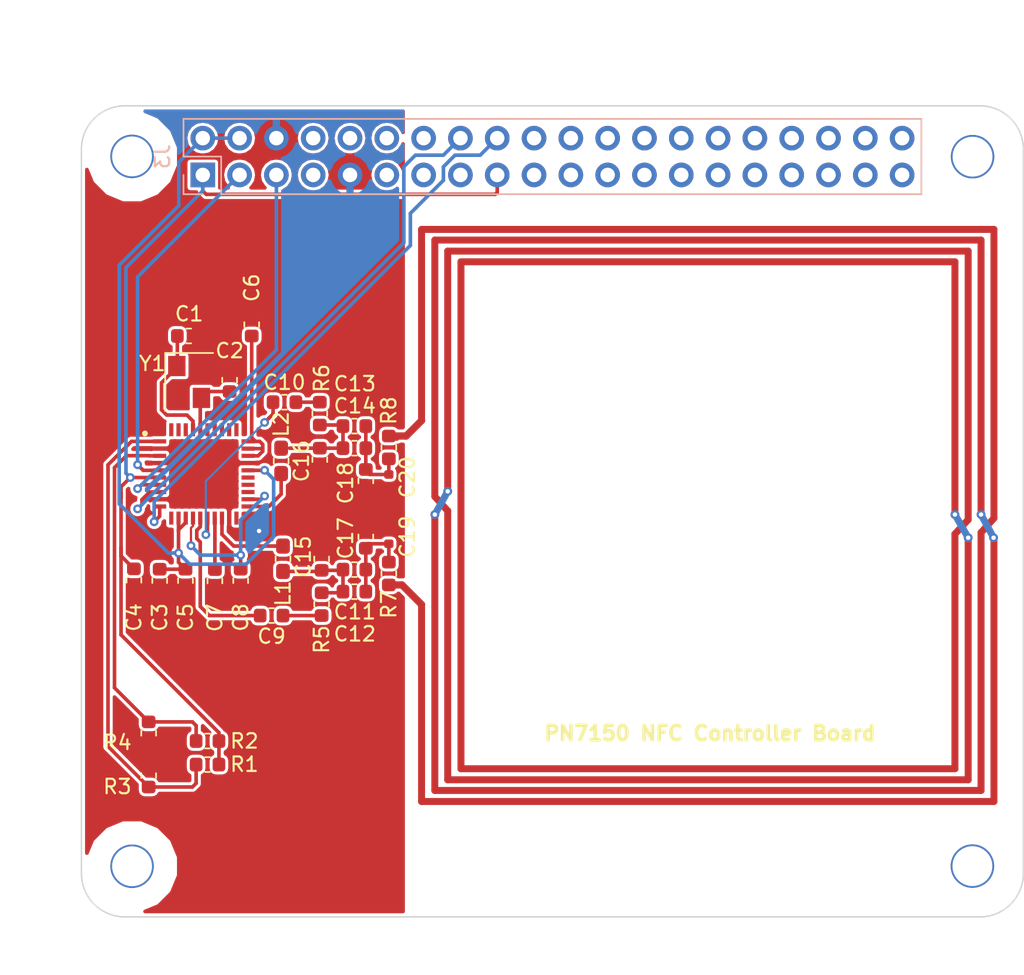
<source format=kicad_pcb>
(kicad_pcb (version 20171130) (host pcbnew "(5.0.1)-3")

  (general
    (thickness 1.6)
    (drawings 54)
    (tracks 260)
    (zones 0)
    (modules 37)
    (nets 63)
  )

  (page A4)
  (layers
    (0 F.Cu signal)
    (1 In1.Cu signal hide)
    (2 In2.Cu signal hide)
    (31 B.Cu signal)
    (32 B.Adhes user hide)
    (33 F.Adhes user hide)
    (34 B.Paste user)
    (35 F.Paste user)
    (36 B.SilkS user)
    (37 F.SilkS user)
    (38 B.Mask user)
    (39 F.Mask user)
    (40 Dwgs.User user hide)
    (41 Cmts.User user hide)
    (42 Eco1.User user hide)
    (43 Eco2.User user hide)
    (44 Edge.Cuts user)
    (45 Margin user hide)
    (46 B.CrtYd user hide)
    (47 F.CrtYd user hide)
    (48 B.Fab user hide)
    (49 F.Fab user hide)
  )

  (setup
    (last_trace_width 0.15)
    (user_trace_width 0.15)
    (user_trace_width 0.2)
    (user_trace_width 0.25)
    (user_trace_width 0.4)
    (user_trace_width 0.5)
    (user_trace_width 0.6)
    (user_trace_width 1)
    (user_trace_width 2)
    (trace_clearance 0.2)
    (zone_clearance 0.2)
    (zone_45_only yes)
    (trace_min 0)
    (segment_width 0.15)
    (edge_width 0.15)
    (via_size 0.6)
    (via_drill 0.3)
    (via_min_size 0.4)
    (via_min_drill 0.2)
    (uvia_size 0.3)
    (uvia_drill 0.1)
    (uvias_allowed no)
    (uvia_min_size 0.2)
    (uvia_min_drill 0.1)
    (pcb_text_width 0.3)
    (pcb_text_size 1.5 1.5)
    (mod_edge_width 0.15)
    (mod_text_size 0.6 0.6)
    (mod_text_width 0.09)
    (pad_size 0.875 0.95)
    (pad_drill 0)
    (pad_to_mask_clearance 0.1)
    (solder_mask_min_width 0.25)
    (aux_axis_origin 78.546356 116.817611)
    (visible_elements 7FFFFE3F)
    (pcbplotparams
      (layerselection 0x010fc_fffffff9)
      (usegerberextensions false)
      (usegerberattributes false)
      (usegerberadvancedattributes false)
      (creategerberjobfile false)
      (excludeedgelayer false)
      (linewidth 0.100000)
      (plotframeref false)
      (viasonmask false)
      (mode 1)
      (useauxorigin false)
      (hpglpennumber 1)
      (hpglpenspeed 20)
      (hpglpendiameter 15.000000)
      (psnegative false)
      (psa4output false)
      (plotreference true)
      (plotvalue false)
      (plotinvisibletext false)
      (padsonsilk true)
      (subtractmaskfromsilk false)
      (outputformat 1)
      (mirror false)
      (drillshape 0)
      (scaleselection 1)
      (outputdirectory "prod"))
  )

  (net 0 "")
  (net 1 GND)
  (net 2 "Net-(J3-Pad7)")
  (net 3 "Net-(J3-Pad8)")
  (net 4 "Net-(J3-Pad10)")
  (net 5 "Net-(J3-Pad11)")
  (net 6 "Net-(J3-Pad12)")
  (net 7 "Net-(J3-Pad13)")
  (net 8 "Net-(J3-Pad15)")
  (net 9 "Net-(J3-Pad19)")
  (net 10 "Net-(J3-Pad21)")
  (net 11 "Net-(J3-Pad22)")
  (net 12 "Net-(J3-Pad23)")
  (net 13 "Net-(J3-Pad24)")
  (net 14 "Net-(J3-Pad26)")
  (net 15 "Net-(J3-Pad29)")
  (net 16 "Net-(J3-Pad31)")
  (net 17 "Net-(J3-Pad32)")
  (net 18 "Net-(J3-Pad33)")
  (net 19 "Net-(J3-Pad35)")
  (net 20 "Net-(J3-Pad36)")
  (net 21 "Net-(J3-Pad37)")
  (net 22 "Net-(J3-Pad38)")
  (net 23 "Net-(J3-Pad40)")
  (net 24 "Net-(C13-Pad1)")
  (net 25 "Net-(AE1-Pad2)")
  (net 26 "Net-(C11-Pad1)")
  (net 27 "Net-(C10-Pad1)")
  (net 28 "Net-(C13-Pad2)")
  (net 29 "Net-(C11-Pad2)")
  (net 30 "Net-(C9-Pad1)")
  (net 31 "Net-(R2-Pad1)")
  (net 32 "Net-(R1-Pad1)")
  (net 33 PVDD)
  (net 34 "Net-(L2-Pad1)")
  (net 35 "Net-(L1-Pad1)")
  (net 36 "Net-(C1-Pad1)")
  (net 37 "Net-(C2-Pad1)")
  (net 38 VBAT)
  (net 39 I2C_SDA)
  (net 40 I2C_SCL)
  (net 41 IRQ)
  (net 42 VEN)
  (net 43 "Net-(J3-Pad27)")
  (net 44 "Net-(J3-Pad28)")
  (net 45 "Net-(C6-Pad1)")
  (net 46 "Net-(C7-Pad1)")
  (net 47 "Net-(C8-Pad2)")
  (net 48 "Net-(C9-Pad2)")
  (net 49 "Net-(C10-Pad2)")
  (net 50 "Net-(U1-Pad11)")
  (net 51 "Net-(U1-Pad20)")
  (net 52 "Net-(U1-Pad23)")
  (net 53 "Net-(U1-Pad24)")
  (net 54 "Net-(U1-Pad25)")
  (net 55 "Net-(U1-Pad31)")
  (net 56 "Net-(U1-Pad32)")
  (net 57 "Net-(U1-Pad33)")
  (net 58 "Net-(U1-Pad34)")
  (net 59 "Net-(U1-Pad35)")
  (net 60 "Net-(U1-Pad38)")
  (net 61 "Net-(U1-Pad39)")
  (net 62 "Net-(U1-Pad40)")

  (net_class Default "This is the default net class."
    (clearance 0.2)
    (trace_width 0.15)
    (via_dia 0.6)
    (via_drill 0.3)
    (uvia_dia 0.3)
    (uvia_drill 0.1)
    (add_net GND)
    (add_net I2C_SCL)
    (add_net I2C_SDA)
    (add_net IRQ)
    (add_net "Net-(AE1-Pad2)")
    (add_net "Net-(C1-Pad1)")
    (add_net "Net-(C10-Pad1)")
    (add_net "Net-(C10-Pad2)")
    (add_net "Net-(C11-Pad1)")
    (add_net "Net-(C11-Pad2)")
    (add_net "Net-(C13-Pad1)")
    (add_net "Net-(C13-Pad2)")
    (add_net "Net-(C2-Pad1)")
    (add_net "Net-(C6-Pad1)")
    (add_net "Net-(C7-Pad1)")
    (add_net "Net-(C8-Pad2)")
    (add_net "Net-(C9-Pad1)")
    (add_net "Net-(C9-Pad2)")
    (add_net "Net-(J3-Pad10)")
    (add_net "Net-(J3-Pad11)")
    (add_net "Net-(J3-Pad12)")
    (add_net "Net-(J3-Pad13)")
    (add_net "Net-(J3-Pad15)")
    (add_net "Net-(J3-Pad19)")
    (add_net "Net-(J3-Pad21)")
    (add_net "Net-(J3-Pad22)")
    (add_net "Net-(J3-Pad23)")
    (add_net "Net-(J3-Pad24)")
    (add_net "Net-(J3-Pad26)")
    (add_net "Net-(J3-Pad27)")
    (add_net "Net-(J3-Pad28)")
    (add_net "Net-(J3-Pad29)")
    (add_net "Net-(J3-Pad31)")
    (add_net "Net-(J3-Pad32)")
    (add_net "Net-(J3-Pad33)")
    (add_net "Net-(J3-Pad35)")
    (add_net "Net-(J3-Pad36)")
    (add_net "Net-(J3-Pad37)")
    (add_net "Net-(J3-Pad38)")
    (add_net "Net-(J3-Pad40)")
    (add_net "Net-(J3-Pad7)")
    (add_net "Net-(J3-Pad8)")
    (add_net "Net-(L1-Pad1)")
    (add_net "Net-(L2-Pad1)")
    (add_net "Net-(R1-Pad1)")
    (add_net "Net-(R2-Pad1)")
    (add_net "Net-(U1-Pad11)")
    (add_net "Net-(U1-Pad20)")
    (add_net "Net-(U1-Pad23)")
    (add_net "Net-(U1-Pad24)")
    (add_net "Net-(U1-Pad25)")
    (add_net "Net-(U1-Pad31)")
    (add_net "Net-(U1-Pad32)")
    (add_net "Net-(U1-Pad33)")
    (add_net "Net-(U1-Pad34)")
    (add_net "Net-(U1-Pad35)")
    (add_net "Net-(U1-Pad38)")
    (add_net "Net-(U1-Pad39)")
    (add_net "Net-(U1-Pad40)")
    (add_net PVDD)
    (add_net VBAT)
    (add_net VEN)
  )

  (module Capacitor_SMD:C_0603_1608Metric (layer F.Cu) (tedit 5B301BBE) (tstamp 5BED9C19)
    (at 82.169 93.5735 270)
    (descr "Capacitor SMD 0603 (1608 Metric), square (rectangular) end terminal, IPC_7351 nominal, (Body size source: http://www.tortai-tech.com/upload/download/2011102023233369053.pdf), generated with kicad-footprint-generator")
    (tags capacitor)
    (path /5BE3D6D9)
    (attr smd)
    (fp_text reference C4 (at 2.5655 0 270) (layer F.SilkS)
      (effects (font (size 1 1) (thickness 0.15)))
    )
    (fp_text value 1uF (at 0 1.43 270) (layer F.Fab)
      (effects (font (size 1 1) (thickness 0.15)))
    )
    (fp_line (start -0.8 0.4) (end -0.8 -0.4) (layer F.Fab) (width 0.1))
    (fp_line (start -0.8 -0.4) (end 0.8 -0.4) (layer F.Fab) (width 0.1))
    (fp_line (start 0.8 -0.4) (end 0.8 0.4) (layer F.Fab) (width 0.1))
    (fp_line (start 0.8 0.4) (end -0.8 0.4) (layer F.Fab) (width 0.1))
    (fp_line (start -0.162779 -0.51) (end 0.162779 -0.51) (layer F.SilkS) (width 0.12))
    (fp_line (start -0.162779 0.51) (end 0.162779 0.51) (layer F.SilkS) (width 0.12))
    (fp_line (start -1.48 0.73) (end -1.48 -0.73) (layer F.CrtYd) (width 0.05))
    (fp_line (start -1.48 -0.73) (end 1.48 -0.73) (layer F.CrtYd) (width 0.05))
    (fp_line (start 1.48 -0.73) (end 1.48 0.73) (layer F.CrtYd) (width 0.05))
    (fp_line (start 1.48 0.73) (end -1.48 0.73) (layer F.CrtYd) (width 0.05))
    (fp_text user %R (at 0 0 270) (layer F.Fab)
      (effects (font (size 0.4 0.4) (thickness 0.06)))
    )
    (pad 1 smd roundrect (at -0.7875 0 270) (size 0.875 0.95) (layers F.Cu F.Paste F.Mask) (roundrect_rratio 0.25)
      (net 33 PVDD))
    (pad 2 smd roundrect (at 0.7875 0 270) (size 0.875 0.95) (layers F.Cu F.Paste F.Mask) (roundrect_rratio 0.25)
      (net 1 GND))
    (model ${KISYS3DMOD}/Capacitor_SMD.3dshapes/C_0603_1608Metric.wrl
      (at (xyz 0 0 0))
      (scale (xyz 1 1 1))
      (rotate (xyz 0 0 0))
    )
  )

  (module Resistor_SMD:R_0603_1608Metric (layer F.Cu) (tedit 5B301BBD) (tstamp 5BED9AF2)
    (at 83.185 107.061 270)
    (descr "Resistor SMD 0603 (1608 Metric), square (rectangular) end terminal, IPC_7351 nominal, (Body size source: http://www.tortai-tech.com/upload/download/2011102023233369053.pdf), generated with kicad-footprint-generator")
    (tags resistor)
    (path /5BE29897)
    (attr smd)
    (fp_text reference R3 (at 0.762 2.159) (layer F.SilkS)
      (effects (font (size 1 1) (thickness 0.15)))
    )
    (fp_text value 100K (at 0 1.43 270) (layer F.Fab)
      (effects (font (size 1 1) (thickness 0.15)))
    )
    (fp_text user %R (at 0 0 270) (layer F.Fab)
      (effects (font (size 0.4 0.4) (thickness 0.06)))
    )
    (fp_line (start 1.48 0.73) (end -1.48 0.73) (layer F.CrtYd) (width 0.05))
    (fp_line (start 1.48 -0.73) (end 1.48 0.73) (layer F.CrtYd) (width 0.05))
    (fp_line (start -1.48 -0.73) (end 1.48 -0.73) (layer F.CrtYd) (width 0.05))
    (fp_line (start -1.48 0.73) (end -1.48 -0.73) (layer F.CrtYd) (width 0.05))
    (fp_line (start -0.162779 0.51) (end 0.162779 0.51) (layer F.SilkS) (width 0.12))
    (fp_line (start -0.162779 -0.51) (end 0.162779 -0.51) (layer F.SilkS) (width 0.12))
    (fp_line (start 0.8 0.4) (end -0.8 0.4) (layer F.Fab) (width 0.1))
    (fp_line (start 0.8 -0.4) (end 0.8 0.4) (layer F.Fab) (width 0.1))
    (fp_line (start -0.8 -0.4) (end 0.8 -0.4) (layer F.Fab) (width 0.1))
    (fp_line (start -0.8 0.4) (end -0.8 -0.4) (layer F.Fab) (width 0.1))
    (pad 2 smd roundrect (at 0.7875 0 270) (size 0.875 0.95) (layers F.Cu F.Paste F.Mask) (roundrect_rratio 0.25)
      (net 32 "Net-(R1-Pad1)"))
    (pad 1 smd roundrect (at -0.7875 0 270) (size 0.875 0.95) (layers F.Cu F.Paste F.Mask) (roundrect_rratio 0.25)
      (net 1 GND))
    (model ${KISYS3DMOD}/Resistor_SMD.3dshapes/R_0603_1608Metric.wrl
      (at (xyz 0 0 0))
      (scale (xyz 1 1 1))
      (rotate (xyz 0 0 0))
    )
  )

  (module Capacitor_SMD:C_0603_1608Metric (layer F.Cu) (tedit 5B301BBE) (tstamp 5BFF5897)
    (at 97.3835 82.931 180)
    (descr "Capacitor SMD 0603 (1608 Metric), square (rectangular) end terminal, IPC_7351 nominal, (Body size source: http://www.tortai-tech.com/upload/download/2011102023233369053.pdf), generated with kicad-footprint-generator")
    (tags capacitor)
    (path /5BE73974)
    (attr smd)
    (fp_text reference C13 (at -0.0255 2.921 180) (layer F.SilkS)
      (effects (font (size 1 1) (thickness 0.15)))
    )
    (fp_text value 22pF (at 0 1.43 180) (layer F.Fab)
      (effects (font (size 1 1) (thickness 0.15)))
    )
    (fp_line (start -0.8 0.4) (end -0.8 -0.4) (layer F.Fab) (width 0.1))
    (fp_line (start -0.8 -0.4) (end 0.8 -0.4) (layer F.Fab) (width 0.1))
    (fp_line (start 0.8 -0.4) (end 0.8 0.4) (layer F.Fab) (width 0.1))
    (fp_line (start 0.8 0.4) (end -0.8 0.4) (layer F.Fab) (width 0.1))
    (fp_line (start -0.162779 -0.51) (end 0.162779 -0.51) (layer F.SilkS) (width 0.12))
    (fp_line (start -0.162779 0.51) (end 0.162779 0.51) (layer F.SilkS) (width 0.12))
    (fp_line (start -1.48 0.73) (end -1.48 -0.73) (layer F.CrtYd) (width 0.05))
    (fp_line (start -1.48 -0.73) (end 1.48 -0.73) (layer F.CrtYd) (width 0.05))
    (fp_line (start 1.48 -0.73) (end 1.48 0.73) (layer F.CrtYd) (width 0.05))
    (fp_line (start 1.48 0.73) (end -1.48 0.73) (layer F.CrtYd) (width 0.05))
    (fp_text user %R (at 0 0 180) (layer F.Fab)
      (effects (font (size 0.4 0.4) (thickness 0.06)))
    )
    (pad 1 smd roundrect (at -0.7875 0 180) (size 0.875 0.95) (layers F.Cu F.Paste F.Mask) (roundrect_rratio 0.25)
      (net 24 "Net-(C13-Pad1)"))
    (pad 2 smd roundrect (at 0.7875 0 180) (size 0.875 0.95) (layers F.Cu F.Paste F.Mask) (roundrect_rratio 0.25)
      (net 28 "Net-(C13-Pad2)"))
    (model ${KISYS3DMOD}/Capacitor_SMD.3dshapes/C_0603_1608Metric.wrl
      (at (xyz 0 0 0))
      (scale (xyz 1 1 1))
      (rotate (xyz 0 0 0))
    )
  )

  (module KiCad:HVQFN40-6x6 (layer F.Cu) (tedit 5BE14FEC) (tstamp 5C065E81)
    (at 86.995 86.233 270)
    (path /5BE189EB)
    (fp_text reference U1 (at 0 0 270) (layer F.Fab)
      (effects (font (size 0.15 0.15) (thickness 0.0375)))
    )
    (fp_text value PN7150 (at 0 0.4 270) (layer F.Fab)
      (effects (font (size 0.15 0.15) (thickness 0.0375)))
    )
    (fp_line (start -2.99974 -2.99974) (end -2.44348 -2.99974) (layer F.Fab) (width 0.09906))
    (fp_line (start 2.44348 -2.99974) (end 2.99974 -2.99974) (layer F.Fab) (width 0.09906))
    (fp_line (start 2.99974 -2.99974) (end 2.99974 -2.44348) (layer F.Fab) (width 0.09906))
    (fp_line (start 2.99974 2.44348) (end 2.99974 2.99974) (layer F.Fab) (width 0.09906))
    (fp_line (start -2.99974 2.99974) (end -2.44348 2.99974) (layer F.Fab) (width 0.09906))
    (fp_line (start 2.44348 2.99974) (end 2.99974 2.99974) (layer F.Fab) (width 0.09906))
    (fp_line (start -2.99974 -2.99974) (end -2.99974 -2.44348) (layer F.Fab) (width 0.09906))
    (fp_line (start -2.99974 2.44348) (end -2.99974 2.99974) (layer F.Fab) (width 0.09906))
    (fp_line (start -2.99974 2.69748) (end -2.69748 2.69748) (layer F.Fab) (width 0.09906))
    (fp_line (start -2.69748 2.69748) (end -2.69748 2.99974) (layer F.Fab) (width 0.09906))
    (pad 1 smd rect (at -2.2479 3.048 90) (size 0.28956 0.89916) (layers F.Cu F.Paste F.Mask)
      (net 32 "Net-(R1-Pad1)") (solder_mask_margin 0.125))
    (pad 2 smd rect (at -1.74752 3.048 90) (size 0.28956 0.89916) (layers F.Cu F.Paste F.Mask)
      (net 1 GND) (solder_mask_margin 0.125))
    (pad 3 smd rect (at -1.24968 3.048 90) (size 0.28956 0.89916) (layers F.Cu F.Paste F.Mask)
      (net 31 "Net-(R2-Pad1)") (solder_mask_margin 0.125))
    (pad 4 smd rect (at -0.7493 3.048 90) (size 0.28956 0.89916) (layers F.Cu F.Paste F.Mask)
      (net 1 GND) (solder_mask_margin 0.125))
    (pad 5 smd rect (at -0.24892 3.048 90) (size 0.28956 0.89916) (layers F.Cu F.Paste F.Mask)
      (net 39 I2C_SDA) (solder_mask_margin 0.125))
    (pad 6 smd rect (at 0.24892 3.048 90) (size 0.28956 0.89916) (layers F.Cu F.Paste F.Mask)
      (net 33 PVDD) (solder_mask_margin 0.125))
    (pad 7 smd rect (at 0.7493 3.048 90) (size 0.28956 0.89916) (layers F.Cu F.Paste F.Mask)
      (net 40 I2C_SCL) (solder_mask_margin 0.125))
    (pad 8 smd rect (at 1.24968 3.048 90) (size 0.28956 0.89916) (layers F.Cu F.Paste F.Mask)
      (net 41 IRQ) (solder_mask_margin 0.125))
    (pad 9 smd rect (at 1.74752 3.048 90) (size 0.28956 0.89916) (layers F.Cu F.Paste F.Mask)
      (net 1 GND) (solder_mask_margin 0.125))
    (pad 10 smd rect (at 2.2479 3.048 90) (size 0.28956 0.89916) (layers F.Cu F.Paste F.Mask)
      (net 42 VEN) (solder_mask_margin 0.125))
    (pad 11 smd rect (at 3.048 2.2479 180) (size 0.28956 0.89916) (layers F.Cu F.Paste F.Mask)
      (net 50 "Net-(U1-Pad11)"))
    (pad 12 smd rect (at 3.048 1.74752 180) (size 0.28956 0.89916) (layers F.Cu F.Paste F.Mask)
      (net 38 VBAT))
    (pad 13 smd rect (at 3.048 1.24968 180) (size 0.28956 0.89916) (layers F.Cu F.Paste F.Mask)
      (net 38 VBAT))
    (pad 14 smd rect (at 3.048 0.7493 180) (size 0.28956 0.89916) (layers F.Cu F.Paste F.Mask)
      (net 47 "Net-(C8-Pad2)"))
    (pad 15 smd rect (at 3.048 0.24892 180) (size 0.28956 0.89916) (layers F.Cu F.Paste F.Mask)
      (net 48 "Net-(C9-Pad2)"))
    (pad 16 smd rect (at 3.048 -0.24892 180) (size 0.28956 0.89916) (layers F.Cu F.Paste F.Mask)
      (net 49 "Net-(C10-Pad2)"))
    (pad 17 smd rect (at 3.048 -0.7493 180) (size 0.28956 0.89916) (layers F.Cu F.Paste F.Mask)
      (net 46 "Net-(C7-Pad1)"))
    (pad 18 smd rect (at 3.048 -1.24968 180) (size 0.28956 0.89916) (layers F.Cu F.Paste F.Mask)
      (net 35 "Net-(L1-Pad1)"))
    (pad 19 smd rect (at 3.048 -1.74752 180) (size 0.28956 0.89916) (layers F.Cu F.Paste F.Mask)
      (net 1 GND))
    (pad 20 smd rect (at 3.048 -2.2479 180) (size 0.28956 0.89916) (layers F.Cu F.Paste F.Mask)
      (net 51 "Net-(U1-Pad20)"))
    (pad 21 smd rect (at 2.2479 -3.048 270) (size 0.28956 0.89916) (layers F.Cu F.Paste F.Mask)
      (net 34 "Net-(L2-Pad1)"))
    (pad 22 smd rect (at 1.74752 -3.048 270) (size 0.28956 0.89916) (layers F.Cu F.Paste F.Mask)
      (net 47 "Net-(C8-Pad2)"))
    (pad 23 smd rect (at 1.24968 -3.048 270) (size 0.28956 0.89916) (layers F.Cu F.Paste F.Mask)
      (net 52 "Net-(U1-Pad23)"))
    (pad 24 smd rect (at 0.7493 -3.048 270) (size 0.28956 0.89916) (layers F.Cu F.Paste F.Mask)
      (net 53 "Net-(U1-Pad24)"))
    (pad 25 smd rect (at 0.24892 -3.048 270) (size 0.28956 0.89916) (layers F.Cu F.Paste F.Mask)
      (net 54 "Net-(U1-Pad25)"))
    (pad 26 smd rect (at -0.24892 -3.048 270) (size 0.28956 0.89916) (layers F.Cu F.Paste F.Mask)
      (net 38 VBAT))
    (pad 27 smd rect (at -0.7493 -3.048 270) (size 0.28956 0.89916) (layers F.Cu F.Paste F.Mask)
      (net 1 GND))
    (pad 28 smd rect (at -1.24968 -3.048 270) (size 0.28956 0.89916) (layers F.Cu F.Paste F.Mask)
      (net 45 "Net-(C6-Pad1)"))
    (pad 29 smd rect (at -1.74752 -3.048 270) (size 0.28956 0.89916) (layers F.Cu F.Paste F.Mask)
      (net 45 "Net-(C6-Pad1)"))
    (pad 30 smd rect (at -2.2479 -3.048 270) (size 0.28956 0.89916) (layers F.Cu F.Paste F.Mask)
      (net 45 "Net-(C6-Pad1)"))
    (pad 31 smd rect (at -3.048 -2.2479) (size 0.28956 0.89916) (layers F.Cu F.Paste F.Mask)
      (net 55 "Net-(U1-Pad31)"))
    (pad 32 smd rect (at -3.048 -1.74752) (size 0.28956 0.89916) (layers F.Cu F.Paste F.Mask)
      (net 56 "Net-(U1-Pad32)"))
    (pad 33 smd rect (at -3.048 -1.24968) (size 0.28956 0.89916) (layers F.Cu F.Paste F.Mask)
      (net 57 "Net-(U1-Pad33)"))
    (pad 34 smd rect (at -3.048 -0.7493) (size 0.28956 0.89916) (layers F.Cu F.Paste F.Mask)
      (net 58 "Net-(U1-Pad34)"))
    (pad 35 smd rect (at -3.048 -0.24892) (size 0.28956 0.89916) (layers F.Cu F.Paste F.Mask)
      (net 59 "Net-(U1-Pad35)"))
    (pad 36 smd rect (at -3.048 0.24892) (size 0.28956 0.89916) (layers F.Cu F.Paste F.Mask)
      (net 37 "Net-(C2-Pad1)"))
    (pad 37 smd rect (at -3.048 0.7493) (size 0.28956 0.89916) (layers F.Cu F.Paste F.Mask)
      (net 36 "Net-(C1-Pad1)"))
    (pad 38 smd rect (at -3.048 1.24968) (size 0.28956 0.89916) (layers F.Cu F.Paste F.Mask)
      (net 60 "Net-(U1-Pad38)"))
    (pad 39 smd rect (at -3.048 1.74752) (size 0.28956 0.89916) (layers F.Cu F.Paste F.Mask)
      (net 61 "Net-(U1-Pad39)"))
    (pad 40 smd rect (at -3.048 2.2479) (size 0.28956 0.89916) (layers F.Cu F.Paste F.Mask)
      (net 62 "Net-(U1-Pad40)"))
    (pad EXP smd rect (at 0 0 270) (size 4.09956 4.09956) (layers F.Cu F.Paste F.Mask)
      (net 1 GND))
    (model Housings_DFN_QFN/QFN-40-1EP_6x6mm_Pitch0.5mm.wrl
      (at (xyz 0 0 0))
      (scale (xyz 1 1 1))
      (rotate (xyz 0 0 -90))
    )
  )

  (module Capacitor_SMD:C_0402_1005Metric (layer F.Cu) (tedit 5B301BBE) (tstamp 5BED9D14)
    (at 99.76 86.7575 270)
    (descr "Capacitor SMD 0402 (1005 Metric), square (rectangular) end terminal, IPC_7351 nominal, (Body size source: http://www.tortai-tech.com/upload/download/2011102023233369053.pdf), generated with kicad-footprint-generator")
    (tags capacitor)
    (path /5BF092D6)
    (attr smd)
    (fp_text reference C20 (at -0.2975 -1.27 270) (layer F.SilkS)
      (effects (font (size 1 1) (thickness 0.15)))
    )
    (fp_text value 2.2pF (at 0 1.17 270) (layer F.Fab)
      (effects (font (size 1 1) (thickness 0.15)))
    )
    (fp_text user %R (at 0 0 270) (layer F.Fab)
      (effects (font (size 0.25 0.25) (thickness 0.04)))
    )
    (fp_line (start 0.93 0.47) (end -0.93 0.47) (layer F.CrtYd) (width 0.05))
    (fp_line (start 0.93 -0.47) (end 0.93 0.47) (layer F.CrtYd) (width 0.05))
    (fp_line (start -0.93 -0.47) (end 0.93 -0.47) (layer F.CrtYd) (width 0.05))
    (fp_line (start -0.93 0.47) (end -0.93 -0.47) (layer F.CrtYd) (width 0.05))
    (fp_line (start 0.5 0.25) (end -0.5 0.25) (layer F.Fab) (width 0.1))
    (fp_line (start 0.5 -0.25) (end 0.5 0.25) (layer F.Fab) (width 0.1))
    (fp_line (start -0.5 -0.25) (end 0.5 -0.25) (layer F.Fab) (width 0.1))
    (fp_line (start -0.5 0.25) (end -0.5 -0.25) (layer F.Fab) (width 0.1))
    (pad 2 smd roundrect (at 0.485 0 270) (size 0.59 0.64) (layers F.Cu F.Paste F.Mask) (roundrect_rratio 0.25)
      (net 1 GND))
    (pad 1 smd roundrect (at -0.485 0 270) (size 0.59 0.64) (layers F.Cu F.Paste F.Mask) (roundrect_rratio 0.25)
      (net 24 "Net-(C13-Pad1)"))
    (model ${KISYS3DMOD}/Capacitor_SMD.3dshapes/C_0402_1005Metric.wrl
      (at (xyz 0 0 0))
      (scale (xyz 1 1 1))
      (rotate (xyz 0 0 0))
    )
  )

  (module Capacitor_SMD:C_0402_1005Metric (layer F.Cu) (tedit 5B301BBE) (tstamp 5C06A6A7)
    (at 99.76 90.57 270)
    (descr "Capacitor SMD 0402 (1005 Metric), square (rectangular) end terminal, IPC_7351 nominal, (Body size source: http://www.tortai-tech.com/upload/download/2011102023233369053.pdf), generated with kicad-footprint-generator")
    (tags capacitor)
    (path /5BF091F0)
    (attr smd)
    (fp_text reference C19 (at 0 -1.27 270) (layer F.SilkS)
      (effects (font (size 1 1) (thickness 0.15)))
    )
    (fp_text value 2.2pF (at 0 1.17 270) (layer F.Fab)
      (effects (font (size 1 1) (thickness 0.15)))
    )
    (fp_line (start -0.5 0.25) (end -0.5 -0.25) (layer F.Fab) (width 0.1))
    (fp_line (start -0.5 -0.25) (end 0.5 -0.25) (layer F.Fab) (width 0.1))
    (fp_line (start 0.5 -0.25) (end 0.5 0.25) (layer F.Fab) (width 0.1))
    (fp_line (start 0.5 0.25) (end -0.5 0.25) (layer F.Fab) (width 0.1))
    (fp_line (start -0.93 0.47) (end -0.93 -0.47) (layer F.CrtYd) (width 0.05))
    (fp_line (start -0.93 -0.47) (end 0.93 -0.47) (layer F.CrtYd) (width 0.05))
    (fp_line (start 0.93 -0.47) (end 0.93 0.47) (layer F.CrtYd) (width 0.05))
    (fp_line (start 0.93 0.47) (end -0.93 0.47) (layer F.CrtYd) (width 0.05))
    (fp_text user %R (at 0 0 270) (layer F.Fab)
      (effects (font (size 0.25 0.25) (thickness 0.04)))
    )
    (pad 1 smd roundrect (at -0.485 0 270) (size 0.59 0.64) (layers F.Cu F.Paste F.Mask) (roundrect_rratio 0.25)
      (net 1 GND))
    (pad 2 smd roundrect (at 0.485 0 270) (size 0.59 0.64) (layers F.Cu F.Paste F.Mask) (roundrect_rratio 0.25)
      (net 26 "Net-(C11-Pad1)"))
    (model ${KISYS3DMOD}/Capacitor_SMD.3dshapes/C_0402_1005Metric.wrl
      (at (xyz 0 0 0))
      (scale (xyz 1 1 1))
      (rotate (xyz 0 0 0))
    )
  )

  (module Capacitor_SMD:C_0603_1608Metric (layer F.Cu) (tedit 5B301BBE) (tstamp 5C06A679)
    (at 98.171 90.5765 270)
    (descr "Capacitor SMD 0603 (1608 Metric), square (rectangular) end terminal, IPC_7351 nominal, (Body size source: http://www.tortai-tech.com/upload/download/2011102023233369053.pdf), generated with kicad-footprint-generator")
    (tags capacitor)
    (path /5BE9B08A)
    (attr smd)
    (fp_text reference C17 (at 0.1015 1.397 270) (layer F.SilkS)
      (effects (font (size 1 1) (thickness 0.15)))
    )
    (fp_text value 120pF (at 0 1.43 270) (layer F.Fab)
      (effects (font (size 1 1) (thickness 0.15)))
    )
    (fp_text user %R (at 0 0 270) (layer F.Fab)
      (effects (font (size 0.4 0.4) (thickness 0.06)))
    )
    (fp_line (start 1.48 0.73) (end -1.48 0.73) (layer F.CrtYd) (width 0.05))
    (fp_line (start 1.48 -0.73) (end 1.48 0.73) (layer F.CrtYd) (width 0.05))
    (fp_line (start -1.48 -0.73) (end 1.48 -0.73) (layer F.CrtYd) (width 0.05))
    (fp_line (start -1.48 0.73) (end -1.48 -0.73) (layer F.CrtYd) (width 0.05))
    (fp_line (start -0.162779 0.51) (end 0.162779 0.51) (layer F.SilkS) (width 0.12))
    (fp_line (start -0.162779 -0.51) (end 0.162779 -0.51) (layer F.SilkS) (width 0.12))
    (fp_line (start 0.8 0.4) (end -0.8 0.4) (layer F.Fab) (width 0.1))
    (fp_line (start 0.8 -0.4) (end 0.8 0.4) (layer F.Fab) (width 0.1))
    (fp_line (start -0.8 -0.4) (end 0.8 -0.4) (layer F.Fab) (width 0.1))
    (fp_line (start -0.8 0.4) (end -0.8 -0.4) (layer F.Fab) (width 0.1))
    (pad 2 smd roundrect (at 0.7875 0 270) (size 0.875 0.95) (layers F.Cu F.Paste F.Mask) (roundrect_rratio 0.25)
      (net 26 "Net-(C11-Pad1)"))
    (pad 1 smd roundrect (at -0.7875 0 270) (size 0.875 0.95) (layers F.Cu F.Paste F.Mask) (roundrect_rratio 0.25)
      (net 1 GND))
    (model ${KISYS3DMOD}/Capacitor_SMD.3dshapes/C_0603_1608Metric.wrl
      (at (xyz 0 0 0))
      (scale (xyz 1 1 1))
      (rotate (xyz 0 0 0))
    )
  )

  (module Capacitor_SMD:C_0603_1608Metric (layer F.Cu) (tedit 5B301BBE) (tstamp 5BED9CE5)
    (at 88.773 79.756 90)
    (descr "Capacitor SMD 0603 (1608 Metric), square (rectangular) end terminal, IPC_7351 nominal, (Body size source: http://www.tortai-tech.com/upload/download/2011102023233369053.pdf), generated with kicad-footprint-generator")
    (tags capacitor)
    (path /5BE1EFE7)
    (attr smd)
    (fp_text reference C2 (at 2.032 0 180) (layer F.SilkS)
      (effects (font (size 1 1) (thickness 0.15)))
    )
    (fp_text value "10pF 50V" (at 0 1.43 90) (layer F.Fab)
      (effects (font (size 1 1) (thickness 0.15)))
    )
    (fp_line (start -0.8 0.4) (end -0.8 -0.4) (layer F.Fab) (width 0.1))
    (fp_line (start -0.8 -0.4) (end 0.8 -0.4) (layer F.Fab) (width 0.1))
    (fp_line (start 0.8 -0.4) (end 0.8 0.4) (layer F.Fab) (width 0.1))
    (fp_line (start 0.8 0.4) (end -0.8 0.4) (layer F.Fab) (width 0.1))
    (fp_line (start -0.162779 -0.51) (end 0.162779 -0.51) (layer F.SilkS) (width 0.12))
    (fp_line (start -0.162779 0.51) (end 0.162779 0.51) (layer F.SilkS) (width 0.12))
    (fp_line (start -1.48 0.73) (end -1.48 -0.73) (layer F.CrtYd) (width 0.05))
    (fp_line (start -1.48 -0.73) (end 1.48 -0.73) (layer F.CrtYd) (width 0.05))
    (fp_line (start 1.48 -0.73) (end 1.48 0.73) (layer F.CrtYd) (width 0.05))
    (fp_line (start 1.48 0.73) (end -1.48 0.73) (layer F.CrtYd) (width 0.05))
    (fp_text user %R (at 0 0 90) (layer F.Fab)
      (effects (font (size 0.4 0.4) (thickness 0.06)))
    )
    (pad 1 smd roundrect (at -0.7875 0 90) (size 0.875 0.95) (layers F.Cu F.Paste F.Mask) (roundrect_rratio 0.25)
      (net 37 "Net-(C2-Pad1)"))
    (pad 2 smd roundrect (at 0.7875 0 90) (size 0.875 0.95) (layers F.Cu F.Paste F.Mask) (roundrect_rratio 0.25)
      (net 1 GND))
    (model ${KISYS3DMOD}/Capacitor_SMD.3dshapes/C_0603_1608Metric.wrl
      (at (xyz 0 0 0))
      (scale (xyz 1 1 1))
      (rotate (xyz 0 0 0))
    )
  )

  (module Capacitor_SMD:C_0603_1608Metric (layer F.Cu) (tedit 5B301BBE) (tstamp 5BED9CD4)
    (at 94.996 85.2425 90)
    (descr "Capacitor SMD 0603 (1608 Metric), square (rectangular) end terminal, IPC_7351 nominal, (Body size source: http://www.tortai-tech.com/upload/download/2011102023233369053.pdf), generated with kicad-footprint-generator")
    (tags capacitor)
    (path /5BE9B036)
    (attr smd)
    (fp_text reference C16 (at -0.1015 -1.27 90) (layer F.SilkS)
      (effects (font (size 1 1) (thickness 0.15)))
    )
    (fp_text value 680pF (at 0 1.43 90) (layer F.Fab)
      (effects (font (size 1 1) (thickness 0.15)))
    )
    (fp_text user %R (at 0 0 90) (layer F.Fab)
      (effects (font (size 0.4 0.4) (thickness 0.06)))
    )
    (fp_line (start 1.48 0.73) (end -1.48 0.73) (layer F.CrtYd) (width 0.05))
    (fp_line (start 1.48 -0.73) (end 1.48 0.73) (layer F.CrtYd) (width 0.05))
    (fp_line (start -1.48 -0.73) (end 1.48 -0.73) (layer F.CrtYd) (width 0.05))
    (fp_line (start -1.48 0.73) (end -1.48 -0.73) (layer F.CrtYd) (width 0.05))
    (fp_line (start -0.162779 0.51) (end 0.162779 0.51) (layer F.SilkS) (width 0.12))
    (fp_line (start -0.162779 -0.51) (end 0.162779 -0.51) (layer F.SilkS) (width 0.12))
    (fp_line (start 0.8 0.4) (end -0.8 0.4) (layer F.Fab) (width 0.1))
    (fp_line (start 0.8 -0.4) (end 0.8 0.4) (layer F.Fab) (width 0.1))
    (fp_line (start -0.8 -0.4) (end 0.8 -0.4) (layer F.Fab) (width 0.1))
    (fp_line (start -0.8 0.4) (end -0.8 -0.4) (layer F.Fab) (width 0.1))
    (pad 2 smd roundrect (at 0.7875 0 90) (size 0.875 0.95) (layers F.Cu F.Paste F.Mask) (roundrect_rratio 0.25)
      (net 28 "Net-(C13-Pad2)"))
    (pad 1 smd roundrect (at -0.7875 0 90) (size 0.875 0.95) (layers F.Cu F.Paste F.Mask) (roundrect_rratio 0.25)
      (net 1 GND))
    (model ${KISYS3DMOD}/Capacitor_SMD.3dshapes/C_0603_1608Metric.wrl
      (at (xyz 0 0 0))
      (scale (xyz 1 1 1))
      (rotate (xyz 0 0 0))
    )
  )

  (module Capacitor_SMD:C_0603_1608Metric (layer F.Cu) (tedit 5B301BBE) (tstamp 5C06A649)
    (at 95.123 92.1005 270)
    (descr "Capacitor SMD 0603 (1608 Metric), square (rectangular) end terminal, IPC_7351 nominal, (Body size source: http://www.tortai-tech.com/upload/download/2011102023233369053.pdf), generated with kicad-footprint-generator")
    (tags capacitor)
    (path /5BE9AF0F)
    (attr smd)
    (fp_text reference C15 (at -0.1525 1.27 90) (layer F.SilkS)
      (effects (font (size 1 1) (thickness 0.15)))
    )
    (fp_text value 680pF (at 0 1.43 270) (layer F.Fab)
      (effects (font (size 1 1) (thickness 0.15)))
    )
    (fp_line (start -0.8 0.4) (end -0.8 -0.4) (layer F.Fab) (width 0.1))
    (fp_line (start -0.8 -0.4) (end 0.8 -0.4) (layer F.Fab) (width 0.1))
    (fp_line (start 0.8 -0.4) (end 0.8 0.4) (layer F.Fab) (width 0.1))
    (fp_line (start 0.8 0.4) (end -0.8 0.4) (layer F.Fab) (width 0.1))
    (fp_line (start -0.162779 -0.51) (end 0.162779 -0.51) (layer F.SilkS) (width 0.12))
    (fp_line (start -0.162779 0.51) (end 0.162779 0.51) (layer F.SilkS) (width 0.12))
    (fp_line (start -1.48 0.73) (end -1.48 -0.73) (layer F.CrtYd) (width 0.05))
    (fp_line (start -1.48 -0.73) (end 1.48 -0.73) (layer F.CrtYd) (width 0.05))
    (fp_line (start 1.48 -0.73) (end 1.48 0.73) (layer F.CrtYd) (width 0.05))
    (fp_line (start 1.48 0.73) (end -1.48 0.73) (layer F.CrtYd) (width 0.05))
    (fp_text user %R (at 0 0 270) (layer F.Fab)
      (effects (font (size 0.4 0.4) (thickness 0.06)))
    )
    (pad 1 smd roundrect (at -0.7875 0 270) (size 0.875 0.95) (layers F.Cu F.Paste F.Mask) (roundrect_rratio 0.25)
      (net 1 GND))
    (pad 2 smd roundrect (at 0.7875 0 270) (size 0.875 0.95) (layers F.Cu F.Paste F.Mask) (roundrect_rratio 0.25)
      (net 29 "Net-(C11-Pad2)"))
    (model ${KISYS3DMOD}/Capacitor_SMD.3dshapes/C_0603_1608Metric.wrl
      (at (xyz 0 0 0))
      (scale (xyz 1 1 1))
      (rotate (xyz 0 0 0))
    )
  )

  (module Capacitor_SMD:C_0603_1608Metric (layer F.Cu) (tedit 5B301BBE) (tstamp 5BED9CB2)
    (at 97.3835 84.455 180)
    (descr "Capacitor SMD 0603 (1608 Metric), square (rectangular) end terminal, IPC_7351 nominal, (Body size source: http://www.tortai-tech.com/upload/download/2011102023233369053.pdf), generated with kicad-footprint-generator")
    (tags capacitor)
    (path /5BE8260F)
    (attr smd)
    (fp_text reference C14 (at -0.0255 2.921 180) (layer F.SilkS)
      (effects (font (size 1 1) (thickness 0.15)))
    )
    (fp_text value 56pF (at 0 1.43 180) (layer F.Fab)
      (effects (font (size 1 1) (thickness 0.15)))
    )
    (fp_text user %R (at 0 0 180) (layer F.Fab)
      (effects (font (size 0.4 0.4) (thickness 0.06)))
    )
    (fp_line (start 1.48 0.73) (end -1.48 0.73) (layer F.CrtYd) (width 0.05))
    (fp_line (start 1.48 -0.73) (end 1.48 0.73) (layer F.CrtYd) (width 0.05))
    (fp_line (start -1.48 -0.73) (end 1.48 -0.73) (layer F.CrtYd) (width 0.05))
    (fp_line (start -1.48 0.73) (end -1.48 -0.73) (layer F.CrtYd) (width 0.05))
    (fp_line (start -0.162779 0.51) (end 0.162779 0.51) (layer F.SilkS) (width 0.12))
    (fp_line (start -0.162779 -0.51) (end 0.162779 -0.51) (layer F.SilkS) (width 0.12))
    (fp_line (start 0.8 0.4) (end -0.8 0.4) (layer F.Fab) (width 0.1))
    (fp_line (start 0.8 -0.4) (end 0.8 0.4) (layer F.Fab) (width 0.1))
    (fp_line (start -0.8 -0.4) (end 0.8 -0.4) (layer F.Fab) (width 0.1))
    (fp_line (start -0.8 0.4) (end -0.8 -0.4) (layer F.Fab) (width 0.1))
    (pad 2 smd roundrect (at 0.7875 0 180) (size 0.875 0.95) (layers F.Cu F.Paste F.Mask) (roundrect_rratio 0.25)
      (net 28 "Net-(C13-Pad2)"))
    (pad 1 smd roundrect (at -0.7875 0 180) (size 0.875 0.95) (layers F.Cu F.Paste F.Mask) (roundrect_rratio 0.25)
      (net 24 "Net-(C13-Pad1)"))
    (model ${KISYS3DMOD}/Capacitor_SMD.3dshapes/C_0603_1608Metric.wrl
      (at (xyz 0 0 0))
      (scale (xyz 1 1 1))
      (rotate (xyz 0 0 0))
    )
  )

  (module Capacitor_SMD:C_0603_1608Metric (layer F.Cu) (tedit 5B301BBE) (tstamp 5C06A619)
    (at 97.3835 94.361 180)
    (descr "Capacitor SMD 0603 (1608 Metric), square (rectangular) end terminal, IPC_7351 nominal, (Body size source: http://www.tortai-tech.com/upload/download/2011102023233369053.pdf), generated with kicad-footprint-generator")
    (tags capacitor)
    (path /5BE6FFCF)
    (attr smd)
    (fp_text reference C12 (at -0.0255 -2.921 180) (layer F.SilkS)
      (effects (font (size 1 1) (thickness 0.15)))
    )
    (fp_text value 22pF (at 0 1.43 180) (layer F.Fab)
      (effects (font (size 1 1) (thickness 0.15)))
    )
    (fp_text user %R (at 0 0 180) (layer F.Fab)
      (effects (font (size 0.4 0.4) (thickness 0.06)))
    )
    (fp_line (start 1.48 0.73) (end -1.48 0.73) (layer F.CrtYd) (width 0.05))
    (fp_line (start 1.48 -0.73) (end 1.48 0.73) (layer F.CrtYd) (width 0.05))
    (fp_line (start -1.48 -0.73) (end 1.48 -0.73) (layer F.CrtYd) (width 0.05))
    (fp_line (start -1.48 0.73) (end -1.48 -0.73) (layer F.CrtYd) (width 0.05))
    (fp_line (start -0.162779 0.51) (end 0.162779 0.51) (layer F.SilkS) (width 0.12))
    (fp_line (start -0.162779 -0.51) (end 0.162779 -0.51) (layer F.SilkS) (width 0.12))
    (fp_line (start 0.8 0.4) (end -0.8 0.4) (layer F.Fab) (width 0.1))
    (fp_line (start 0.8 -0.4) (end 0.8 0.4) (layer F.Fab) (width 0.1))
    (fp_line (start -0.8 -0.4) (end 0.8 -0.4) (layer F.Fab) (width 0.1))
    (fp_line (start -0.8 0.4) (end -0.8 -0.4) (layer F.Fab) (width 0.1))
    (pad 2 smd roundrect (at 0.7875 0 180) (size 0.875 0.95) (layers F.Cu F.Paste F.Mask) (roundrect_rratio 0.25)
      (net 29 "Net-(C11-Pad2)"))
    (pad 1 smd roundrect (at -0.7875 0 180) (size 0.875 0.95) (layers F.Cu F.Paste F.Mask) (roundrect_rratio 0.25)
      (net 26 "Net-(C11-Pad1)"))
    (model ${KISYS3DMOD}/Capacitor_SMD.3dshapes/C_0603_1608Metric.wrl
      (at (xyz 0 0 0))
      (scale (xyz 1 1 1))
      (rotate (xyz 0 0 0))
    )
  )

  (module Capacitor_SMD:C_0603_1608Metric (layer F.Cu) (tedit 5B301BBE) (tstamp 5BED9C7F)
    (at 92.5575 81.28 180)
    (descr "Capacitor SMD 0603 (1608 Metric), square (rectangular) end terminal, IPC_7351 nominal, (Body size source: http://www.tortai-tech.com/upload/download/2011102023233369053.pdf), generated with kicad-footprint-generator")
    (tags capacitor)
    (path /5BE6494A)
    (attr smd)
    (fp_text reference C10 (at 0 1.37 180) (layer F.SilkS)
      (effects (font (size 1 1) (thickness 0.15)))
    )
    (fp_text value 1nF (at 0 1.43 180) (layer F.Fab)
      (effects (font (size 1 1) (thickness 0.15)))
    )
    (fp_line (start -0.8 0.4) (end -0.8 -0.4) (layer F.Fab) (width 0.1))
    (fp_line (start -0.8 -0.4) (end 0.8 -0.4) (layer F.Fab) (width 0.1))
    (fp_line (start 0.8 -0.4) (end 0.8 0.4) (layer F.Fab) (width 0.1))
    (fp_line (start 0.8 0.4) (end -0.8 0.4) (layer F.Fab) (width 0.1))
    (fp_line (start -0.162779 -0.51) (end 0.162779 -0.51) (layer F.SilkS) (width 0.12))
    (fp_line (start -0.162779 0.51) (end 0.162779 0.51) (layer F.SilkS) (width 0.12))
    (fp_line (start -1.48 0.73) (end -1.48 -0.73) (layer F.CrtYd) (width 0.05))
    (fp_line (start -1.48 -0.73) (end 1.48 -0.73) (layer F.CrtYd) (width 0.05))
    (fp_line (start 1.48 -0.73) (end 1.48 0.73) (layer F.CrtYd) (width 0.05))
    (fp_line (start 1.48 0.73) (end -1.48 0.73) (layer F.CrtYd) (width 0.05))
    (fp_text user %R (at 0 0 180) (layer F.Fab)
      (effects (font (size 0.4 0.4) (thickness 0.06)))
    )
    (pad 1 smd roundrect (at -0.7875 0 180) (size 0.875 0.95) (layers F.Cu F.Paste F.Mask) (roundrect_rratio 0.25)
      (net 27 "Net-(C10-Pad1)"))
    (pad 2 smd roundrect (at 0.7875 0 180) (size 0.875 0.95) (layers F.Cu F.Paste F.Mask) (roundrect_rratio 0.25)
      (net 49 "Net-(C10-Pad2)"))
    (model ${KISYS3DMOD}/Capacitor_SMD.3dshapes/C_0603_1608Metric.wrl
      (at (xyz 0 0 0))
      (scale (xyz 1 1 1))
      (rotate (xyz 0 0 0))
    )
  )

  (module Capacitor_SMD:C_0603_1608Metric (layer F.Cu) (tedit 5B301BBE) (tstamp 5C06A5E9)
    (at 91.6685 96.012 180)
    (descr "Capacitor SMD 0603 (1608 Metric), square (rectangular) end terminal, IPC_7351 nominal, (Body size source: http://www.tortai-tech.com/upload/download/2011102023233369053.pdf), generated with kicad-footprint-generator")
    (tags capacitor)
    (path /5BE64750)
    (attr smd)
    (fp_text reference C9 (at 0 -1.43 180) (layer F.SilkS)
      (effects (font (size 1 1) (thickness 0.15)))
    )
    (fp_text value 1nF (at 0 1.43 180) (layer F.Fab)
      (effects (font (size 1 1) (thickness 0.15)))
    )
    (fp_text user %R (at 0 0 180) (layer F.Fab)
      (effects (font (size 0.4 0.4) (thickness 0.06)))
    )
    (fp_line (start 1.48 0.73) (end -1.48 0.73) (layer F.CrtYd) (width 0.05))
    (fp_line (start 1.48 -0.73) (end 1.48 0.73) (layer F.CrtYd) (width 0.05))
    (fp_line (start -1.48 -0.73) (end 1.48 -0.73) (layer F.CrtYd) (width 0.05))
    (fp_line (start -1.48 0.73) (end -1.48 -0.73) (layer F.CrtYd) (width 0.05))
    (fp_line (start -0.162779 0.51) (end 0.162779 0.51) (layer F.SilkS) (width 0.12))
    (fp_line (start -0.162779 -0.51) (end 0.162779 -0.51) (layer F.SilkS) (width 0.12))
    (fp_line (start 0.8 0.4) (end -0.8 0.4) (layer F.Fab) (width 0.1))
    (fp_line (start 0.8 -0.4) (end 0.8 0.4) (layer F.Fab) (width 0.1))
    (fp_line (start -0.8 -0.4) (end 0.8 -0.4) (layer F.Fab) (width 0.1))
    (fp_line (start -0.8 0.4) (end -0.8 -0.4) (layer F.Fab) (width 0.1))
    (pad 2 smd roundrect (at 0.7875 0 180) (size 0.875 0.95) (layers F.Cu F.Paste F.Mask) (roundrect_rratio 0.25)
      (net 48 "Net-(C9-Pad2)"))
    (pad 1 smd roundrect (at -0.7875 0 180) (size 0.875 0.95) (layers F.Cu F.Paste F.Mask) (roundrect_rratio 0.25)
      (net 30 "Net-(C9-Pad1)"))
    (model ${KISYS3DMOD}/Capacitor_SMD.3dshapes/C_0603_1608Metric.wrl
      (at (xyz 0 0 0))
      (scale (xyz 1 1 1))
      (rotate (xyz 0 0 0))
    )
  )

  (module Capacitor_SMD:C_0603_1608Metric (layer F.Cu) (tedit 5B301BBE) (tstamp 5BED9C5D)
    (at 89.535 93.599 90)
    (descr "Capacitor SMD 0603 (1608 Metric), square (rectangular) end terminal, IPC_7351 nominal, (Body size source: http://www.tortai-tech.com/upload/download/2011102023233369053.pdf), generated with kicad-footprint-generator")
    (tags capacitor)
    (path /5BE30FCE)
    (attr smd)
    (fp_text reference C8 (at -2.54 0 90) (layer F.SilkS)
      (effects (font (size 1 1) (thickness 0.15)))
    )
    (fp_text value "1uF 50V" (at 0 1.43 90) (layer F.Fab)
      (effects (font (size 1 1) (thickness 0.15)))
    )
    (fp_line (start -0.8 0.4) (end -0.8 -0.4) (layer F.Fab) (width 0.1))
    (fp_line (start -0.8 -0.4) (end 0.8 -0.4) (layer F.Fab) (width 0.1))
    (fp_line (start 0.8 -0.4) (end 0.8 0.4) (layer F.Fab) (width 0.1))
    (fp_line (start 0.8 0.4) (end -0.8 0.4) (layer F.Fab) (width 0.1))
    (fp_line (start -0.162779 -0.51) (end 0.162779 -0.51) (layer F.SilkS) (width 0.12))
    (fp_line (start -0.162779 0.51) (end 0.162779 0.51) (layer F.SilkS) (width 0.12))
    (fp_line (start -1.48 0.73) (end -1.48 -0.73) (layer F.CrtYd) (width 0.05))
    (fp_line (start -1.48 -0.73) (end 1.48 -0.73) (layer F.CrtYd) (width 0.05))
    (fp_line (start 1.48 -0.73) (end 1.48 0.73) (layer F.CrtYd) (width 0.05))
    (fp_line (start 1.48 0.73) (end -1.48 0.73) (layer F.CrtYd) (width 0.05))
    (fp_text user %R (at 0 0 90) (layer F.Fab)
      (effects (font (size 0.4 0.4) (thickness 0.06)))
    )
    (pad 1 smd roundrect (at -0.7875 0 90) (size 0.875 0.95) (layers F.Cu F.Paste F.Mask) (roundrect_rratio 0.25)
      (net 1 GND))
    (pad 2 smd roundrect (at 0.7875 0 90) (size 0.875 0.95) (layers F.Cu F.Paste F.Mask) (roundrect_rratio 0.25)
      (net 47 "Net-(C8-Pad2)"))
    (model ${KISYS3DMOD}/Capacitor_SMD.3dshapes/C_0603_1608Metric.wrl
      (at (xyz 0 0 0))
      (scale (xyz 1 1 1))
      (rotate (xyz 0 0 0))
    )
  )

  (module Capacitor_SMD:C_0603_1608Metric (layer F.Cu) (tedit 5B301BBE) (tstamp 5BED9C4C)
    (at 87.757 93.6245 270)
    (descr "Capacitor SMD 0603 (1608 Metric), square (rectangular) end terminal, IPC_7351 nominal, (Body size source: http://www.tortai-tech.com/upload/download/2011102023233369053.pdf), generated with kicad-footprint-generator")
    (tags capacitor)
    (path /5BE4A250)
    (attr smd)
    (fp_text reference C7 (at 2.54 0 270) (layer F.SilkS)
      (effects (font (size 1 1) (thickness 0.15)))
    )
    (fp_text value "100nF 50V" (at 0 1.43 270) (layer F.Fab)
      (effects (font (size 1 1) (thickness 0.15)))
    )
    (fp_text user %R (at 0 0 270) (layer F.Fab)
      (effects (font (size 0.4 0.4) (thickness 0.06)))
    )
    (fp_line (start 1.48 0.73) (end -1.48 0.73) (layer F.CrtYd) (width 0.05))
    (fp_line (start 1.48 -0.73) (end 1.48 0.73) (layer F.CrtYd) (width 0.05))
    (fp_line (start -1.48 -0.73) (end 1.48 -0.73) (layer F.CrtYd) (width 0.05))
    (fp_line (start -1.48 0.73) (end -1.48 -0.73) (layer F.CrtYd) (width 0.05))
    (fp_line (start -0.162779 0.51) (end 0.162779 0.51) (layer F.SilkS) (width 0.12))
    (fp_line (start -0.162779 -0.51) (end 0.162779 -0.51) (layer F.SilkS) (width 0.12))
    (fp_line (start 0.8 0.4) (end -0.8 0.4) (layer F.Fab) (width 0.1))
    (fp_line (start 0.8 -0.4) (end 0.8 0.4) (layer F.Fab) (width 0.1))
    (fp_line (start -0.8 -0.4) (end 0.8 -0.4) (layer F.Fab) (width 0.1))
    (fp_line (start -0.8 0.4) (end -0.8 -0.4) (layer F.Fab) (width 0.1))
    (pad 2 smd roundrect (at 0.7875 0 270) (size 0.875 0.95) (layers F.Cu F.Paste F.Mask) (roundrect_rratio 0.25)
      (net 1 GND))
    (pad 1 smd roundrect (at -0.7875 0 270) (size 0.875 0.95) (layers F.Cu F.Paste F.Mask) (roundrect_rratio 0.25)
      (net 46 "Net-(C7-Pad1)"))
    (model ${KISYS3DMOD}/Capacitor_SMD.3dshapes/C_0603_1608Metric.wrl
      (at (xyz 0 0 0))
      (scale (xyz 1 1 1))
      (rotate (xyz 0 0 0))
    )
  )

  (module Capacitor_SMD:C_0603_1608Metric (layer F.Cu) (tedit 5B301BBE) (tstamp 5BED9C3B)
    (at 90.297 75.9205 90)
    (descr "Capacitor SMD 0603 (1608 Metric), square (rectangular) end terminal, IPC_7351 nominal, (Body size source: http://www.tortai-tech.com/upload/download/2011102023233369053.pdf), generated with kicad-footprint-generator")
    (tags capacitor)
    (path /5BE39147)
    (attr smd)
    (fp_text reference C6 (at 2.54 0 90) (layer F.SilkS)
      (effects (font (size 1 1) (thickness 0.15)))
    )
    (fp_text value 1uF (at 0 1.43 90) (layer F.Fab)
      (effects (font (size 1 1) (thickness 0.15)))
    )
    (fp_line (start -0.8 0.4) (end -0.8 -0.4) (layer F.Fab) (width 0.1))
    (fp_line (start -0.8 -0.4) (end 0.8 -0.4) (layer F.Fab) (width 0.1))
    (fp_line (start 0.8 -0.4) (end 0.8 0.4) (layer F.Fab) (width 0.1))
    (fp_line (start 0.8 0.4) (end -0.8 0.4) (layer F.Fab) (width 0.1))
    (fp_line (start -0.162779 -0.51) (end 0.162779 -0.51) (layer F.SilkS) (width 0.12))
    (fp_line (start -0.162779 0.51) (end 0.162779 0.51) (layer F.SilkS) (width 0.12))
    (fp_line (start -1.48 0.73) (end -1.48 -0.73) (layer F.CrtYd) (width 0.05))
    (fp_line (start -1.48 -0.73) (end 1.48 -0.73) (layer F.CrtYd) (width 0.05))
    (fp_line (start 1.48 -0.73) (end 1.48 0.73) (layer F.CrtYd) (width 0.05))
    (fp_line (start 1.48 0.73) (end -1.48 0.73) (layer F.CrtYd) (width 0.05))
    (fp_text user %R (at 0 0 90) (layer F.Fab)
      (effects (font (size 0.4 0.4) (thickness 0.06)))
    )
    (pad 1 smd roundrect (at -0.7875 0 90) (size 0.875 0.95) (layers F.Cu F.Paste F.Mask) (roundrect_rratio 0.25)
      (net 45 "Net-(C6-Pad1)"))
    (pad 2 smd roundrect (at 0.7875 0 90) (size 0.875 0.95) (layers F.Cu F.Paste F.Mask) (roundrect_rratio 0.25)
      (net 1 GND))
    (model ${KISYS3DMOD}/Capacitor_SMD.3dshapes/C_0603_1608Metric.wrl
      (at (xyz 0 0 0))
      (scale (xyz 1 1 1))
      (rotate (xyz 0 0 0))
    )
  )

  (module Capacitor_SMD:C_0603_1608Metric (layer F.Cu) (tedit 5B301BBE) (tstamp 5BED9C2A)
    (at 85.725 93.599 270)
    (descr "Capacitor SMD 0603 (1608 Metric), square (rectangular) end terminal, IPC_7351 nominal, (Body size source: http://www.tortai-tech.com/upload/download/2011102023233369053.pdf), generated with kicad-footprint-generator")
    (tags capacitor)
    (path /5BE4DBFF)
    (attr smd)
    (fp_text reference C5 (at 2.54 0 270) (layer F.SilkS)
      (effects (font (size 1 1) (thickness 0.15)))
    )
    (fp_text value 100nF (at 0 1.43 270) (layer F.Fab)
      (effects (font (size 1 1) (thickness 0.15)))
    )
    (fp_text user %R (at 0 0 270) (layer F.Fab)
      (effects (font (size 0.4 0.4) (thickness 0.06)))
    )
    (fp_line (start 1.48 0.73) (end -1.48 0.73) (layer F.CrtYd) (width 0.05))
    (fp_line (start 1.48 -0.73) (end 1.48 0.73) (layer F.CrtYd) (width 0.05))
    (fp_line (start -1.48 -0.73) (end 1.48 -0.73) (layer F.CrtYd) (width 0.05))
    (fp_line (start -1.48 0.73) (end -1.48 -0.73) (layer F.CrtYd) (width 0.05))
    (fp_line (start -0.162779 0.51) (end 0.162779 0.51) (layer F.SilkS) (width 0.12))
    (fp_line (start -0.162779 -0.51) (end 0.162779 -0.51) (layer F.SilkS) (width 0.12))
    (fp_line (start 0.8 0.4) (end -0.8 0.4) (layer F.Fab) (width 0.1))
    (fp_line (start 0.8 -0.4) (end 0.8 0.4) (layer F.Fab) (width 0.1))
    (fp_line (start -0.8 -0.4) (end 0.8 -0.4) (layer F.Fab) (width 0.1))
    (fp_line (start -0.8 0.4) (end -0.8 -0.4) (layer F.Fab) (width 0.1))
    (pad 2 smd roundrect (at 0.7875 0 270) (size 0.875 0.95) (layers F.Cu F.Paste F.Mask) (roundrect_rratio 0.25)
      (net 1 GND))
    (pad 1 smd roundrect (at -0.7875 0 270) (size 0.875 0.95) (layers F.Cu F.Paste F.Mask) (roundrect_rratio 0.25)
      (net 38 VBAT))
    (model ${KISYS3DMOD}/Capacitor_SMD.3dshapes/C_0603_1608Metric.wrl
      (at (xyz 0 0 0))
      (scale (xyz 1 1 1))
      (rotate (xyz 0 0 0))
    )
  )

  (module Capacitor_SMD:C_0603_1608Metric (layer F.Cu) (tedit 5B301BBE) (tstamp 5BED9C08)
    (at 83.947 93.599 270)
    (descr "Capacitor SMD 0603 (1608 Metric), square (rectangular) end terminal, IPC_7351 nominal, (Body size source: http://www.tortai-tech.com/upload/download/2011102023233369053.pdf), generated with kicad-footprint-generator")
    (tags capacitor)
    (path /5BE53A65)
    (attr smd)
    (fp_text reference C3 (at 2.54 0 270) (layer F.SilkS)
      (effects (font (size 1 1) (thickness 0.15)))
    )
    (fp_text value 4.7uF (at 0 1.43 270) (layer F.Fab)
      (effects (font (size 1 1) (thickness 0.15)))
    )
    (fp_text user %R (at 0 0 270) (layer F.Fab)
      (effects (font (size 0.4 0.4) (thickness 0.06)))
    )
    (fp_line (start 1.48 0.73) (end -1.48 0.73) (layer F.CrtYd) (width 0.05))
    (fp_line (start 1.48 -0.73) (end 1.48 0.73) (layer F.CrtYd) (width 0.05))
    (fp_line (start -1.48 -0.73) (end 1.48 -0.73) (layer F.CrtYd) (width 0.05))
    (fp_line (start -1.48 0.73) (end -1.48 -0.73) (layer F.CrtYd) (width 0.05))
    (fp_line (start -0.162779 0.51) (end 0.162779 0.51) (layer F.SilkS) (width 0.12))
    (fp_line (start -0.162779 -0.51) (end 0.162779 -0.51) (layer F.SilkS) (width 0.12))
    (fp_line (start 0.8 0.4) (end -0.8 0.4) (layer F.Fab) (width 0.1))
    (fp_line (start 0.8 -0.4) (end 0.8 0.4) (layer F.Fab) (width 0.1))
    (fp_line (start -0.8 -0.4) (end 0.8 -0.4) (layer F.Fab) (width 0.1))
    (fp_line (start -0.8 0.4) (end -0.8 -0.4) (layer F.Fab) (width 0.1))
    (pad 2 smd roundrect (at 0.7875 0 270) (size 0.875 0.95) (layers F.Cu F.Paste F.Mask) (roundrect_rratio 0.25)
      (net 1 GND))
    (pad 1 smd roundrect (at -0.7875 0 270) (size 0.875 0.95) (layers F.Cu F.Paste F.Mask) (roundrect_rratio 0.25)
      (net 38 VBAT))
    (model ${KISYS3DMOD}/Capacitor_SMD.3dshapes/C_0603_1608Metric.wrl
      (at (xyz 0 0 0))
      (scale (xyz 1 1 1))
      (rotate (xyz 0 0 0))
    )
  )

  (module Capacitor_SMD:C_0603_1608Metric (layer F.Cu) (tedit 5B301BBE) (tstamp 5C06A5B9)
    (at 97.3835 92.837 180)
    (descr "Capacitor SMD 0603 (1608 Metric), square (rectangular) end terminal, IPC_7351 nominal, (Body size source: http://www.tortai-tech.com/upload/download/2011102023233369053.pdf), generated with kicad-footprint-generator")
    (tags capacitor)
    (path /5BE826C5)
    (attr smd)
    (fp_text reference C11 (at -0.0255 -2.921 180) (layer F.SilkS)
      (effects (font (size 1 1) (thickness 0.15)))
    )
    (fp_text value 56pF (at 0 1.43 180) (layer F.Fab)
      (effects (font (size 1 1) (thickness 0.15)))
    )
    (fp_line (start -0.8 0.4) (end -0.8 -0.4) (layer F.Fab) (width 0.1))
    (fp_line (start -0.8 -0.4) (end 0.8 -0.4) (layer F.Fab) (width 0.1))
    (fp_line (start 0.8 -0.4) (end 0.8 0.4) (layer F.Fab) (width 0.1))
    (fp_line (start 0.8 0.4) (end -0.8 0.4) (layer F.Fab) (width 0.1))
    (fp_line (start -0.162779 -0.51) (end 0.162779 -0.51) (layer F.SilkS) (width 0.12))
    (fp_line (start -0.162779 0.51) (end 0.162779 0.51) (layer F.SilkS) (width 0.12))
    (fp_line (start -1.48 0.73) (end -1.48 -0.73) (layer F.CrtYd) (width 0.05))
    (fp_line (start -1.48 -0.73) (end 1.48 -0.73) (layer F.CrtYd) (width 0.05))
    (fp_line (start 1.48 -0.73) (end 1.48 0.73) (layer F.CrtYd) (width 0.05))
    (fp_line (start 1.48 0.73) (end -1.48 0.73) (layer F.CrtYd) (width 0.05))
    (fp_text user %R (at 0 0 180) (layer F.Fab)
      (effects (font (size 0.4 0.4) (thickness 0.06)))
    )
    (pad 1 smd roundrect (at -0.7875 0 180) (size 0.875 0.95) (layers F.Cu F.Paste F.Mask) (roundrect_rratio 0.25)
      (net 26 "Net-(C11-Pad1)"))
    (pad 2 smd roundrect (at 0.7875 0 180) (size 0.875 0.95) (layers F.Cu F.Paste F.Mask) (roundrect_rratio 0.25)
      (net 29 "Net-(C11-Pad2)"))
    (model ${KISYS3DMOD}/Capacitor_SMD.3dshapes/C_0603_1608Metric.wrl
      (at (xyz 0 0 0))
      (scale (xyz 1 1 1))
      (rotate (xyz 0 0 0))
    )
  )

  (module Capacitor_SMD:C_0603_1608Metric (layer F.Cu) (tedit 5B301BBE) (tstamp 5C06AAA7)
    (at 98.171 86.7155 270)
    (descr "Capacitor SMD 0603 (1608 Metric), square (rectangular) end terminal, IPC_7351 nominal, (Body size source: http://www.tortai-tech.com/upload/download/2011102023233369053.pdf), generated with kicad-footprint-generator")
    (tags capacitor)
    (path /5BE9B16C)
    (attr smd)
    (fp_text reference C18 (at 0.1525 1.397 270) (layer F.SilkS)
      (effects (font (size 1 1) (thickness 0.15)))
    )
    (fp_text value 120pF (at 0 1.43 270) (layer F.Fab)
      (effects (font (size 1 1) (thickness 0.15)))
    )
    (fp_line (start -0.8 0.4) (end -0.8 -0.4) (layer F.Fab) (width 0.1))
    (fp_line (start -0.8 -0.4) (end 0.8 -0.4) (layer F.Fab) (width 0.1))
    (fp_line (start 0.8 -0.4) (end 0.8 0.4) (layer F.Fab) (width 0.1))
    (fp_line (start 0.8 0.4) (end -0.8 0.4) (layer F.Fab) (width 0.1))
    (fp_line (start -0.162779 -0.51) (end 0.162779 -0.51) (layer F.SilkS) (width 0.12))
    (fp_line (start -0.162779 0.51) (end 0.162779 0.51) (layer F.SilkS) (width 0.12))
    (fp_line (start -1.48 0.73) (end -1.48 -0.73) (layer F.CrtYd) (width 0.05))
    (fp_line (start -1.48 -0.73) (end 1.48 -0.73) (layer F.CrtYd) (width 0.05))
    (fp_line (start 1.48 -0.73) (end 1.48 0.73) (layer F.CrtYd) (width 0.05))
    (fp_line (start 1.48 0.73) (end -1.48 0.73) (layer F.CrtYd) (width 0.05))
    (fp_text user %R (at 0 0 270) (layer F.Fab)
      (effects (font (size 0.4 0.4) (thickness 0.06)))
    )
    (pad 1 smd roundrect (at -0.7875 0 270) (size 0.875 0.95) (layers F.Cu F.Paste F.Mask) (roundrect_rratio 0.25)
      (net 24 "Net-(C13-Pad1)"))
    (pad 2 smd roundrect (at 0.7875 0 270) (size 0.875 0.95) (layers F.Cu F.Paste F.Mask) (roundrect_rratio 0.25)
      (net 1 GND))
    (model ${KISYS3DMOD}/Capacitor_SMD.3dshapes/C_0603_1608Metric.wrl
      (at (xyz 0 0 0))
      (scale (xyz 1 1 1))
      (rotate (xyz 0 0 0))
    )
  )

  (module Capacitor_SMD:C_0603_1608Metric (layer F.Cu) (tedit 5B301BBE) (tstamp 5BED9BD5)
    (at 85.9535 76.708)
    (descr "Capacitor SMD 0603 (1608 Metric), square (rectangular) end terminal, IPC_7351 nominal, (Body size source: http://www.tortai-tech.com/upload/download/2011102023233369053.pdf), generated with kicad-footprint-generator")
    (tags capacitor)
    (path /5BE1E978)
    (attr smd)
    (fp_text reference C1 (at 0.0255 -1.524) (layer F.SilkS)
      (effects (font (size 1 1) (thickness 0.15)))
    )
    (fp_text value "10pF 50V" (at 0 1.43) (layer F.Fab)
      (effects (font (size 1 1) (thickness 0.15)))
    )
    (fp_line (start -0.8 0.4) (end -0.8 -0.4) (layer F.Fab) (width 0.1))
    (fp_line (start -0.8 -0.4) (end 0.8 -0.4) (layer F.Fab) (width 0.1))
    (fp_line (start 0.8 -0.4) (end 0.8 0.4) (layer F.Fab) (width 0.1))
    (fp_line (start 0.8 0.4) (end -0.8 0.4) (layer F.Fab) (width 0.1))
    (fp_line (start -0.162779 -0.51) (end 0.162779 -0.51) (layer F.SilkS) (width 0.12))
    (fp_line (start -0.162779 0.51) (end 0.162779 0.51) (layer F.SilkS) (width 0.12))
    (fp_line (start -1.48 0.73) (end -1.48 -0.73) (layer F.CrtYd) (width 0.05))
    (fp_line (start -1.48 -0.73) (end 1.48 -0.73) (layer F.CrtYd) (width 0.05))
    (fp_line (start 1.48 -0.73) (end 1.48 0.73) (layer F.CrtYd) (width 0.05))
    (fp_line (start 1.48 0.73) (end -1.48 0.73) (layer F.CrtYd) (width 0.05))
    (fp_text user %R (at 0 0) (layer F.Fab)
      (effects (font (size 0.4 0.4) (thickness 0.06)))
    )
    (pad 1 smd roundrect (at -0.7875 0) (size 0.875 0.95) (layers F.Cu F.Paste F.Mask) (roundrect_rratio 0.25)
      (net 36 "Net-(C1-Pad1)"))
    (pad 2 smd roundrect (at 0.7875 0) (size 0.875 0.95) (layers F.Cu F.Paste F.Mask) (roundrect_rratio 0.25)
      (net 1 GND))
    (model ${KISYS3DMOD}/Capacitor_SMD.3dshapes/C_0603_1608Metric.wrl
      (at (xyz 0 0 0))
      (scale (xyz 1 1 1))
      (rotate (xyz 0 0 0))
    )
  )

  (module Crystal:Crystal_SMD_3225-4Pin_3.2x2.5mm (layer F.Cu) (tedit 5A0FD1B2) (tstamp 5BED9B4A)
    (at 85.979 79.883 270)
    (descr "SMD Crystal SERIES SMD3225/4 http://www.txccrystal.com/images/pdf/7m-accuracy.pdf, 3.2x2.5mm^2 package")
    (tags "SMD SMT crystal")
    (path /5BE1DAD2)
    (attr smd)
    (fp_text reference Y1 (at -1.27 2.54) (layer F.SilkS)
      (effects (font (size 1 1) (thickness 0.15)))
    )
    (fp_text value 27.12Mhz (at 0 2.45 270) (layer F.Fab)
      (effects (font (size 1 1) (thickness 0.15)))
    )
    (fp_text user %R (at 0 0 270) (layer F.Fab)
      (effects (font (size 0.7 0.7) (thickness 0.105)))
    )
    (fp_line (start -1.6 -1.25) (end -1.6 1.25) (layer F.Fab) (width 0.1))
    (fp_line (start -1.6 1.25) (end 1.6 1.25) (layer F.Fab) (width 0.1))
    (fp_line (start 1.6 1.25) (end 1.6 -1.25) (layer F.Fab) (width 0.1))
    (fp_line (start 1.6 -1.25) (end -1.6 -1.25) (layer F.Fab) (width 0.1))
    (fp_line (start -1.6 0.25) (end -0.6 1.25) (layer F.Fab) (width 0.1))
    (fp_line (start -2 -1.65) (end -2 1.65) (layer F.SilkS) (width 0.12))
    (fp_line (start -2 1.65) (end 2 1.65) (layer F.SilkS) (width 0.12))
    (fp_line (start -2.1 -1.7) (end -2.1 1.7) (layer F.CrtYd) (width 0.05))
    (fp_line (start -2.1 1.7) (end 2.1 1.7) (layer F.CrtYd) (width 0.05))
    (fp_line (start 2.1 1.7) (end 2.1 -1.7) (layer F.CrtYd) (width 0.05))
    (fp_line (start 2.1 -1.7) (end -2.1 -1.7) (layer F.CrtYd) (width 0.05))
    (pad 1 smd rect (at -1.1 0.85 270) (size 1.4 1.2) (layers F.Cu F.Paste F.Mask)
      (net 36 "Net-(C1-Pad1)"))
    (pad 2 smd rect (at 1.1 0.85 270) (size 1.4 1.2) (layers F.Cu F.Paste F.Mask)
      (net 1 GND))
    (pad 3 smd rect (at 1.1 -0.85 270) (size 1.4 1.2) (layers F.Cu F.Paste F.Mask)
      (net 37 "Net-(C2-Pad1)"))
    (pad 4 smd rect (at -1.1 -0.85 270) (size 1.4 1.2) (layers F.Cu F.Paste F.Mask)
      (net 1 GND))
    (model ${KISYS3DMOD}/Crystal.3dshapes/Crystal_SMD_3225-4Pin_3.2x2.5mm.wrl
      (at (xyz 0 0 0))
      (scale (xyz 1 1 1))
      (rotate (xyz 0 0 0))
    )
  )

  (module Inductor_SMD:L_0603_1608Metric_Pad1.05x0.95mm_HandSolder (layer F.Cu) (tedit 5B301BBE) (tstamp 5C06A6D3)
    (at 92.456 92.089 270)
    (descr "Capacitor SMD 0603 (1608 Metric), square (rectangular) end terminal, IPC_7351 nominal with elongated pad for handsoldering. (Body size source: http://www.tortai-tech.com/upload/download/2011102023233369053.pdf), generated with kicad-footprint-generator")
    (tags "inductor handsolder")
    (path /5BE6A0DA)
    (attr smd)
    (fp_text reference L1 (at 2.399 0 270) (layer F.SilkS)
      (effects (font (size 1 1) (thickness 0.15)))
    )
    (fp_text value 160nH (at 0 1.43 270) (layer F.Fab)
      (effects (font (size 1 1) (thickness 0.15)))
    )
    (fp_text user %R (at 0 0 270) (layer F.Fab)
      (effects (font (size 0.4 0.4) (thickness 0.06)))
    )
    (fp_line (start 1.65 0.73) (end -1.65 0.73) (layer F.CrtYd) (width 0.05))
    (fp_line (start 1.65 -0.73) (end 1.65 0.73) (layer F.CrtYd) (width 0.05))
    (fp_line (start -1.65 -0.73) (end 1.65 -0.73) (layer F.CrtYd) (width 0.05))
    (fp_line (start -1.65 0.73) (end -1.65 -0.73) (layer F.CrtYd) (width 0.05))
    (fp_line (start -0.171267 0.51) (end 0.171267 0.51) (layer F.SilkS) (width 0.12))
    (fp_line (start -0.171267 -0.51) (end 0.171267 -0.51) (layer F.SilkS) (width 0.12))
    (fp_line (start 0.8 0.4) (end -0.8 0.4) (layer F.Fab) (width 0.1))
    (fp_line (start 0.8 -0.4) (end 0.8 0.4) (layer F.Fab) (width 0.1))
    (fp_line (start -0.8 -0.4) (end 0.8 -0.4) (layer F.Fab) (width 0.1))
    (fp_line (start -0.8 0.4) (end -0.8 -0.4) (layer F.Fab) (width 0.1))
    (pad 2 smd roundrect (at 0.875 0 270) (size 1.05 0.95) (layers F.Cu F.Paste F.Mask) (roundrect_rratio 0.25)
      (net 29 "Net-(C11-Pad2)"))
    (pad 1 smd roundrect (at -0.875 0 270) (size 1.05 0.95) (layers F.Cu F.Paste F.Mask) (roundrect_rratio 0.25)
      (net 35 "Net-(L1-Pad1)"))
    (model ${KISYS3DMOD}/Inductor_SMD.3dshapes/L_0603_1608Metric.wrl
      (at (xyz 0 0 0))
      (scale (xyz 1 1 1))
      (rotate (xyz 0 0 0))
    )
  )

  (module Inductor_SMD:L_0603_1608Metric_Pad1.05x0.95mm_HandSolder (layer F.Cu) (tedit 5B301BBE) (tstamp 5BED9B25)
    (at 92.329 85.33 90)
    (descr "Capacitor SMD 0603 (1608 Metric), square (rectangular) end terminal, IPC_7351 nominal with elongated pad for handsoldering. (Body size source: http://www.tortai-tech.com/upload/download/2011102023233369053.pdf), generated with kicad-footprint-generator")
    (tags "inductor handsolder")
    (path /5BE6A65E)
    (attr smd)
    (fp_text reference L2 (at 2.526 0 90) (layer F.SilkS)
      (effects (font (size 1 1) (thickness 0.15)))
    )
    (fp_text value 160nH (at 0 1.43 90) (layer F.Fab)
      (effects (font (size 1 1) (thickness 0.15)))
    )
    (fp_line (start -0.8 0.4) (end -0.8 -0.4) (layer F.Fab) (width 0.1))
    (fp_line (start -0.8 -0.4) (end 0.8 -0.4) (layer F.Fab) (width 0.1))
    (fp_line (start 0.8 -0.4) (end 0.8 0.4) (layer F.Fab) (width 0.1))
    (fp_line (start 0.8 0.4) (end -0.8 0.4) (layer F.Fab) (width 0.1))
    (fp_line (start -0.171267 -0.51) (end 0.171267 -0.51) (layer F.SilkS) (width 0.12))
    (fp_line (start -0.171267 0.51) (end 0.171267 0.51) (layer F.SilkS) (width 0.12))
    (fp_line (start -1.65 0.73) (end -1.65 -0.73) (layer F.CrtYd) (width 0.05))
    (fp_line (start -1.65 -0.73) (end 1.65 -0.73) (layer F.CrtYd) (width 0.05))
    (fp_line (start 1.65 -0.73) (end 1.65 0.73) (layer F.CrtYd) (width 0.05))
    (fp_line (start 1.65 0.73) (end -1.65 0.73) (layer F.CrtYd) (width 0.05))
    (fp_text user %R (at 0 0 90) (layer F.Fab)
      (effects (font (size 0.4 0.4) (thickness 0.06)))
    )
    (pad 1 smd roundrect (at -0.875 0 90) (size 1.05 0.95) (layers F.Cu F.Paste F.Mask) (roundrect_rratio 0.25)
      (net 34 "Net-(L2-Pad1)"))
    (pad 2 smd roundrect (at 0.875 0 90) (size 1.05 0.95) (layers F.Cu F.Paste F.Mask) (roundrect_rratio 0.25)
      (net 28 "Net-(C13-Pad2)"))
    (model ${KISYS3DMOD}/Inductor_SMD.3dshapes/L_0603_1608Metric.wrl
      (at (xyz 0 0 0))
      (scale (xyz 1 1 1))
      (rotate (xyz 0 0 0))
    )
  )

  (module Resistor_SMD:R_0603_1608Metric (layer F.Cu) (tedit 5B301BBD) (tstamp 5BED9B14)
    (at 87.249 106.299)
    (descr "Resistor SMD 0603 (1608 Metric), square (rectangular) end terminal, IPC_7351 nominal, (Body size source: http://www.tortai-tech.com/upload/download/2011102023233369053.pdf), generated with kicad-footprint-generator")
    (tags resistor)
    (path /5BE280D6)
    (attr smd)
    (fp_text reference R1 (at 2.54 -0.0175) (layer F.SilkS)
      (effects (font (size 1 1) (thickness 0.15)))
    )
    (fp_text value NC (at 0 1.43) (layer F.Fab)
      (effects (font (size 1 1) (thickness 0.15)))
    )
    (fp_text user %R (at 0 0) (layer F.Fab)
      (effects (font (size 0.4 0.4) (thickness 0.06)))
    )
    (fp_line (start 1.48 0.73) (end -1.48 0.73) (layer F.CrtYd) (width 0.05))
    (fp_line (start 1.48 -0.73) (end 1.48 0.73) (layer F.CrtYd) (width 0.05))
    (fp_line (start -1.48 -0.73) (end 1.48 -0.73) (layer F.CrtYd) (width 0.05))
    (fp_line (start -1.48 0.73) (end -1.48 -0.73) (layer F.CrtYd) (width 0.05))
    (fp_line (start -0.162779 0.51) (end 0.162779 0.51) (layer F.SilkS) (width 0.12))
    (fp_line (start -0.162779 -0.51) (end 0.162779 -0.51) (layer F.SilkS) (width 0.12))
    (fp_line (start 0.8 0.4) (end -0.8 0.4) (layer F.Fab) (width 0.1))
    (fp_line (start 0.8 -0.4) (end 0.8 0.4) (layer F.Fab) (width 0.1))
    (fp_line (start -0.8 -0.4) (end 0.8 -0.4) (layer F.Fab) (width 0.1))
    (fp_line (start -0.8 0.4) (end -0.8 -0.4) (layer F.Fab) (width 0.1))
    (pad 2 smd roundrect (at 0.7875 0) (size 0.875 0.95) (layers F.Cu F.Paste F.Mask) (roundrect_rratio 0.25)
      (net 33 PVDD))
    (pad 1 smd roundrect (at -0.7875 0) (size 0.875 0.95) (layers F.Cu F.Paste F.Mask) (roundrect_rratio 0.25)
      (net 32 "Net-(R1-Pad1)"))
    (model ${KISYS3DMOD}/Resistor_SMD.3dshapes/R_0603_1608Metric.wrl
      (at (xyz 0 0 0))
      (scale (xyz 1 1 1))
      (rotate (xyz 0 0 0))
    )
  )

  (module Resistor_SMD:R_0603_1608Metric (layer F.Cu) (tedit 5B301BBD) (tstamp 5BED9B03)
    (at 87.249 104.6735)
    (descr "Resistor SMD 0603 (1608 Metric), square (rectangular) end terminal, IPC_7351 nominal, (Body size source: http://www.tortai-tech.com/upload/download/2011102023233369053.pdf), generated with kicad-footprint-generator")
    (tags resistor)
    (path /5BE2876C)
    (attr smd)
    (fp_text reference R2 (at 2.54 0) (layer F.SilkS)
      (effects (font (size 1 1) (thickness 0.15)))
    )
    (fp_text value NC (at 0 1.43) (layer F.Fab)
      (effects (font (size 1 1) (thickness 0.15)))
    )
    (fp_line (start -0.8 0.4) (end -0.8 -0.4) (layer F.Fab) (width 0.1))
    (fp_line (start -0.8 -0.4) (end 0.8 -0.4) (layer F.Fab) (width 0.1))
    (fp_line (start 0.8 -0.4) (end 0.8 0.4) (layer F.Fab) (width 0.1))
    (fp_line (start 0.8 0.4) (end -0.8 0.4) (layer F.Fab) (width 0.1))
    (fp_line (start -0.162779 -0.51) (end 0.162779 -0.51) (layer F.SilkS) (width 0.12))
    (fp_line (start -0.162779 0.51) (end 0.162779 0.51) (layer F.SilkS) (width 0.12))
    (fp_line (start -1.48 0.73) (end -1.48 -0.73) (layer F.CrtYd) (width 0.05))
    (fp_line (start -1.48 -0.73) (end 1.48 -0.73) (layer F.CrtYd) (width 0.05))
    (fp_line (start 1.48 -0.73) (end 1.48 0.73) (layer F.CrtYd) (width 0.05))
    (fp_line (start 1.48 0.73) (end -1.48 0.73) (layer F.CrtYd) (width 0.05))
    (fp_text user %R (at 0 0) (layer F.Fab)
      (effects (font (size 0.4 0.4) (thickness 0.06)))
    )
    (pad 1 smd roundrect (at -0.7875 0) (size 0.875 0.95) (layers F.Cu F.Paste F.Mask) (roundrect_rratio 0.25)
      (net 31 "Net-(R2-Pad1)"))
    (pad 2 smd roundrect (at 0.7875 0) (size 0.875 0.95) (layers F.Cu F.Paste F.Mask) (roundrect_rratio 0.25)
      (net 33 PVDD))
    (model ${KISYS3DMOD}/Resistor_SMD.3dshapes/R_0603_1608Metric.wrl
      (at (xyz 0 0 0))
      (scale (xyz 1 1 1))
      (rotate (xyz 0 0 0))
    )
  )

  (module Resistor_SMD:R_0603_1608Metric (layer F.Cu) (tedit 5B301BBD) (tstamp 5BED9AE1)
    (at 83.185 104.14 90)
    (descr "Resistor SMD 0603 (1608 Metric), square (rectangular) end terminal, IPC_7351 nominal, (Body size source: http://www.tortai-tech.com/upload/download/2011102023233369053.pdf), generated with kicad-footprint-generator")
    (tags resistor)
    (path /5BE2D956)
    (attr smd)
    (fp_text reference R4 (at -0.635 -2.159 180) (layer F.SilkS)
      (effects (font (size 1 1) (thickness 0.15)))
    )
    (fp_text value 100K (at 0 1.43 90) (layer F.Fab)
      (effects (font (size 1 1) (thickness 0.15)))
    )
    (fp_line (start -0.8 0.4) (end -0.8 -0.4) (layer F.Fab) (width 0.1))
    (fp_line (start -0.8 -0.4) (end 0.8 -0.4) (layer F.Fab) (width 0.1))
    (fp_line (start 0.8 -0.4) (end 0.8 0.4) (layer F.Fab) (width 0.1))
    (fp_line (start 0.8 0.4) (end -0.8 0.4) (layer F.Fab) (width 0.1))
    (fp_line (start -0.162779 -0.51) (end 0.162779 -0.51) (layer F.SilkS) (width 0.12))
    (fp_line (start -0.162779 0.51) (end 0.162779 0.51) (layer F.SilkS) (width 0.12))
    (fp_line (start -1.48 0.73) (end -1.48 -0.73) (layer F.CrtYd) (width 0.05))
    (fp_line (start -1.48 -0.73) (end 1.48 -0.73) (layer F.CrtYd) (width 0.05))
    (fp_line (start 1.48 -0.73) (end 1.48 0.73) (layer F.CrtYd) (width 0.05))
    (fp_line (start 1.48 0.73) (end -1.48 0.73) (layer F.CrtYd) (width 0.05))
    (fp_text user %R (at 0 0 90) (layer F.Fab)
      (effects (font (size 0.4 0.4) (thickness 0.06)))
    )
    (pad 1 smd roundrect (at -0.7875 0 90) (size 0.875 0.95) (layers F.Cu F.Paste F.Mask) (roundrect_rratio 0.25)
      (net 1 GND))
    (pad 2 smd roundrect (at 0.7875 0 90) (size 0.875 0.95) (layers F.Cu F.Paste F.Mask) (roundrect_rratio 0.25)
      (net 31 "Net-(R2-Pad1)"))
    (model ${KISYS3DMOD}/Resistor_SMD.3dshapes/R_0603_1608Metric.wrl
      (at (xyz 0 0 0))
      (scale (xyz 1 1 1))
      (rotate (xyz 0 0 0))
    )
  )

  (module Resistor_SMD:R_0603_1608Metric (layer F.Cu) (tedit 5B301BBD) (tstamp 5C06A559)
    (at 95.123 95.2245 90)
    (descr "Resistor SMD 0603 (1608 Metric), square (rectangular) end terminal, IPC_7351 nominal, (Body size source: http://www.tortai-tech.com/upload/download/2011102023233369053.pdf), generated with kicad-footprint-generator")
    (tags resistor)
    (path /5BE88D8D)
    (attr smd)
    (fp_text reference R5 (at -2.4385 0 90) (layer F.SilkS)
      (effects (font (size 1 1) (thickness 0.15)))
    )
    (fp_text value 2.2K (at 0 1.43 90) (layer F.Fab)
      (effects (font (size 1 1) (thickness 0.15)))
    )
    (fp_text user %R (at 0 0 90) (layer F.Fab)
      (effects (font (size 0.4 0.4) (thickness 0.06)))
    )
    (fp_line (start 1.48 0.73) (end -1.48 0.73) (layer F.CrtYd) (width 0.05))
    (fp_line (start 1.48 -0.73) (end 1.48 0.73) (layer F.CrtYd) (width 0.05))
    (fp_line (start -1.48 -0.73) (end 1.48 -0.73) (layer F.CrtYd) (width 0.05))
    (fp_line (start -1.48 0.73) (end -1.48 -0.73) (layer F.CrtYd) (width 0.05))
    (fp_line (start -0.162779 0.51) (end 0.162779 0.51) (layer F.SilkS) (width 0.12))
    (fp_line (start -0.162779 -0.51) (end 0.162779 -0.51) (layer F.SilkS) (width 0.12))
    (fp_line (start 0.8 0.4) (end -0.8 0.4) (layer F.Fab) (width 0.1))
    (fp_line (start 0.8 -0.4) (end 0.8 0.4) (layer F.Fab) (width 0.1))
    (fp_line (start -0.8 -0.4) (end 0.8 -0.4) (layer F.Fab) (width 0.1))
    (fp_line (start -0.8 0.4) (end -0.8 -0.4) (layer F.Fab) (width 0.1))
    (pad 2 smd roundrect (at 0.7875 0 90) (size 0.875 0.95) (layers F.Cu F.Paste F.Mask) (roundrect_rratio 0.25)
      (net 29 "Net-(C11-Pad2)"))
    (pad 1 smd roundrect (at -0.7875 0 90) (size 0.875 0.95) (layers F.Cu F.Paste F.Mask) (roundrect_rratio 0.25)
      (net 30 "Net-(C9-Pad1)"))
    (model ${KISYS3DMOD}/Resistor_SMD.3dshapes/R_0603_1608Metric.wrl
      (at (xyz 0 0 0))
      (scale (xyz 1 1 1))
      (rotate (xyz 0 0 0))
    )
  )

  (module Resistor_SMD:R_0603_1608Metric (layer F.Cu) (tedit 5B301BBD) (tstamp 5BED9AB0)
    (at 94.996 82.0675 270)
    (descr "Resistor SMD 0603 (1608 Metric), square (rectangular) end terminal, IPC_7351 nominal, (Body size source: http://www.tortai-tech.com/upload/download/2011102023233369053.pdf), generated with kicad-footprint-generator")
    (tags resistor)
    (path /5BE8FD7D)
    (attr smd)
    (fp_text reference R6 (at -2.4385 -0.127 270) (layer F.SilkS)
      (effects (font (size 1 1) (thickness 0.15)))
    )
    (fp_text value 2.2K (at 0 1.43 270) (layer F.Fab)
      (effects (font (size 1 1) (thickness 0.15)))
    )
    (fp_line (start -0.8 0.4) (end -0.8 -0.4) (layer F.Fab) (width 0.1))
    (fp_line (start -0.8 -0.4) (end 0.8 -0.4) (layer F.Fab) (width 0.1))
    (fp_line (start 0.8 -0.4) (end 0.8 0.4) (layer F.Fab) (width 0.1))
    (fp_line (start 0.8 0.4) (end -0.8 0.4) (layer F.Fab) (width 0.1))
    (fp_line (start -0.162779 -0.51) (end 0.162779 -0.51) (layer F.SilkS) (width 0.12))
    (fp_line (start -0.162779 0.51) (end 0.162779 0.51) (layer F.SilkS) (width 0.12))
    (fp_line (start -1.48 0.73) (end -1.48 -0.73) (layer F.CrtYd) (width 0.05))
    (fp_line (start -1.48 -0.73) (end 1.48 -0.73) (layer F.CrtYd) (width 0.05))
    (fp_line (start 1.48 -0.73) (end 1.48 0.73) (layer F.CrtYd) (width 0.05))
    (fp_line (start 1.48 0.73) (end -1.48 0.73) (layer F.CrtYd) (width 0.05))
    (fp_text user %R (at 0 0 270) (layer F.Fab)
      (effects (font (size 0.4 0.4) (thickness 0.06)))
    )
    (pad 1 smd roundrect (at -0.7875 0 270) (size 0.875 0.95) (layers F.Cu F.Paste F.Mask) (roundrect_rratio 0.25)
      (net 27 "Net-(C10-Pad1)"))
    (pad 2 smd roundrect (at 0.7875 0 270) (size 0.875 0.95) (layers F.Cu F.Paste F.Mask) (roundrect_rratio 0.25)
      (net 28 "Net-(C13-Pad2)"))
    (model ${KISYS3DMOD}/Resistor_SMD.3dshapes/R_0603_1608Metric.wrl
      (at (xyz 0 0 0))
      (scale (xyz 1 1 1))
      (rotate (xyz 0 0 0))
    )
  )

  (module Resistor_SMD:R_0603_1608Metric (layer F.Cu) (tedit 5BE15AAC) (tstamp 5C06A589)
    (at 99.76 93.11 270)
    (descr "Resistor SMD 0603 (1608 Metric), square (rectangular) end terminal, IPC_7351 nominal, (Body size source: http://www.tortai-tech.com/upload/download/2011102023233369053.pdf), generated with kicad-footprint-generator")
    (tags resistor)
    (path /5BF215CD)
    (attr smd)
    (fp_text reference R7 (at 2.14 0 270) (layer F.SilkS)
      (effects (font (size 1 1) (thickness 0.15)))
    )
    (fp_text value 1.5 (at 0 1.43 270) (layer F.Fab)
      (effects (font (size 1 1) (thickness 0.15)))
    )
    (fp_text user %R (at 0 0 270) (layer F.Fab)
      (effects (font (size 0.4 0.4) (thickness 0.06)))
    )
    (fp_line (start 1.48 0.73) (end -1.48 0.73) (layer F.CrtYd) (width 0.05))
    (fp_line (start 1.48 -0.73) (end 1.48 0.73) (layer F.CrtYd) (width 0.05))
    (fp_line (start -1.48 -0.73) (end 1.48 -0.73) (layer F.CrtYd) (width 0.05))
    (fp_line (start -1.48 0.73) (end -1.48 -0.73) (layer F.CrtYd) (width 0.05))
    (fp_line (start -0.162779 0.51) (end 0.162779 0.51) (layer F.SilkS) (width 0.12))
    (fp_line (start -0.162779 -0.51) (end 0.162779 -0.51) (layer F.SilkS) (width 0.12))
    (fp_line (start 0.8 0.4) (end -0.8 0.4) (layer F.Fab) (width 0.1))
    (fp_line (start 0.8 -0.4) (end 0.8 0.4) (layer F.Fab) (width 0.1))
    (fp_line (start -0.8 -0.4) (end 0.8 -0.4) (layer F.Fab) (width 0.1))
    (fp_line (start -0.8 0.4) (end -0.8 -0.4) (layer F.Fab) (width 0.1))
    (pad 2 smd roundrect (at 0.7875 0 270) (size 0.875 0.95) (layers F.Cu F.Paste F.Mask) (roundrect_rratio 0.25)
      (net 25 "Net-(AE1-Pad2)"))
    (pad 1 smd roundrect (at -0.7875 0 270) (size 0.875 0.95) (layers F.Cu F.Paste F.Mask) (roundrect_rratio 0.25)
      (net 26 "Net-(C11-Pad1)"))
    (model ${KISYS3DMOD}/Resistor_SMD.3dshapes/R_0603_1608Metric.wrl
      (at (xyz 0 0 0))
      (scale (xyz 1 1 1))
      (rotate (xyz 0 0 0))
    )
  )

  (module Resistor_SMD:R_0603_1608Metric (layer F.Cu) (tedit 5B301BBD) (tstamp 5BED9A90)
    (at 99.76 84.4025 90)
    (descr "Resistor SMD 0603 (1608 Metric), square (rectangular) end terminal, IPC_7351 nominal, (Body size source: http://www.tortai-tech.com/upload/download/2011102023233369053.pdf), generated with kicad-footprint-generator")
    (tags resistor)
    (path /5BF216FD)
    (attr smd)
    (fp_text reference R8 (at 2.54 0 90) (layer F.SilkS)
      (effects (font (size 1 1) (thickness 0.15)))
    )
    (fp_text value 1.5 (at 0 1.43 90) (layer F.Fab)
      (effects (font (size 1 1) (thickness 0.15)))
    )
    (fp_line (start -0.8 0.4) (end -0.8 -0.4) (layer F.Fab) (width 0.1))
    (fp_line (start -0.8 -0.4) (end 0.8 -0.4) (layer F.Fab) (width 0.1))
    (fp_line (start 0.8 -0.4) (end 0.8 0.4) (layer F.Fab) (width 0.1))
    (fp_line (start 0.8 0.4) (end -0.8 0.4) (layer F.Fab) (width 0.1))
    (fp_line (start -0.162779 -0.51) (end 0.162779 -0.51) (layer F.SilkS) (width 0.12))
    (fp_line (start -0.162779 0.51) (end 0.162779 0.51) (layer F.SilkS) (width 0.12))
    (fp_line (start -1.48 0.73) (end -1.48 -0.73) (layer F.CrtYd) (width 0.05))
    (fp_line (start -1.48 -0.73) (end 1.48 -0.73) (layer F.CrtYd) (width 0.05))
    (fp_line (start 1.48 -0.73) (end 1.48 0.73) (layer F.CrtYd) (width 0.05))
    (fp_line (start 1.48 0.73) (end -1.48 0.73) (layer F.CrtYd) (width 0.05))
    (fp_text user %R (at 0 0 90) (layer F.Fab)
      (effects (font (size 0.4 0.4) (thickness 0.06)))
    )
    (pad 1 smd roundrect (at -0.7875 0 90) (size 0.875 0.95) (layers F.Cu F.Paste F.Mask) (roundrect_rratio 0.25)
      (net 24 "Net-(C13-Pad1)"))
    (pad 2 smd roundrect (at 0.7875 0 90) (size 0.875 0.95) (layers F.Cu F.Paste F.Mask) (roundrect_rratio 0.25)
      (net 25 "Net-(AE1-Pad2)"))
    (model ${KISYS3DMOD}/Resistor_SMD.3dshapes/R_0603_1608Metric.wrl
      (at (xyz 0 0 0))
      (scale (xyz 1 1 1))
      (rotate (xyz 0 0 0))
    )
  )

  (module Connector_PinSocket_2.54mm:PinSocket_2x20_P2.54mm_Vertical locked (layer B.Cu) (tedit 5A19A433) (tstamp 5A78A50E)
    (at 86.92 65.59 270)
    (descr "Through hole straight socket strip, 2x20, 2.54mm pitch, double cols (from Kicad 4.0.7), script generated")
    (tags "Through hole socket strip THT 2x20 2.54mm double row")
    (path /58DFC771)
    (fp_text reference J3 (at -1.27 2.77 270) (layer B.SilkS)
      (effects (font (size 1 1) (thickness 0.15)) (justify mirror))
    )
    (fp_text value 40HAT (at -1.27 -51.03 270) (layer B.Fab)
      (effects (font (size 0.6 0.6) (thickness 0.09)) (justify mirror))
    )
    (fp_line (start -3.81 1.27) (end 0.27 1.27) (layer B.Fab) (width 0.1))
    (fp_line (start 0.27 1.27) (end 1.27 0.27) (layer B.Fab) (width 0.1))
    (fp_line (start 1.27 0.27) (end 1.27 -49.53) (layer B.Fab) (width 0.1))
    (fp_line (start 1.27 -49.53) (end -3.81 -49.53) (layer B.Fab) (width 0.1))
    (fp_line (start -3.81 -49.53) (end -3.81 1.27) (layer B.Fab) (width 0.1))
    (fp_line (start -3.87 1.33) (end -1.27 1.33) (layer B.SilkS) (width 0.12))
    (fp_line (start -3.87 1.33) (end -3.87 -49.59) (layer B.SilkS) (width 0.12))
    (fp_line (start -3.87 -49.59) (end 1.33 -49.59) (layer B.SilkS) (width 0.12))
    (fp_line (start 1.33 -1.27) (end 1.33 -49.59) (layer B.SilkS) (width 0.12))
    (fp_line (start -1.27 -1.27) (end 1.33 -1.27) (layer B.SilkS) (width 0.12))
    (fp_line (start -1.27 1.33) (end -1.27 -1.27) (layer B.SilkS) (width 0.12))
    (fp_line (start 1.33 1.33) (end 1.33 0) (layer B.SilkS) (width 0.12))
    (fp_line (start 0 1.33) (end 1.33 1.33) (layer B.SilkS) (width 0.12))
    (fp_line (start -4.34 1.8) (end 1.76 1.8) (layer B.CrtYd) (width 0.05))
    (fp_line (start 1.76 1.8) (end 1.76 -50) (layer B.CrtYd) (width 0.05))
    (fp_line (start 1.76 -50) (end -4.34 -50) (layer B.CrtYd) (width 0.05))
    (fp_line (start -4.34 -50) (end -4.34 1.8) (layer B.CrtYd) (width 0.05))
    (fp_text user %R (at -1.27 -24.13 180) (layer B.Fab)
      (effects (font (size 1 1) (thickness 0.15)) (justify mirror))
    )
    (pad 1 thru_hole rect (at 0 0 270) (size 1.7 1.7) (drill 1) (layers *.Cu *.Mask)
      (net 33 PVDD))
    (pad 2 thru_hole oval (at -2.54 0 270) (size 1.7 1.7) (drill 1) (layers *.Cu *.Mask)
      (net 38 VBAT))
    (pad 3 thru_hole oval (at 0 -2.54 270) (size 1.7 1.7) (drill 1) (layers *.Cu *.Mask)
      (net 39 I2C_SDA))
    (pad 4 thru_hole oval (at -2.54 -2.54 270) (size 1.7 1.7) (drill 1) (layers *.Cu *.Mask)
      (net 38 VBAT))
    (pad 5 thru_hole oval (at 0 -5.08 270) (size 1.7 1.7) (drill 1) (layers *.Cu *.Mask)
      (net 40 I2C_SCL))
    (pad 6 thru_hole oval (at -2.54 -5.08 270) (size 1.7 1.7) (drill 1) (layers *.Cu *.Mask)
      (net 1 GND))
    (pad 7 thru_hole oval (at 0 -7.62 270) (size 1.7 1.7) (drill 1) (layers *.Cu *.Mask)
      (net 2 "Net-(J3-Pad7)"))
    (pad 8 thru_hole oval (at -2.54 -7.62 270) (size 1.7 1.7) (drill 1) (layers *.Cu *.Mask)
      (net 3 "Net-(J3-Pad8)"))
    (pad 9 thru_hole oval (at 0 -10.16 270) (size 1.7 1.7) (drill 1) (layers *.Cu *.Mask)
      (net 1 GND))
    (pad 10 thru_hole oval (at -2.54 -10.16 270) (size 1.7 1.7) (drill 1) (layers *.Cu *.Mask)
      (net 4 "Net-(J3-Pad10)"))
    (pad 11 thru_hole oval (at 0 -12.7 270) (size 1.7 1.7) (drill 1) (layers *.Cu *.Mask)
      (net 5 "Net-(J3-Pad11)"))
    (pad 12 thru_hole oval (at -2.54 -12.7 270) (size 1.7 1.7) (drill 1) (layers *.Cu *.Mask)
      (net 6 "Net-(J3-Pad12)"))
    (pad 13 thru_hole oval (at 0 -15.24 270) (size 1.7 1.7) (drill 1) (layers *.Cu *.Mask)
      (net 7 "Net-(J3-Pad13)"))
    (pad 14 thru_hole oval (at -2.54 -15.24 270) (size 1.7 1.7) (drill 1) (layers *.Cu *.Mask)
      (net 1 GND))
    (pad 15 thru_hole oval (at 0 -17.78 270) (size 1.7 1.7) (drill 1) (layers *.Cu *.Mask)
      (net 8 "Net-(J3-Pad15)"))
    (pad 16 thru_hole oval (at -2.54 -17.78 270) (size 1.7 1.7) (drill 1) (layers *.Cu *.Mask)
      (net 41 IRQ))
    (pad 17 thru_hole oval (at 0 -20.32 270) (size 1.7 1.7) (drill 1) (layers *.Cu *.Mask)
      (net 33 PVDD))
    (pad 18 thru_hole oval (at -2.54 -20.32 270) (size 1.7 1.7) (drill 1) (layers *.Cu *.Mask)
      (net 42 VEN))
    (pad 19 thru_hole oval (at 0 -22.86 270) (size 1.7 1.7) (drill 1) (layers *.Cu *.Mask)
      (net 9 "Net-(J3-Pad19)"))
    (pad 20 thru_hole oval (at -2.54 -22.86 270) (size 1.7 1.7) (drill 1) (layers *.Cu *.Mask)
      (net 1 GND))
    (pad 21 thru_hole oval (at 0 -25.4 270) (size 1.7 1.7) (drill 1) (layers *.Cu *.Mask)
      (net 10 "Net-(J3-Pad21)"))
    (pad 22 thru_hole oval (at -2.54 -25.4 270) (size 1.7 1.7) (drill 1) (layers *.Cu *.Mask)
      (net 11 "Net-(J3-Pad22)"))
    (pad 23 thru_hole oval (at 0 -27.94 270) (size 1.7 1.7) (drill 1) (layers *.Cu *.Mask)
      (net 12 "Net-(J3-Pad23)"))
    (pad 24 thru_hole oval (at -2.54 -27.94 270) (size 1.7 1.7) (drill 1) (layers *.Cu *.Mask)
      (net 13 "Net-(J3-Pad24)"))
    (pad 25 thru_hole oval (at 0 -30.48 270) (size 1.7 1.7) (drill 1) (layers *.Cu *.Mask)
      (net 1 GND))
    (pad 26 thru_hole oval (at -2.54 -30.48 270) (size 1.7 1.7) (drill 1) (layers *.Cu *.Mask)
      (net 14 "Net-(J3-Pad26)"))
    (pad 27 thru_hole oval (at 0 -33.02 270) (size 1.7 1.7) (drill 1) (layers *.Cu *.Mask)
      (net 43 "Net-(J3-Pad27)"))
    (pad 28 thru_hole oval (at -2.54 -33.02 270) (size 1.7 1.7) (drill 1) (layers *.Cu *.Mask)
      (net 44 "Net-(J3-Pad28)"))
    (pad 29 thru_hole oval (at 0 -35.56 270) (size 1.7 1.7) (drill 1) (layers *.Cu *.Mask)
      (net 15 "Net-(J3-Pad29)"))
    (pad 30 thru_hole oval (at -2.54 -35.56 270) (size 1.7 1.7) (drill 1) (layers *.Cu *.Mask)
      (net 1 GND))
    (pad 31 thru_hole oval (at 0 -38.1 270) (size 1.7 1.7) (drill 1) (layers *.Cu *.Mask)
      (net 16 "Net-(J3-Pad31)"))
    (pad 32 thru_hole oval (at -2.54 -38.1 270) (size 1.7 1.7) (drill 1) (layers *.Cu *.Mask)
      (net 17 "Net-(J3-Pad32)"))
    (pad 33 thru_hole oval (at 0 -40.64 270) (size 1.7 1.7) (drill 1) (layers *.Cu *.Mask)
      (net 18 "Net-(J3-Pad33)"))
    (pad 34 thru_hole oval (at -2.54 -40.64 270) (size 1.7 1.7) (drill 1) (layers *.Cu *.Mask)
      (net 1 GND))
    (pad 35 thru_hole oval (at 0 -43.18 270) (size 1.7 1.7) (drill 1) (layers *.Cu *.Mask)
      (net 19 "Net-(J3-Pad35)"))
    (pad 36 thru_hole oval (at -2.54 -43.18 270) (size 1.7 1.7) (drill 1) (layers *.Cu *.Mask)
      (net 20 "Net-(J3-Pad36)"))
    (pad 37 thru_hole oval (at 0 -45.72 270) (size 1.7 1.7) (drill 1) (layers *.Cu *.Mask)
      (net 21 "Net-(J3-Pad37)"))
    (pad 38 thru_hole oval (at -2.54 -45.72 270) (size 1.7 1.7) (drill 1) (layers *.Cu *.Mask)
      (net 22 "Net-(J3-Pad38)"))
    (pad 39 thru_hole oval (at 0 -48.26 270) (size 1.7 1.7) (drill 1) (layers *.Cu *.Mask)
      (net 1 GND))
    (pad 40 thru_hole oval (at -2.54 -48.26 270) (size 1.7 1.7) (drill 1) (layers *.Cu *.Mask)
      (net 23 "Net-(J3-Pad40)"))
    (model ${KISYS3DMOD}/Connector_PinSocket_2.54mm.3dshapes/PinSocket_2x20_P2.54mm_Vertical.wrl
      (at (xyz 0 0 0))
      (scale (xyz 1 1 1))
      (rotate (xyz 0 0 0))
    )
  )

  (module project_footprints:NPTH_3mm_ID locked (layer F.Cu) (tedit 5A6D0885) (tstamp 58E3B082)
    (at 82.04 64.31)
    (path /5834BC4A)
    (fp_text reference H1 (at 0.06 0.09) (layer F.SilkS)
      (effects (font (size 1 1) (thickness 0.15)))
    )
    (fp_text value 3mm_Mounting_Hole (at 0 -2.7) (layer F.Fab) hide
      (effects (font (size 0.6 0.6) (thickness 0.09)))
    )
    (pad "" np_thru_hole circle (at 0 0) (size 3 3) (drill 2.75) (layers *.Cu *.Mask)
      (clearance 1.6))
  )

  (module project_footprints:NPTH_3mm_ID locked (layer F.Cu) (tedit 5A6D088A) (tstamp 58E3B086)
    (at 140.04 64.33)
    (path /5834BCDF)
    (fp_text reference H2 (at 0.06 0.09) (layer F.SilkS)
      (effects (font (size 1 1) (thickness 0.15)))
    )
    (fp_text value 3mm_Mounting_Hole (at 0 -2.7) (layer F.Fab) hide
      (effects (font (size 0.6 0.6) (thickness 0.09)))
    )
    (pad "" np_thru_hole circle (at 0 0) (size 3 3) (drill 2.75) (layers *.Cu *.Mask)
      (clearance 1.6))
  )

  (module project_footprints:NPTH_3mm_ID locked (layer F.Cu) (tedit 5A6D0898) (tstamp 58E3B08A)
    (at 82.04 113.32)
    (path /5834BD62)
    (fp_text reference H3 (at 0.06 0.09) (layer F.SilkS)
      (effects (font (size 1 1) (thickness 0.15)))
    )
    (fp_text value 3mm_Mounting_Hole (at 0 -2.7) (layer F.Fab) hide
      (effects (font (size 0.6 0.6) (thickness 0.09)))
    )
    (pad "" np_thru_hole circle (at 0 0) (size 3 3) (drill 2.75) (layers *.Cu *.Mask)
      (clearance 1.6))
  )

  (module project_footprints:NPTH_3mm_ID locked (layer F.Cu) (tedit 5A6D0891) (tstamp 58E3B08E)
    (at 140.03 113.31)
    (path /5834BDED)
    (fp_text reference H4 (at 0.06 0.09) (layer F.SilkS)
      (effects (font (size 1 1) (thickness 0.15)))
    )
    (fp_text value 3mm_Mounting_Hole (at 0 -2.7) (layer F.Fab) hide
      (effects (font (size 0.6 0.6) (thickness 0.09)))
    )
    (pad "" np_thru_hole circle (at 0 0) (size 3 3) (drill 2.75) (layers *.Cu *.Mask)
      (clearance 1.6))
  )

  (gr_circle (center 82.931 83.439) (end 83.031 83.439) (layer F.SilkS) (width 0.2))
  (gr_text "PN7150 NFC Controller Board" (at 121.92 104.14) (layer F.SilkS)
    (effects (font (size 1 1) (thickness 0.25)))
  )
  (gr_line (start 78.546356 63.817611) (end 78.546356 113.817611) (layer Edge.Cuts) (width 0.1))
  (gr_arc (start 81.546356 63.817611) (end 81.546356 60.817611) (angle -90) (layer Edge.Cuts) (width 0.1))
  (gr_line (start 140.546356 60.817611) (end 81.546356 60.817611) (layer Edge.Cuts) (width 0.1))
  (gr_arc (start 140.546356 63.817611) (end 143.546356 63.817611) (angle -90) (layer Edge.Cuts) (width 0.1))
  (gr_line (start 143.546356 113.817611) (end 143.546356 63.817611) (layer Edge.Cuts) (width 0.1))
  (gr_circle (center 86.916356 63.047611) (end 87.416356 63.047611) (layer Dwgs.User) (width 0.1))
  (gr_circle (center 135.176356 63.047611) (end 135.676356 63.047611) (layer Dwgs.User) (width 0.1))
  (gr_circle (center 132.636356 63.047611) (end 133.136356 63.047611) (layer Dwgs.User) (width 0.1))
  (gr_circle (center 130.096356 63.047611) (end 130.596356 63.047611) (layer Dwgs.User) (width 0.1))
  (gr_circle (center 127.556356 63.047611) (end 128.056356 63.047611) (layer Dwgs.User) (width 0.1))
  (gr_circle (center 125.016356 63.047611) (end 125.516356 63.047611) (layer Dwgs.User) (width 0.1))
  (gr_circle (center 122.476356 63.047611) (end 122.976356 63.047611) (layer Dwgs.User) (width 0.1))
  (gr_circle (center 119.936356 63.047611) (end 120.436356 63.047611) (layer Dwgs.User) (width 0.1))
  (gr_circle (center 117.396356 63.047611) (end 117.896356 63.047611) (layer Dwgs.User) (width 0.1))
  (gr_circle (center 114.856356 63.047611) (end 115.356356 63.047611) (layer Dwgs.User) (width 0.1))
  (gr_circle (center 112.316356 63.047611) (end 112.816356 63.047611) (layer Dwgs.User) (width 0.1))
  (gr_circle (center 109.776356 63.047611) (end 110.276356 63.047611) (layer Dwgs.User) (width 0.1))
  (gr_circle (center 107.236356 63.047611) (end 107.736356 63.047611) (layer Dwgs.User) (width 0.1))
  (gr_circle (center 104.696356 63.047611) (end 105.196356 63.047611) (layer Dwgs.User) (width 0.1))
  (gr_circle (center 102.156356 63.047611) (end 102.656356 63.047611) (layer Dwgs.User) (width 0.1))
  (gr_circle (center 99.616356 63.047611) (end 100.116356 63.047611) (layer Dwgs.User) (width 0.1))
  (gr_circle (center 97.076356 63.047611) (end 97.576356 63.047611) (layer Dwgs.User) (width 0.1))
  (gr_circle (center 94.536356 63.047611) (end 95.036356 63.047611) (layer Dwgs.User) (width 0.1))
  (gr_circle (center 91.996356 63.047611) (end 92.496356 63.047611) (layer Dwgs.User) (width 0.1))
  (gr_circle (center 89.456356 63.047611) (end 89.956356 63.047611) (layer Dwgs.User) (width 0.1))
  (gr_circle (center 135.176356 65.587611) (end 135.676356 65.587611) (layer Dwgs.User) (width 0.1))
  (gr_circle (center 132.636356 65.587611) (end 133.136356 65.587611) (layer Dwgs.User) (width 0.1))
  (gr_circle (center 130.096356 65.587611) (end 130.596356 65.587611) (layer Dwgs.User) (width 0.1))
  (gr_circle (center 127.556356 65.587611) (end 128.056356 65.587611) (layer Dwgs.User) (width 0.1))
  (gr_circle (center 125.016356 65.587611) (end 125.516356 65.587611) (layer Dwgs.User) (width 0.1))
  (gr_circle (center 122.476356 65.587611) (end 122.976356 65.587611) (layer Dwgs.User) (width 0.1))
  (gr_circle (center 119.936356 65.587611) (end 120.436356 65.587611) (layer Dwgs.User) (width 0.1))
  (gr_circle (center 117.396356 65.587611) (end 117.896356 65.587611) (layer Dwgs.User) (width 0.1))
  (gr_circle (center 114.856356 65.587611) (end 115.356356 65.587611) (layer Dwgs.User) (width 0.1))
  (gr_circle (center 112.316356 65.587611) (end 112.816356 65.587611) (layer Dwgs.User) (width 0.1))
  (gr_circle (center 109.776356 65.587611) (end 110.276356 65.587611) (layer Dwgs.User) (width 0.1))
  (gr_circle (center 107.236356 65.587611) (end 107.736356 65.587611) (layer Dwgs.User) (width 0.1))
  (gr_circle (center 104.696356 65.587611) (end 105.196356 65.587611) (layer Dwgs.User) (width 0.1))
  (gr_circle (center 102.156356 65.587611) (end 102.656356 65.587611) (layer Dwgs.User) (width 0.1))
  (gr_circle (center 99.616356 65.587611) (end 100.116356 65.587611) (layer Dwgs.User) (width 0.1))
  (gr_circle (center 97.076356 65.587611) (end 97.576356 65.587611) (layer Dwgs.User) (width 0.1))
  (gr_circle (center 94.536356 65.587611) (end 95.036356 65.587611) (layer Dwgs.User) (width 0.1))
  (gr_circle (center 91.996356 65.587611) (end 92.496356 65.587611) (layer Dwgs.User) (width 0.1))
  (gr_circle (center 89.456356 65.587611) (end 89.956356 65.587611) (layer Dwgs.User) (width 0.1))
  (gr_circle (center 86.916356 65.587611) (end 87.416356 65.587611) (layer Dwgs.User) (width 0.1))
  (gr_circle (center 140.046356 113.317611) (end 141.421356 113.317611) (layer Dwgs.User) (width 0.1))
  (gr_circle (center 140.046356 64.317611) (end 141.421356 64.317611) (layer Dwgs.User) (width 0.1))
  (gr_circle (center 82.046356 64.317611) (end 83.421356 64.317611) (layer Dwgs.User) (width 0.1))
  (gr_circle (center 82.046356 113.317611) (end 83.421356 113.317611) (layer Dwgs.User) (width 0.1))
  (gr_arc (start 81.546356 113.817611) (end 78.546356 113.817611) (angle -90) (layer Edge.Cuts) (width 0.1))
  (gr_line (start 81.546356 116.817611) (end 140.546356 116.817611) (layer Edge.Cuts) (width 0.1))
  (gr_arc (start 140.546356 113.817611) (end 140.546356 116.817611) (angle -89.9) (layer Edge.Cuts) (width 0.1))

  (segment (start 98.3225 90.085) (end 98.02 89.7825) (width 0.15) (layer F.Cu) (net 1))
  (segment (start 99.76 90.085) (end 98.3225 90.085) (width 0.25) (layer F.Cu) (net 1))
  (segment (start 98.025 87.2425) (end 98.02 87.2475) (width 0.15) (layer F.Cu) (net 1))
  (segment (start 99.76 87.2425) (end 98.025 87.2425) (width 0.25) (layer F.Cu) (net 1))
  (segment (start 87.7443 85.4837) (end 86.995 86.233) (width 0.15) (layer F.Cu) (net 1))
  (segment (start 90.043 85.4837) (end 87.7443 85.4837) (width 0.25) (layer F.Cu) (net 1))
  (segment (start 86.2457 85.4837) (end 86.995 86.233) (width 0.15) (layer F.Cu) (net 1))
  (segment (start 83.947 85.4837) (end 86.2457 85.4837) (width 0.25) (layer F.Cu) (net 1))
  (segment (start 85.24748 84.48548) (end 86.995 86.233) (width 0.15) (layer F.Cu) (net 1))
  (segment (start 83.947 84.48548) (end 85.24748 84.48548) (width 0.25) (layer F.Cu) (net 1))
  (segment (start 85.24748 87.98052) (end 86.995 86.233) (width 0.15) (layer F.Cu) (net 1))
  (segment (start 83.947 87.98052) (end 85.24748 87.98052) (width 0.25) (layer F.Cu) (net 1))
  (segment (start 88.74252 87.98052) (end 86.995 86.233) (width 0.15) (layer F.Cu) (net 1))
  (segment (start 88.74252 89.281) (end 88.74252 87.98052) (width 0.25) (layer F.Cu) (net 1))
  (segment (start 86.829 79.183) (end 86.829 78.783) (width 0.15) (layer F.Cu) (net 1))
  (segment (start 85.129 80.883) (end 86.829 79.183) (width 0.25) (layer F.Cu) (net 1))
  (segment (start 85.129 80.983) (end 85.129 80.883) (width 0.15) (layer F.Cu) (net 1))
  (via (at 90.805 90.17) (size 0.6) (drill 0.3) (layers F.Cu B.Cu) (net 1))
  (segment (start 90.380736 90.17) (end 90.805 90.17) (width 0.25) (layer F.Cu) (net 1))
  (segment (start 88.93194 90.17) (end 90.380736 90.17) (width 0.25) (layer F.Cu) (net 1))
  (segment (start 88.74252 89.98058) (end 88.93194 90.17) (width 0.25) (layer F.Cu) (net 1))
  (segment (start 88.74252 89.281) (end 88.74252 89.98058) (width 0.25) (layer F.Cu) (net 1))
  (segment (start 99.76 85.19) (end 99.76 86.2725) (width 0.25) (layer F.Cu) (net 24))
  (segment (start 98.42 86.2725) (end 98.02 85.8725) (width 0.15) (layer F.Cu) (net 24))
  (segment (start 99.76 86.2725) (end 98.42 86.2725) (width 0.25) (layer F.Cu) (net 24))
  (segment (start 98.171 84.455) (end 98.171 85.928) (width 0.25) (layer F.Cu) (net 24))
  (segment (start 98.171 82.931) (end 98.171 84.455) (width 0.25) (layer F.Cu) (net 24))
  (segment (start 140.626663 70.087792) (end 102.933063 70.087792) (width 0.4826) (layer F.Cu) (net 25) (tstamp 5BED7EDB))
  (segment (start 102.933063 70.087792) (end 102.933063 87.791592) (width 0.4826) (layer F.Cu) (net 25) (tstamp 5BED7EDC))
  (segment (start 104.736463 71.586392) (end 104.736463 106.587592) (width 0.4826) (layer F.Cu) (net 25) (tstamp 5BED7EE2))
  (segment (start 138.823263 106.587592) (end 104.736463 106.587592) (width 0.4826) (layer F.Cu) (net 25) (tstamp 5BED7EE4))
  (segment (start 103.822063 88.782192) (end 103.822063 107.349592) (width 0.4826) (layer F.Cu) (net 25) (tstamp 5BED7EE5))
  (segment (start 139.737663 90.636392) (end 139.737663 107.349592) (width 0.4826) (layer F.Cu) (net 25) (tstamp 5BED7EE6))
  (segment (start 139.737663 107.349592) (end 103.822063 107.349592) (width 0.4826) (layer F.Cu) (net 25) (tstamp 5BED7EE7))
  (segment (start 140.626663 70.087792) (end 140.626663 89.036192) (width 0.4826) (layer F.Cu) (net 25) (tstamp 5BED7EE8))
  (segment (start 103.822063 88.782192) (end 102.933063 87.791592) (width 0.4826) (layer F.Cu) (net 25) (tstamp 5BED7EE9))
  (via (at 103.822063 87.435992) (size 0.6096) (drill 0.3048) (layers F.Cu B.Cu) (net 25) (tstamp 5BED7EEF))
  (via (at 140.626663 89.036192) (size 0.6096) (drill 0.3048) (layers F.Cu B.Cu) (net 25) (tstamp 5BED7EF0))
  (via (at 139.737663 90.636392) (size 0.6096) (drill 0.3048) (layers F.Cu B.Cu) (net 25) (tstamp 5BED7EF1))
  (via (at 138.823263 89.036192) (size 0.6096) (drill 0.3048) (layers F.Cu B.Cu) (net 25) (tstamp 5BED7EF2))
  (via (at 141.490263 90.636392) (size 0.6096) (drill 0.3048) (layers F.Cu B.Cu) (net 25) (tstamp 5BED7EF3))
  (via (at 102.933063 89.036192) (size 0.6096) (drill 0.3048) (layers F.Cu B.Cu) (net 25) (tstamp 5BED7EF4))
  (segment (start 139.737663 70.849792) (end 103.822063 70.849792) (width 0.4826) (layer F.Cu) (net 25) (tstamp 5BED7EF5))
  (segment (start 139.737663 90.636392) (end 138.823263 89.036192) (width 0.4826) (layer B.Cu) (net 25) (tstamp 5BED7EF6))
  (segment (start 139.737663 70.849792) (end 139.737663 89.391792) (width 0.4826) (layer F.Cu) (net 25) (tstamp 5BED7EF7))
  (segment (start 103.822063 87.435992) (end 102.933063 89.036192) (width 0.4826) (layer B.Cu) (net 25) (tstamp 5BED7EFA))
  (segment (start 139.737663 89.391792) (end 138.823263 90.382392) (width 0.4826) (layer F.Cu) (net 25) (tstamp 5BED7EFB))
  (segment (start 141.490263 90.636392) (end 140.626663 89.036192) (width 0.4826) (layer B.Cu) (net 25) (tstamp 5BED7EFC))
  (segment (start 138.823263 90.382392) (end 138.823263 106.587592) (width 0.4826) (layer F.Cu) (net 25) (tstamp 5BED7EFD))
  (segment (start 138.823263 71.586392) (end 138.823263 89.036192) (width 0.4826) (layer F.Cu) (net 25) (tstamp 5BED7EFE))
  (segment (start 103.822063 70.849792) (end 103.822063 87.435992) (width 0.4826) (layer F.Cu) (net 25) (tstamp 5BED7EFF))
  (segment (start 138.823263 71.586392) (end 104.736463 71.586392) (width 0.4826) (layer F.Cu) (net 25) (tstamp 5BED7F00))
  (segment (start 99.8425 93.98) (end 99.76 93.8975) (width 0.25) (layer F.Cu) (net 25))
  (segment (start 100.33 93.98) (end 99.8425 93.98) (width 0.25) (layer F.Cu) (net 25))
  (segment (start 102.933063 108.086192) (end 140.626663 108.086192) (width 0.4826) (layer F.Cu) (net 25))
  (segment (start 102.933063 89.036192) (end 102.933063 108.086192) (width 0.4826) (layer F.Cu) (net 25))
  (segment (start 140.626663 108.086192) (end 140.626663 90.280792) (width 0.4826) (layer F.Cu) (net 25))
  (segment (start 140.626663 90.280792) (end 141.515663 89.290192) (width 0.4826) (layer F.Cu) (net 25))
  (segment (start 141.515663 89.290192) (end 141.515663 69.351192) (width 0.4826) (layer F.Cu) (net 25))
  (segment (start 141.515663 69.351192) (end 102.018663 69.351192) (width 0.4826) (layer F.Cu) (net 25))
  (segment (start 141.515663 108.848192) (end 102.018663 108.848192) (width 0.4826) (layer F.Cu) (net 25))
  (segment (start 141.490263 90.636392) (end 141.515663 90.636392) (width 0.4826) (layer F.Cu) (net 25))
  (segment (start 141.515663 90.636392) (end 141.515663 108.848192) (width 0.4826) (layer F.Cu) (net 25))
  (segment (start 99.965 83.82) (end 99.76 83.615) (width 0.25) (layer F.Cu) (net 25))
  (segment (start 100.33 83.82) (end 99.965 83.82) (width 0.25) (layer F.Cu) (net 25))
  (segment (start 100.953663 83.615) (end 102.018663 82.55) (width 0.5) (layer F.Cu) (net 25))
  (segment (start 99.76 83.615) (end 100.953663 83.615) (width 0.5) (layer F.Cu) (net 25))
  (segment (start 102.018663 69.351192) (end 102.018663 82.55) (width 0.4826) (layer F.Cu) (net 25))
  (segment (start 100.666163 93.8975) (end 102.018663 95.25) (width 0.5) (layer F.Cu) (net 25))
  (segment (start 99.76 93.8975) (end 100.666163 93.8975) (width 0.5) (layer F.Cu) (net 25))
  (segment (start 102.018663 108.848192) (end 102.018663 95.25) (width 0.4826) (layer F.Cu) (net 25))
  (segment (start 99.76 91.055) (end 99.76 92.3225) (width 0.25) (layer F.Cu) (net 26))
  (segment (start 98.3225 91.055) (end 98.02 91.3575) (width 0.15) (layer F.Cu) (net 26))
  (segment (start 99.76 91.055) (end 98.3225 91.055) (width 0.25) (layer F.Cu) (net 26))
  (segment (start 98.171 91.364) (end 98.171 92.837) (width 0.25) (layer F.Cu) (net 26))
  (segment (start 98.171 92.837) (end 98.171 94.361) (width 0.25) (layer F.Cu) (net 26))
  (segment (start 93.345 81.28) (end 94.996 81.28) (width 0.25) (layer F.Cu) (net 27))
  (segment (start 96.596 82.931) (end 96.596 84.455) (width 0.25) (layer F.Cu) (net 28))
  (segment (start 94.996 84.455) (end 96.596 84.455) (width 0.25) (layer F.Cu) (net 28))
  (segment (start 96.52 82.855) (end 96.596 82.931) (width 0.15) (layer F.Cu) (net 28))
  (segment (start 94.996 82.855) (end 96.52 82.855) (width 0.25) (layer F.Cu) (net 28))
  (segment (start 92.904 84.455) (end 94.996 84.455) (width 0.25) (layer F.Cu) (net 28))
  (segment (start 92.329 84.455) (end 92.904 84.455) (width 0.15) (layer F.Cu) (net 28))
  (segment (start 96.596 94.361) (end 96.596 92.837) (width 0.25) (layer F.Cu) (net 29))
  (segment (start 96.545 92.888) (end 96.596 92.837) (width 0.15) (layer F.Cu) (net 29))
  (segment (start 95.123 92.888) (end 96.545 92.888) (width 0.25) (layer F.Cu) (net 29))
  (segment (start 96.52 94.437) (end 96.596 94.361) (width 0.15) (layer F.Cu) (net 29))
  (segment (start 95.123 94.437) (end 96.52 94.437) (width 0.25) (layer F.Cu) (net 29))
  (segment (start 95.047 92.964) (end 95.123 92.888) (width 0.15) (layer F.Cu) (net 29))
  (segment (start 92.456 92.964) (end 95.047 92.964) (width 0.25) (layer F.Cu) (net 29))
  (segment (start 92.456 96.012) (end 95.123 96.012) (width 0.25) (layer F.Cu) (net 30))
  (segment (start 83.185 103.3525) (end 86.2075 103.3525) (width 0.25) (layer F.Cu) (net 31))
  (segment (start 86.4615 103.6065) (end 86.4615 104.6735) (width 0.25) (layer F.Cu) (net 31))
  (segment (start 86.2075 103.3525) (end 86.4615 103.6065) (width 0.25) (layer F.Cu) (net 31))
  (segment (start 80.829991 100.997491) (end 80.829991 85.794009) (width 0.25) (layer F.Cu) (net 31))
  (segment (start 83.185 103.3525) (end 80.829991 100.997491) (width 0.25) (layer F.Cu) (net 31))
  (segment (start 83.24742 84.98332) (end 83.947 84.98332) (width 0.25) (layer F.Cu) (net 31))
  (segment (start 83.237099 84.972999) (end 83.24742 84.98332) (width 0.25) (layer F.Cu) (net 31))
  (segment (start 81.651001 84.972999) (end 83.237099 84.972999) (width 0.25) (layer F.Cu) (net 31))
  (segment (start 80.829991 85.794009) (end 81.651001 84.972999) (width 0.25) (layer F.Cu) (net 31))
  (segment (start 83.185 107.8485) (end 86.2075 107.8485) (width 0.25) (layer F.Cu) (net 32))
  (segment (start 86.4615 107.5945) (end 86.4615 106.299) (width 0.25) (layer F.Cu) (net 32))
  (segment (start 86.2075 107.8485) (end 86.4615 107.5945) (width 0.25) (layer F.Cu) (net 32))
  (segment (start 80.379981 105.043481) (end 83.185 107.8485) (width 0.25) (layer F.Cu) (net 32))
  (segment (start 80.379982 85.607608) (end 80.379981 105.043481) (width 0.25) (layer F.Cu) (net 32))
  (segment (start 83.947 83.9851) (end 82.00249 83.9851) (width 0.25) (layer F.Cu) (net 32))
  (segment (start 82.00249 83.9851) (end 80.379982 85.607608) (width 0.25) (layer F.Cu) (net 32))
  (segment (start 88.0365 106.299) (end 88.0365 104.6735) (width 0.25) (layer F.Cu) (net 33))
  (segment (start 82.169 92.786) (end 81.28 91.897) (width 0.25) (layer F.Cu) (net 33))
  (segment (start 83.947 86.48192) (end 81.92008 86.48192) (width 0.25) (layer F.Cu) (net 33))
  (segment (start 81.28 87.122) (end 81.28 87.884) (width 0.25) (layer F.Cu) (net 33))
  (segment (start 81.92008 86.48192) (end 81.28 87.122) (width 0.25) (layer F.Cu) (net 33))
  (segment (start 81.28 87.884) (end 81.28 87.503) (width 0.25) (layer F.Cu) (net 33))
  (segment (start 81.28 97.342) (end 81.28 91.313) (width 0.25) (layer F.Cu) (net 33))
  (segment (start 88.0365 104.0985) (end 81.28 97.342) (width 0.25) (layer F.Cu) (net 33))
  (segment (start 88.0365 104.6735) (end 88.0365 104.0985) (width 0.25) (layer F.Cu) (net 33))
  (segment (start 81.28 91.897) (end 81.28 91.313) (width 0.25) (layer F.Cu) (net 33))
  (segment (start 81.28 91.313) (end 81.28 87.884) (width 0.25) (layer F.Cu) (net 33))
  (segment (start 107.24 66.792081) (end 107.24 65.59) (width 0.25) (layer F.Cu) (net 33))
  (segment (start 107.103081 66.929) (end 107.24 66.792081) (width 0.25) (layer F.Cu) (net 33))
  (segment (start 87.159 66.929) (end 107.103081 66.929) (width 0.25) (layer F.Cu) (net 33))
  (segment (start 86.92 66.69) (end 87.159 66.929) (width 0.25) (layer F.Cu) (net 33))
  (segment (start 86.92 65.59) (end 86.92 66.69) (width 0.25) (layer F.Cu) (net 33))
  (segment (start 81.92008 86.48192) (end 81.92008 86.48192) (width 0.25) (layer F.Cu) (net 33) (tstamp 5BFFA2DF))
  (via (at 81.92008 86.48192) (size 0.6) (drill 0.3) (layers F.Cu B.Cu) (net 33))
  (segment (start 81.620081 86.181921) (end 81.92008 86.48192) (width 0.25) (layer B.Cu) (net 33))
  (segment (start 81.620081 71.989919) (end 81.620081 86.181921) (width 0.25) (layer B.Cu) (net 33))
  (segment (start 86.92 66.69) (end 81.620081 71.989919) (width 0.25) (layer B.Cu) (net 33))
  (segment (start 86.92 65.59) (end 86.92 66.69) (width 0.25) (layer B.Cu) (net 33))
  (segment (start 90.043 88.4809) (end 91.4781 88.4809) (width 0.25) (layer F.Cu) (net 34))
  (segment (start 91.4781 88.4809) (end 92.329 87.63) (width 0.25) (layer F.Cu) (net 34))
  (segment (start 92.329 87.63) (end 92.329 86.205) (width 0.25) (layer F.Cu) (net 34))
  (segment (start 91.881 91.214) (end 92.456 91.214) (width 0.25) (layer F.Cu) (net 35))
  (segment (start 89.055 91.214) (end 91.881 91.214) (width 0.25) (layer F.Cu) (net 35))
  (segment (start 88.24468 89.281) (end 88.24468 90.40368) (width 0.25) (layer F.Cu) (net 35))
  (segment (start 88.24468 90.40368) (end 89.055 91.214) (width 0.25) (layer F.Cu) (net 35))
  (segment (start 85.129 78.883) (end 85.129 78.783) (width 0.15) (layer F.Cu) (net 36))
  (segment (start 85.166 78.746) (end 85.129 78.783) (width 0.15) (layer F.Cu) (net 36))
  (segment (start 85.166 76.708) (end 85.166 78.746) (width 0.25) (layer F.Cu) (net 36))
  (segment (start 84.253999 79.758001) (end 85.129 78.883) (width 0.25) (layer F.Cu) (net 36))
  (segment (start 86.2457 82.58542) (end 85.82928 82.169) (width 0.25) (layer F.Cu) (net 36))
  (segment (start 86.2457 83.185) (end 86.2457 82.58542) (width 0.25) (layer F.Cu) (net 36))
  (segment (start 85.82928 82.169) (end 84.429998 82.169) (width 0.25) (layer F.Cu) (net 36))
  (segment (start 84.429998 82.169) (end 84.074 81.813002) (width 0.25) (layer F.Cu) (net 36))
  (segment (start 84.074 81.813002) (end 84.074 79.938) (width 0.25) (layer F.Cu) (net 36))
  (segment (start 84.074 79.938) (end 84.253999 79.758001) (width 0.25) (layer F.Cu) (net 36))
  (segment (start 86.74608 81.06592) (end 86.829 80.983) (width 0.15) (layer F.Cu) (net 37))
  (segment (start 86.74608 83.185) (end 86.74608 81.06592) (width 0.25) (layer F.Cu) (net 37))
  (segment (start 87.2685 80.5435) (end 86.829 80.983) (width 0.15) (layer F.Cu) (net 37))
  (segment (start 88.773 80.5435) (end 87.2685 80.5435) (width 0.25) (layer F.Cu) (net 37))
  (via (at 91.186 85.979) (size 0.6) (drill 0.3) (layers F.Cu B.Cu) (net 38))
  (segment (start 83.947 92.8115) (end 85.725 92.8115) (width 0.25) (layer F.Cu) (net 38))
  (segment (start 85.725 89.30132) (end 85.74532 89.281) (width 0.25) (layer F.Cu) (net 38))
  (segment (start 85.24748 92.33398) (end 85.725 92.8115) (width 0.25) (layer F.Cu) (net 38))
  (segment (start 85.24748 89.281) (end 85.24748 90.17) (width 0.25) (layer F.Cu) (net 38))
  (segment (start 85.24748 90.17) (end 85.24748 91.694) (width 0.25) (layer F.Cu) (net 38))
  (segment (start 85.24748 91.694) (end 85.24748 92.33398) (width 0.25) (layer F.Cu) (net 38) (tstamp 5BFFA0BD))
  (via (at 85.24748 91.694) (size 0.6) (drill 0.3) (layers F.Cu B.Cu) (net 38))
  (segment (start 91.18092 85.98408) (end 91.186 85.979) (width 0.25) (layer F.Cu) (net 38))
  (segment (start 90.043 85.98408) (end 91.18092 85.98408) (width 0.25) (layer F.Cu) (net 38))
  (segment (start 88.122081 63.05) (end 89.46 63.05) (width 0.25) (layer B.Cu) (net 38))
  (segment (start 86.92 63.05) (end 88.122081 63.05) (width 0.25) (layer B.Cu) (net 38))
  (segment (start 85.265001 67.708589) (end 81.153 71.82059) (width 0.25) (layer B.Cu) (net 38))
  (segment (start 86.92 63.05) (end 85.265001 64.704999) (width 0.25) (layer B.Cu) (net 38))
  (segment (start 85.265001 64.704999) (end 85.265001 67.708589) (width 0.25) (layer B.Cu) (net 38))
  (segment (start 84.823216 91.694) (end 85.24748 91.694) (width 0.25) (layer B.Cu) (net 38))
  (segment (start 84.545998 91.694) (end 84.823216 91.694) (width 0.25) (layer B.Cu) (net 38))
  (segment (start 81.153 88.301002) (end 84.545998 91.694) (width 0.25) (layer B.Cu) (net 38))
  (segment (start 81.153 71.82059) (end 81.153 88.301002) (width 0.25) (layer B.Cu) (net 38))
  (segment (start 85.74532 89.5858) (end 85.24748 90.08364) (width 0.25) (layer F.Cu) (net 38))
  (segment (start 85.24748 90.08364) (end 85.24748 90.17) (width 0.25) (layer F.Cu) (net 38))
  (segment (start 85.74532 89.281) (end 85.74532 89.5858) (width 0.25) (layer F.Cu) (net 38))
  (segment (start 85.547479 91.993999) (end 85.24748 91.694) (width 0.25) (layer B.Cu) (net 38))
  (segment (start 86.017492 92.464012) (end 85.547479 91.993999) (width 0.25) (layer B.Cu) (net 38))
  (segment (start 89.907988 92.464012) (end 86.017492 92.464012) (width 0.25) (layer B.Cu) (net 38))
  (segment (start 91.811001 90.560999) (end 89.907988 92.464012) (width 0.25) (layer B.Cu) (net 38))
  (segment (start 91.186 85.979) (end 91.811001 86.604001) (width 0.25) (layer B.Cu) (net 38))
  (segment (start 91.811001 86.604001) (end 91.811001 90.560999) (width 0.25) (layer B.Cu) (net 38))
  (via (at 82.423 85.598) (size 0.6) (drill 0.3) (layers F.Cu B.Cu) (net 39))
  (segment (start 82.423 72.627) (end 89.46 65.59) (width 0.25) (layer B.Cu) (net 39))
  (segment (start 82.80908 85.98408) (end 82.423 85.598) (width 0.25) (layer F.Cu) (net 39))
  (segment (start 83.947 85.98408) (end 82.80908 85.98408) (width 0.25) (layer F.Cu) (net 39))
  (segment (start 82.423 85.598) (end 82.423 72.627) (width 0.25) (layer B.Cu) (net 39))
  (via (at 82.423 87.249) (size 0.6) (drill 0.3) (layers F.Cu B.Cu) (net 40))
  (segment (start 82.6897 86.9823) (end 82.423 87.249) (width 0.25) (layer F.Cu) (net 40))
  (segment (start 83.947 86.9823) (end 82.6897 86.9823) (width 0.25) (layer F.Cu) (net 40))
  (segment (start 92 77.672) (end 92 65.59) (width 0.25) (layer B.Cu) (net 40))
  (segment (start 82.423 87.249) (end 92 77.672) (width 0.25) (layer B.Cu) (net 40))
  (via (at 82.423 88.646) (size 0.6) (drill 0.3) (layers F.Cu B.Cu) (net 41))
  (segment (start 82.722999 88.346001) (end 82.423 88.646) (width 0.25) (layer F.Cu) (net 41))
  (segment (start 82.722999 88.007101) (end 82.722999 88.346001) (width 0.25) (layer F.Cu) (net 41))
  (segment (start 83.24742 87.48268) (end 82.722999 88.007101) (width 0.25) (layer F.Cu) (net 41))
  (segment (start 83.947 87.48268) (end 83.24742 87.48268) (width 0.25) (layer F.Cu) (net 41))
  (segment (start 103.850001 63.899999) (end 104.7 63.05) (width 0.25) (layer B.Cu) (net 41))
  (segment (start 103.524999 64.225001) (end 103.850001 63.899999) (width 0.25) (layer B.Cu) (net 41))
  (segment (start 101.595999 64.225001) (end 103.524999 64.225001) (width 0.25) (layer B.Cu) (net 41))
  (segment (start 100.795001 65.025999) (end 101.595999 64.225001) (width 0.25) (layer B.Cu) (net 41))
  (segment (start 100.795001 70.273999) (end 100.795001 65.025999) (width 0.25) (layer B.Cu) (net 41))
  (segment (start 82.423 88.646) (end 100.795001 70.273999) (width 0.25) (layer B.Cu) (net 41))
  (via (at 83.566 89.535) (size 0.6) (drill 0.3) (layers F.Cu B.Cu) (net 42))
  (segment (start 106.79 63.5) (end 107.24 63.05) (width 0.25) (layer B.Cu) (net 42))
  (segment (start 83.947 89.154) (end 83.566 89.535) (width 0.25) (layer F.Cu) (net 42))
  (segment (start 83.947 88.4809) (end 83.947 89.154) (width 0.25) (layer F.Cu) (net 42))
  (segment (start 83.566 89.535) (end 83.566 88.13941) (width 0.25) (layer B.Cu) (net 42))
  (segment (start 83.566 88.13941) (end 101.245011 70.460399) (width 0.25) (layer B.Cu) (net 42))
  (segment (start 106.390001 63.899999) (end 107.24 63.05) (width 0.25) (layer B.Cu) (net 42))
  (segment (start 106.064999 64.225001) (end 106.390001 63.899999) (width 0.25) (layer B.Cu) (net 42))
  (segment (start 104.325997 64.225001) (end 106.064999 64.225001) (width 0.25) (layer B.Cu) (net 42))
  (segment (start 103.524999 65.025999) (end 104.325997 64.225001) (width 0.25) (layer B.Cu) (net 42))
  (segment (start 103.524999 65.964003) (end 103.524999 65.025999) (width 0.25) (layer B.Cu) (net 42))
  (segment (start 101.245011 68.243991) (end 101.671002 67.818) (width 0.25) (layer B.Cu) (net 42))
  (segment (start 101.245011 70.460399) (end 101.245011 68.243991) (width 0.25) (layer B.Cu) (net 42))
  (segment (start 101.544002 67.945) (end 101.671002 67.818) (width 0.25) (layer B.Cu) (net 42))
  (segment (start 101.671002 67.818) (end 103.524999 65.964003) (width 0.25) (layer B.Cu) (net 42))
  (segment (start 119.94 66.06) (end 119.94 65.59) (width 0.25) (layer B.Cu) (net 43) (tstamp 58E26B08) (status 30))
  (segment (start 119.94 63.05) (end 119.85 63.05) (width 0.15) (layer F.Cu) (net 44))
  (segment (start 90.74258 84.98332) (end 90.043 84.98332) (width 0.25) (layer F.Cu) (net 45))
  (segment (start 91.059 84.6669) (end 90.74258 84.98332) (width 0.25) (layer F.Cu) (net 45))
  (segment (start 90.8431 83.9851) (end 91.059 84.201) (width 0.25) (layer F.Cu) (net 45))
  (segment (start 91.02852 84.48548) (end 91.059 84.455) (width 0.25) (layer F.Cu) (net 45))
  (segment (start 90.043 84.48548) (end 91.02852 84.48548) (width 0.25) (layer F.Cu) (net 45))
  (segment (start 91.059 84.201) (end 91.059 84.455) (width 0.25) (layer F.Cu) (net 45))
  (segment (start 91.059 84.455) (end 91.059 84.6669) (width 0.25) (layer F.Cu) (net 45))
  (segment (start 90.297 83.7311) (end 90.551 83.9851) (width 0.25) (layer F.Cu) (net 45))
  (segment (start 90.297 76.708) (end 90.297 83.7311) (width 0.25) (layer F.Cu) (net 45))
  (segment (start 90.043 83.9851) (end 90.551 83.9851) (width 0.25) (layer F.Cu) (net 45))
  (segment (start 90.551 83.9851) (end 90.8431 83.9851) (width 0.25) (layer F.Cu) (net 45))
  (segment (start 87.757 89.2937) (end 87.757 92.837) (width 0.25) (layer F.Cu) (net 46))
  (segment (start 87.7443 89.281) (end 87.757 89.2937) (width 0.25) (layer F.Cu) (net 46))
  (via (at 91.186 87.757) (size 0.6) (drill 0.3) (layers F.Cu B.Cu) (net 47) (tstamp 5BFF9A08))
  (segment (start 90.96248 87.98052) (end 91.186 87.757) (width 0.25) (layer F.Cu) (net 47))
  (segment (start 90.043 87.98052) (end 90.96248 87.98052) (width 0.25) (layer F.Cu) (net 47))
  (via (at 89.535 91.83901) (size 0.6) (drill 0.3) (layers F.Cu B.Cu) (net 47))
  (segment (start 89.535 92.8115) (end 89.535 91.83901) (width 0.25) (layer F.Cu) (net 47))
  (segment (start 89.535 91.414746) (end 89.535 91.83901) (width 0.25) (layer B.Cu) (net 47))
  (segment (start 91.186 87.757) (end 89.535 89.408) (width 0.25) (layer B.Cu) (net 47))
  (segment (start 89.535 89.408) (end 89.535 91.414746) (width 0.25) (layer B.Cu) (net 47))
  (via (at 86.106 91.186) (size 0.6) (drill 0.3) (layers F.Cu B.Cu) (net 47))
  (segment (start 86.75901 91.83901) (end 89.535 91.83901) (width 0.25) (layer B.Cu) (net 47))
  (segment (start 86.106 91.186) (end 86.75901 91.83901) (width 0.25) (layer B.Cu) (net 47))
  (segment (start 86.106 90.761736) (end 86.106 91.186) (width 0.15) (layer F.Cu) (net 47))
  (segment (start 86.106 89.959289) (end 86.106 90.761736) (width 0.15) (layer F.Cu) (net 47))
  (segment (start 86.2457 89.819589) (end 86.106 89.959289) (width 0.15) (layer F.Cu) (net 47))
  (segment (start 86.2457 89.281) (end 86.2457 89.819589) (width 0.15) (layer F.Cu) (net 47))
  (segment (start 90.881 96.012) (end 87.376 96.012) (width 0.25) (layer F.Cu) (net 48))
  (segment (start 87.376 96.012) (end 86.74608 95.38208) (width 0.25) (layer F.Cu) (net 48))
  (segment (start 86.74608 90.93708) (end 86.74608 95.38208) (width 0.25) (layer F.Cu) (net 48))
  (segment (start 86.506989 90.697989) (end 86.74608 90.93708) (width 0.25) (layer F.Cu) (net 48))
  (segment (start 86.506989 90.123999) (end 86.506989 90.697989) (width 0.25) (layer F.Cu) (net 48))
  (segment (start 86.74608 89.884908) (end 86.506989 90.123999) (width 0.25) (layer F.Cu) (net 48))
  (segment (start 86.74608 89.281) (end 86.74608 89.884908) (width 0.25) (layer F.Cu) (net 48))
  (via (at 91.185997 82.677003) (size 0.6) (drill 0.3) (layers F.Cu B.Cu) (net 49))
  (segment (start 91.485996 82.377004) (end 91.185997 82.677003) (width 0.25) (layer F.Cu) (net 49))
  (segment (start 91.77 82.093) (end 91.485996 82.377004) (width 0.25) (layer F.Cu) (net 49))
  (segment (start 91.77 81.28) (end 91.77 82.093) (width 0.25) (layer F.Cu) (net 49))
  (via (at 87.13199 90.424) (size 0.6) (drill 0.3) (layers F.Cu B.Cu) (net 49))
  (segment (start 87.24392 90.31207) (end 87.24392 89.281) (width 0.25) (layer F.Cu) (net 49))
  (segment (start 87.13199 90.424) (end 87.24392 90.31207) (width 0.25) (layer F.Cu) (net 49))
  (segment (start 87.13199 86.73101) (end 91.185997 82.677003) (width 0.15) (layer B.Cu) (net 49))
  (segment (start 87.13199 90.424) (end 87.13199 86.73101) (width 0.15) (layer B.Cu) (net 49))

  (zone (net 1) (net_name GND) (layer In2.Cu) (tstamp 5BFFBD8D) (hatch edge 0.508)
    (connect_pads (clearance 0.4))
    (min_thickness 0.2)
    (fill yes (arc_segments 16) (thermal_gap 0.25) (thermal_bridge_width 0.508))
    (polygon
      (pts
        (xy 144.1 128.3) (xy 77.6 128.3) (xy 77.6 54) (xy 144.1 54)
      )
    )
    (filled_polygon
      (pts
        (xy 138.227345 61.617171) (xy 137.327171 62.517345) (xy 136.84 63.69348) (xy 136.84 64.96652) (xy 137.327171 66.142655)
        (xy 138.227345 67.042829) (xy 139.40348 67.53) (xy 140.67652 67.53) (xy 141.852655 67.042829) (xy 142.752829 66.142655)
        (xy 142.996357 65.554726) (xy 142.996356 112.109413) (xy 142.742829 111.497345) (xy 141.842655 110.597171) (xy 140.66652 110.11)
        (xy 139.39348 110.11) (xy 138.217345 110.597171) (xy 137.317171 111.497345) (xy 136.83 112.67348) (xy 136.83 113.94652)
        (xy 137.317171 115.122655) (xy 138.217345 116.022829) (xy 138.808301 116.267611) (xy 83.285841 116.267611) (xy 83.852655 116.032829)
        (xy 84.752829 115.132655) (xy 85.24 113.95652) (xy 85.24 112.68348) (xy 84.752829 111.507345) (xy 83.852655 110.607171)
        (xy 82.67652 110.12) (xy 81.40348 110.12) (xy 80.227345 110.607171) (xy 79.327171 111.507345) (xy 79.096356 112.064582)
        (xy 79.096356 91.53487) (xy 84.44748 91.53487) (xy 84.44748 91.85313) (xy 84.569273 92.147164) (xy 84.794316 92.372207)
        (xy 85.08835 92.494) (xy 85.40661 92.494) (xy 85.700644 92.372207) (xy 85.925687 92.147164) (xy 85.992443 91.986)
        (xy 86.26513 91.986) (xy 86.559164 91.864207) (xy 86.743491 91.67988) (xy 88.735 91.67988) (xy 88.735 91.99814)
        (xy 88.856793 92.292174) (xy 89.081836 92.517217) (xy 89.37587 92.63901) (xy 89.69413 92.63901) (xy 89.988164 92.517217)
        (xy 90.213207 92.292174) (xy 90.335 91.99814) (xy 90.335 91.67988) (xy 90.213207 91.385846) (xy 89.988164 91.160803)
        (xy 89.69413 91.03901) (xy 89.37587 91.03901) (xy 89.081836 91.160803) (xy 88.856793 91.385846) (xy 88.735 91.67988)
        (xy 86.743491 91.67988) (xy 86.784207 91.639164) (xy 86.906 91.34513) (xy 86.906 91.196306) (xy 86.97286 91.224)
        (xy 87.29112 91.224) (xy 87.585154 91.102207) (xy 87.810197 90.877164) (xy 87.93199 90.58313) (xy 87.93199 90.476307)
        (xy 138.932863 90.476307) (xy 138.932863 90.796477) (xy 139.055386 91.092275) (xy 139.28178 91.318669) (xy 139.577578 91.441192)
        (xy 139.897748 91.441192) (xy 140.193546 91.318669) (xy 140.41994 91.092275) (xy 140.542463 90.796477) (xy 140.542463 90.476307)
        (xy 140.685463 90.476307) (xy 140.685463 90.796477) (xy 140.807986 91.092275) (xy 141.03438 91.318669) (xy 141.330178 91.441192)
        (xy 141.650348 91.441192) (xy 141.946146 91.318669) (xy 142.17254 91.092275) (xy 142.295063 90.796477) (xy 142.295063 90.476307)
        (xy 142.17254 90.180509) (xy 141.946146 89.954115) (xy 141.650348 89.831592) (xy 141.330178 89.831592) (xy 141.03438 89.954115)
        (xy 140.807986 90.180509) (xy 140.685463 90.476307) (xy 140.542463 90.476307) (xy 140.41994 90.180509) (xy 140.193546 89.954115)
        (xy 139.897748 89.831592) (xy 139.577578 89.831592) (xy 139.28178 89.954115) (xy 139.055386 90.180509) (xy 138.932863 90.476307)
        (xy 87.93199 90.476307) (xy 87.93199 90.26487) (xy 87.810197 89.970836) (xy 87.585154 89.745793) (xy 87.29112 89.624)
        (xy 86.97286 89.624) (xy 86.678826 89.745793) (xy 86.453783 89.970836) (xy 86.33199 90.26487) (xy 86.33199 90.413694)
        (xy 86.26513 90.386) (xy 85.94687 90.386) (xy 85.652836 90.507793) (xy 85.427793 90.732836) (xy 85.361037 90.894)
        (xy 85.08835 90.894) (xy 84.794316 91.015793) (xy 84.569273 91.240836) (xy 84.44748 91.53487) (xy 79.096356 91.53487)
        (xy 79.096356 86.32279) (xy 81.12008 86.32279) (xy 81.12008 86.64105) (xy 81.241873 86.935084) (xy 81.466916 87.160127)
        (xy 81.623 87.224779) (xy 81.623 87.40813) (xy 81.744793 87.702164) (xy 81.969836 87.927207) (xy 82.018828 87.9475)
        (xy 81.969836 87.967793) (xy 81.744793 88.192836) (xy 81.623 88.48687) (xy 81.623 88.80513) (xy 81.744793 89.099164)
        (xy 81.969836 89.324207) (xy 82.26387 89.446) (xy 82.58213 89.446) (xy 82.769016 89.368589) (xy 82.766 89.37587)
        (xy 82.766 89.69413) (xy 82.887793 89.988164) (xy 83.112836 90.213207) (xy 83.40687 90.335) (xy 83.72513 90.335)
        (xy 84.019164 90.213207) (xy 84.244207 89.988164) (xy 84.366 89.69413) (xy 84.366 89.37587) (xy 84.244207 89.081836)
        (xy 84.038478 88.876107) (xy 102.128263 88.876107) (xy 102.128263 89.196277) (xy 102.250786 89.492075) (xy 102.47718 89.718469)
        (xy 102.772978 89.840992) (xy 103.093148 89.840992) (xy 103.388946 89.718469) (xy 103.61534 89.492075) (xy 103.737863 89.196277)
        (xy 103.737863 88.876107) (xy 138.018463 88.876107) (xy 138.018463 89.196277) (xy 138.140986 89.492075) (xy 138.36738 89.718469)
        (xy 138.663178 89.840992) (xy 138.983348 89.840992) (xy 139.279146 89.718469) (xy 139.50554 89.492075) (xy 139.628063 89.196277)
        (xy 139.628063 88.876107) (xy 139.821863 88.876107) (xy 139.821863 89.196277) (xy 139.944386 89.492075) (xy 140.17078 89.718469)
        (xy 140.466578 89.840992) (xy 140.786748 89.840992) (xy 141.082546 89.718469) (xy 141.30894 89.492075) (xy 141.431463 89.196277)
        (xy 141.431463 88.876107) (xy 141.30894 88.580309) (xy 141.082546 88.353915) (xy 140.786748 88.231392) (xy 140.466578 88.231392)
        (xy 140.17078 88.353915) (xy 139.944386 88.580309) (xy 139.821863 88.876107) (xy 139.628063 88.876107) (xy 139.50554 88.580309)
        (xy 139.279146 88.353915) (xy 138.983348 88.231392) (xy 138.663178 88.231392) (xy 138.36738 88.353915) (xy 138.140986 88.580309)
        (xy 138.018463 88.876107) (xy 103.737863 88.876107) (xy 103.61534 88.580309) (xy 103.388946 88.353915) (xy 103.093148 88.231392)
        (xy 102.772978 88.231392) (xy 102.47718 88.353915) (xy 102.250786 88.580309) (xy 102.128263 88.876107) (xy 84.038478 88.876107)
        (xy 84.019164 88.856793) (xy 83.72513 88.735) (xy 83.40687 88.735) (xy 83.219984 88.812411) (xy 83.223 88.80513)
        (xy 83.223 88.48687) (xy 83.101207 88.192836) (xy 82.876164 87.967793) (xy 82.827172 87.9475) (xy 82.876164 87.927207)
        (xy 83.101207 87.702164) (xy 83.144407 87.59787) (xy 90.386 87.59787) (xy 90.386 87.91613) (xy 90.507793 88.210164)
        (xy 90.732836 88.435207) (xy 91.02687 88.557) (xy 91.34513 88.557) (xy 91.639164 88.435207) (xy 91.864207 88.210164)
        (xy 91.986 87.91613) (xy 91.986 87.59787) (xy 91.864207 87.303836) (xy 91.836278 87.275907) (xy 103.017263 87.275907)
        (xy 103.017263 87.596077) (xy 103.139786 87.891875) (xy 103.36618 88.118269) (xy 103.661978 88.240792) (xy 103.982148 88.240792)
        (xy 104.277946 88.118269) (xy 104.50434 87.891875) (xy 104.626863 87.596077) (xy 104.626863 87.275907) (xy 104.50434 86.980109)
        (xy 104.277946 86.753715) (xy 103.982148 86.631192) (xy 103.661978 86.631192) (xy 103.36618 86.753715) (xy 103.139786 86.980109)
        (xy 103.017263 87.275907) (xy 91.836278 87.275907) (xy 91.639164 87.078793) (xy 91.34513 86.957) (xy 91.02687 86.957)
        (xy 90.732836 87.078793) (xy 90.507793 87.303836) (xy 90.386 87.59787) (xy 83.144407 87.59787) (xy 83.223 87.40813)
        (xy 83.223 87.08987) (xy 83.101207 86.795836) (xy 82.876164 86.570793) (xy 82.72008 86.506141) (xy 82.72008 86.340859)
        (xy 82.876164 86.276207) (xy 83.101207 86.051164) (xy 83.197012 85.81987) (xy 90.386 85.81987) (xy 90.386 86.13813)
        (xy 90.507793 86.432164) (xy 90.732836 86.657207) (xy 91.02687 86.779) (xy 91.34513 86.779) (xy 91.639164 86.657207)
        (xy 91.864207 86.432164) (xy 91.986 86.13813) (xy 91.986 85.81987) (xy 91.864207 85.525836) (xy 91.639164 85.300793)
        (xy 91.34513 85.179) (xy 91.02687 85.179) (xy 90.732836 85.300793) (xy 90.507793 85.525836) (xy 90.386 85.81987)
        (xy 83.197012 85.81987) (xy 83.223 85.75713) (xy 83.223 85.43887) (xy 83.101207 85.144836) (xy 82.876164 84.919793)
        (xy 82.58213 84.798) (xy 82.26387 84.798) (xy 81.969836 84.919793) (xy 81.744793 85.144836) (xy 81.623 85.43887)
        (xy 81.623 85.739061) (xy 81.466916 85.803713) (xy 81.241873 86.028756) (xy 81.12008 86.32279) (xy 79.096356 86.32279)
        (xy 79.096356 82.517873) (xy 90.385997 82.517873) (xy 90.385997 82.836133) (xy 90.50779 83.130167) (xy 90.732833 83.35521)
        (xy 91.026867 83.477003) (xy 91.345127 83.477003) (xy 91.639161 83.35521) (xy 91.864204 83.130167) (xy 91.985997 82.836133)
        (xy 91.985997 82.517873) (xy 91.864204 82.223839) (xy 91.639161 81.998796) (xy 91.345127 81.877003) (xy 91.026867 81.877003)
        (xy 90.732833 81.998796) (xy 90.50779 82.223839) (xy 90.385997 82.517873) (xy 79.096356 82.517873) (xy 79.096356 65.565418)
        (xy 79.327171 66.122655) (xy 80.227345 67.022829) (xy 81.40348 67.51) (xy 82.67652 67.51) (xy 83.852655 67.022829)
        (xy 84.752829 66.122655) (xy 85.24 64.94652) (xy 85.24 63.67348) (xy 84.981747 63.05) (xy 85.543552 63.05)
        (xy 85.648328 63.576744) (xy 85.946704 64.023296) (xy 86.256366 64.230205) (xy 86.07 64.230205) (xy 85.87491 64.269011)
        (xy 85.70952 64.37952) (xy 85.599011 64.54491) (xy 85.560205 64.74) (xy 85.560205 66.44) (xy 85.599011 66.63509)
        (xy 85.70952 66.80048) (xy 85.87491 66.910989) (xy 86.07 66.949795) (xy 87.77 66.949795) (xy 87.96509 66.910989)
        (xy 88.13048 66.80048) (xy 88.240989 66.63509) (xy 88.279795 66.44) (xy 88.279795 66.253634) (xy 88.486704 66.563296)
        (xy 88.933256 66.861672) (xy 89.327037 66.94) (xy 89.592963 66.94) (xy 89.986744 66.861672) (xy 90.433296 66.563296)
        (xy 90.73 66.119246) (xy 91.026704 66.563296) (xy 91.473256 66.861672) (xy 91.867037 66.94) (xy 92.132963 66.94)
        (xy 92.526744 66.861672) (xy 92.973296 66.563296) (xy 93.27 66.119246) (xy 93.566704 66.563296) (xy 94.013256 66.861672)
        (xy 94.407037 66.94) (xy 94.672963 66.94) (xy 95.066744 66.861672) (xy 95.513296 66.563296) (xy 95.811672 66.116744)
        (xy 95.885815 65.744002) (xy 95.977407 65.744002) (xy 95.928651 65.928275) (xy 96.145744 66.343128) (xy 96.50507 66.643324)
        (xy 96.741727 66.741334) (xy 96.926 66.69179) (xy 96.926 65.744) (xy 96.906 65.744) (xy 96.906 65.436)
        (xy 96.926 65.436) (xy 96.926 65.416) (xy 97.234 65.416) (xy 97.234 65.436) (xy 97.254 65.436)
        (xy 97.254 65.744) (xy 97.234 65.744) (xy 97.234 66.69179) (xy 97.418273 66.741334) (xy 97.65493 66.643324)
        (xy 98.014256 66.343128) (xy 98.231349 65.928275) (xy 98.182593 65.744002) (xy 98.274185 65.744002) (xy 98.348328 66.116744)
        (xy 98.646704 66.563296) (xy 99.093256 66.861672) (xy 99.487037 66.94) (xy 99.752963 66.94) (xy 100.146744 66.861672)
        (xy 100.593296 66.563296) (xy 100.89 66.119246) (xy 101.186704 66.563296) (xy 101.633256 66.861672) (xy 102.027037 66.94)
        (xy 102.292963 66.94) (xy 102.686744 66.861672) (xy 103.133296 66.563296) (xy 103.43 66.119246) (xy 103.726704 66.563296)
        (xy 104.173256 66.861672) (xy 104.567037 66.94) (xy 104.832963 66.94) (xy 105.226744 66.861672) (xy 105.673296 66.563296)
        (xy 105.97 66.119246) (xy 106.266704 66.563296) (xy 106.713256 66.861672) (xy 107.107037 66.94) (xy 107.372963 66.94)
        (xy 107.766744 66.861672) (xy 108.213296 66.563296) (xy 108.51 66.119246) (xy 108.806704 66.563296) (xy 109.253256 66.861672)
        (xy 109.647037 66.94) (xy 109.912963 66.94) (xy 110.306744 66.861672) (xy 110.753296 66.563296) (xy 111.05 66.119246)
        (xy 111.346704 66.563296) (xy 111.793256 66.861672) (xy 112.187037 66.94) (xy 112.452963 66.94) (xy 112.846744 66.861672)
        (xy 113.293296 66.563296) (xy 113.59 66.119246) (xy 113.886704 66.563296) (xy 114.333256 66.861672) (xy 114.727037 66.94)
        (xy 114.992963 66.94) (xy 115.386744 66.861672) (xy 115.833296 66.563296) (xy 116.131672 66.116744) (xy 116.205815 65.744002)
        (xy 116.297407 65.744002) (xy 116.248651 65.928275) (xy 116.465744 66.343128) (xy 116.82507 66.643324) (xy 117.061727 66.741334)
        (xy 117.246 66.69179) (xy 117.246 65.744) (xy 117.226 65.744) (xy 117.226 65.436) (xy 117.246 65.436)
        (xy 117.246 65.416) (xy 117.554 65.416) (xy 117.554 65.436) (xy 117.574 65.436) (xy 117.574 65.744)
        (xy 117.554 65.744) (xy 117.554 66.69179) (xy 117.738273 66.741334) (xy 117.97493 66.643324) (xy 118.334256 66.343128)
        (xy 118.551349 65.928275) (xy 118.502593 65.744002) (xy 118.594185 65.744002) (xy 118.668328 66.116744) (xy 118.966704 66.563296)
        (xy 119.413256 66.861672) (xy 119.807037 66.94) (xy 120.072963 66.94) (xy 120.466744 66.861672) (xy 120.913296 66.563296)
        (xy 121.21 66.119246) (xy 121.506704 66.563296) (xy 121.953256 66.861672) (xy 122.347037 66.94) (xy 122.612963 66.94)
        (xy 123.006744 66.861672) (xy 123.453296 66.563296) (xy 123.75 66.119246) (xy 124.046704 66.563296) (xy 124.493256 66.861672)
        (xy 124.887037 66.94) (xy 125.152963 66.94) (xy 125.546744 66.861672) (xy 125.993296 66.563296) (xy 126.29 66.119246)
        (xy 126.586704 66.563296) (xy 127.033256 66.861672) (xy 127.427037 66.94) (xy 127.692963 66.94) (xy 128.086744 66.861672)
        (xy 128.533296 66.563296) (xy 128.83 66.119246) (xy 129.126704 66.563296) (xy 129.573256 66.861672) (xy 129.967037 66.94)
        (xy 130.232963 66.94) (xy 130.626744 66.861672) (xy 131.073296 66.563296) (xy 131.37 66.119246) (xy 131.666704 66.563296)
        (xy 132.113256 66.861672) (xy 132.507037 66.94) (xy 132.772963 66.94) (xy 133.166744 66.861672) (xy 133.613296 66.563296)
        (xy 133.911672 66.116744) (xy 133.985815 65.744002) (xy 134.077407 65.744002) (xy 134.028651 65.928275) (xy 134.245744 66.343128)
        (xy 134.60507 66.643324) (xy 134.841727 66.741334) (xy 135.026 66.69179) (xy 135.026 65.744) (xy 135.334 65.744)
        (xy 135.334 66.69179) (xy 135.518273 66.741334) (xy 135.75493 66.643324) (xy 136.114256 66.343128) (xy 136.331349 65.928275)
        (xy 136.282592 65.744) (xy 135.334 65.744) (xy 135.026 65.744) (xy 135.006 65.744) (xy 135.006 65.436)
        (xy 135.026 65.436) (xy 135.026 65.416) (xy 135.334 65.416) (xy 135.334 65.436) (xy 136.282592 65.436)
        (xy 136.331349 65.251725) (xy 136.114256 64.836872) (xy 135.75493 64.536676) (xy 135.518273 64.438666) (xy 135.334002 64.488209)
        (xy 135.334002 64.395815) (xy 135.706744 64.321672) (xy 136.153296 64.023296) (xy 136.451672 63.576744) (xy 136.556448 63.05)
        (xy 136.451672 62.523256) (xy 136.153296 62.076704) (xy 135.706744 61.778328) (xy 135.312963 61.7) (xy 135.047037 61.7)
        (xy 134.653256 61.778328) (xy 134.206704 62.076704) (xy 133.91 62.520754) (xy 133.613296 62.076704) (xy 133.166744 61.778328)
        (xy 132.772963 61.7) (xy 132.507037 61.7) (xy 132.113256 61.778328) (xy 131.666704 62.076704) (xy 131.37 62.520754)
        (xy 131.073296 62.076704) (xy 130.626744 61.778328) (xy 130.232963 61.7) (xy 129.967037 61.7) (xy 129.573256 61.778328)
        (xy 129.126704 62.076704) (xy 128.828328 62.523256) (xy 128.754185 62.895998) (xy 128.662593 62.895998) (xy 128.711349 62.711725)
        (xy 128.494256 62.296872) (xy 128.13493 61.996676) (xy 127.898273 61.898666) (xy 127.714 61.94821) (xy 127.714 62.896)
        (xy 127.734 62.896) (xy 127.734 63.204) (xy 127.714 63.204) (xy 127.714 63.224) (xy 127.406 63.224)
        (xy 127.406 63.204) (xy 127.386 63.204) (xy 127.386 62.896) (xy 127.406 62.896) (xy 127.406 61.94821)
        (xy 127.221727 61.898666) (xy 126.98507 61.996676) (xy 126.625744 62.296872) (xy 126.408651 62.711725) (xy 126.457407 62.895998)
        (xy 126.365815 62.895998) (xy 126.291672 62.523256) (xy 125.993296 62.076704) (xy 125.546744 61.778328) (xy 125.152963 61.7)
        (xy 124.887037 61.7) (xy 124.493256 61.778328) (xy 124.046704 62.076704) (xy 123.748328 62.523256) (xy 123.674185 62.895998)
        (xy 123.582593 62.895998) (xy 123.631349 62.711725) (xy 123.414256 62.296872) (xy 123.05493 61.996676) (xy 122.818273 61.898666)
        (xy 122.634 61.94821) (xy 122.634 62.896) (xy 122.654 62.896) (xy 122.654 63.204) (xy 122.634 63.204)
        (xy 122.634 63.224) (xy 122.326 63.224) (xy 122.326 63.204) (xy 122.306 63.204) (xy 122.306 62.896)
        (xy 122.326 62.896) (xy 122.326 61.94821) (xy 122.141727 61.898666) (xy 121.90507 61.996676) (xy 121.545744 62.296872)
        (xy 121.328651 62.711725) (xy 121.377407 62.895998) (xy 121.285815 62.895998) (xy 121.211672 62.523256) (xy 120.913296 62.076704)
        (xy 120.466744 61.778328) (xy 120.072963 61.7) (xy 119.807037 61.7) (xy 119.413256 61.778328) (xy 118.966704 62.076704)
        (xy 118.67 62.520754) (xy 118.373296 62.076704) (xy 117.926744 61.778328) (xy 117.532963 61.7) (xy 117.267037 61.7)
        (xy 116.873256 61.778328) (xy 116.426704 62.076704) (xy 116.13 62.520754) (xy 115.833296 62.076704) (xy 115.386744 61.778328)
        (xy 114.992963 61.7) (xy 114.727037 61.7) (xy 114.333256 61.778328) (xy 113.886704 62.076704) (xy 113.59 62.520754)
        (xy 113.293296 62.076704) (xy 112.846744 61.778328) (xy 112.452963 61.7) (xy 112.187037 61.7) (xy 111.793256 61.778328)
        (xy 111.346704 62.076704) (xy 111.048328 62.523256) (xy 110.974185 62.895998) (xy 110.882593 62.895998) (xy 110.931349 62.711725)
        (xy 110.714256 62.296872) (xy 110.35493 61.996676) (xy 110.118273 61.898666) (xy 109.934 61.94821) (xy 109.934 62.896)
        (xy 109.954 62.896) (xy 109.954 63.204) (xy 109.934 63.204) (xy 109.934 63.224) (xy 109.626 63.224)
        (xy 109.626 63.204) (xy 109.606 63.204) (xy 109.606 62.896) (xy 109.626 62.896) (xy 109.626 61.94821)
        (xy 109.441727 61.898666) (xy 109.20507 61.996676) (xy 108.845744 62.296872) (xy 108.628651 62.711725) (xy 108.677407 62.895998)
        (xy 108.585815 62.895998) (xy 108.511672 62.523256) (xy 108.213296 62.076704) (xy 107.766744 61.778328) (xy 107.372963 61.7)
        (xy 107.107037 61.7) (xy 106.713256 61.778328) (xy 106.266704 62.076704) (xy 105.97 62.520754) (xy 105.673296 62.076704)
        (xy 105.226744 61.778328) (xy 104.832963 61.7) (xy 104.567037 61.7) (xy 104.173256 61.778328) (xy 103.726704 62.076704)
        (xy 103.428328 62.523256) (xy 103.354185 62.895998) (xy 103.262593 62.895998) (xy 103.311349 62.711725) (xy 103.094256 62.296872)
        (xy 102.73493 61.996676) (xy 102.498273 61.898666) (xy 102.314 61.94821) (xy 102.314 62.896) (xy 102.334 62.896)
        (xy 102.334 63.204) (xy 102.314 63.204) (xy 102.314 63.224) (xy 102.006 63.224) (xy 102.006 63.204)
        (xy 101.986 63.204) (xy 101.986 62.896) (xy 102.006 62.896) (xy 102.006 61.94821) (xy 101.821727 61.898666)
        (xy 101.58507 61.996676) (xy 101.225744 62.296872) (xy 101.008651 62.711725) (xy 101.057407 62.895998) (xy 100.965815 62.895998)
        (xy 100.891672 62.523256) (xy 100.593296 62.076704) (xy 100.146744 61.778328) (xy 99.752963 61.7) (xy 99.487037 61.7)
        (xy 99.093256 61.778328) (xy 98.646704 62.076704) (xy 98.35 62.520754) (xy 98.053296 62.076704) (xy 97.606744 61.778328)
        (xy 97.212963 61.7) (xy 96.947037 61.7) (xy 96.553256 61.778328) (xy 96.106704 62.076704) (xy 95.81 62.520754)
        (xy 95.513296 62.076704) (xy 95.066744 61.778328) (xy 94.672963 61.7) (xy 94.407037 61.7) (xy 94.013256 61.778328)
        (xy 93.566704 62.076704) (xy 93.268328 62.523256) (xy 93.194185 62.895998) (xy 93.102593 62.895998) (xy 93.151349 62.711725)
        (xy 92.934256 62.296872) (xy 92.57493 61.996676) (xy 92.338273 61.898666) (xy 92.154 61.94821) (xy 92.154 62.896)
        (xy 92.174 62.896) (xy 92.174 63.204) (xy 92.154 63.204) (xy 92.154 63.224) (xy 91.846 63.224)
        (xy 91.846 63.204) (xy 91.826 63.204) (xy 91.826 62.896) (xy 91.846 62.896) (xy 91.846 61.94821)
        (xy 91.661727 61.898666) (xy 91.42507 61.996676) (xy 91.065744 62.296872) (xy 90.848651 62.711725) (xy 90.897407 62.895998)
        (xy 90.805815 62.895998) (xy 90.731672 62.523256) (xy 90.433296 62.076704) (xy 89.986744 61.778328) (xy 89.592963 61.7)
        (xy 89.327037 61.7) (xy 88.933256 61.778328) (xy 88.486704 62.076704) (xy 88.19 62.520754) (xy 87.893296 62.076704)
        (xy 87.446744 61.778328) (xy 87.052963 61.7) (xy 86.787037 61.7) (xy 86.393256 61.778328) (xy 85.946704 62.076704)
        (xy 85.648328 62.523256) (xy 85.543552 63.05) (xy 84.981747 63.05) (xy 84.752829 62.497345) (xy 83.852655 61.597171)
        (xy 83.298448 61.367611) (xy 138.829836 61.367611)
      )
    )
  )
  (zone (net 1) (net_name GND) (layer F.Cu) (tstamp 5BFFBD8A) (hatch edge 0.508)
    (connect_pads yes (clearance 0.2))
    (min_thickness 0.254)
    (fill yes (arc_segments 16) (thermal_gap 0.508) (thermal_bridge_width 0.508))
    (polygon
      (pts
        (xy 74.197379 119.38) (xy 100.867379 119.38) (xy 100.867379 55.88) (xy 72.927379 55.88)
      )
    )
    (filled_polygon
      (pts
        (xy 100.740379 62.649427) (xy 100.728709 62.590758) (xy 100.468569 62.201431) (xy 100.079242 61.941291) (xy 99.73592 61.873)
        (xy 99.50408 61.873) (xy 99.160758 61.941291) (xy 98.771431 62.201431) (xy 98.511291 62.590758) (xy 98.419942 63.05)
        (xy 98.511291 63.509242) (xy 98.771431 63.898569) (xy 99.160758 64.158709) (xy 99.50408 64.227) (xy 99.73592 64.227)
        (xy 100.079242 64.158709) (xy 100.468569 63.898569) (xy 100.728709 63.509242) (xy 100.740379 63.450573) (xy 100.740379 65.189427)
        (xy 100.728709 65.130758) (xy 100.468569 64.741431) (xy 100.079242 64.481291) (xy 99.73592 64.413) (xy 99.50408 64.413)
        (xy 99.160758 64.481291) (xy 98.771431 64.741431) (xy 98.511291 65.130758) (xy 98.419942 65.59) (xy 98.511291 66.049242)
        (xy 98.771431 66.438569) (xy 98.828947 66.477) (xy 95.331053 66.477) (xy 95.388569 66.438569) (xy 95.648709 66.049242)
        (xy 95.740058 65.59) (xy 95.648709 65.130758) (xy 95.388569 64.741431) (xy 94.999242 64.481291) (xy 94.65592 64.413)
        (xy 94.42408 64.413) (xy 94.080758 64.481291) (xy 93.691431 64.741431) (xy 93.431291 65.130758) (xy 93.339942 65.59)
        (xy 93.431291 66.049242) (xy 93.691431 66.438569) (xy 93.748947 66.477) (xy 92.791053 66.477) (xy 92.848569 66.438569)
        (xy 93.108709 66.049242) (xy 93.200058 65.59) (xy 93.108709 65.130758) (xy 92.848569 64.741431) (xy 92.459242 64.481291)
        (xy 92.11592 64.413) (xy 91.88408 64.413) (xy 91.540758 64.481291) (xy 91.151431 64.741431) (xy 90.891291 65.130758)
        (xy 90.799942 65.59) (xy 90.891291 66.049242) (xy 91.151431 66.438569) (xy 91.208947 66.477) (xy 90.251053 66.477)
        (xy 90.308569 66.438569) (xy 90.568709 66.049242) (xy 90.660058 65.59) (xy 90.568709 65.130758) (xy 90.308569 64.741431)
        (xy 89.919242 64.481291) (xy 89.57592 64.413) (xy 89.34408 64.413) (xy 89.000758 64.481291) (xy 88.611431 64.741431)
        (xy 88.351291 65.130758) (xy 88.259942 65.59) (xy 88.351291 66.049242) (xy 88.611431 66.438569) (xy 88.668947 66.477)
        (xy 88.096046 66.477) (xy 88.103406 66.44) (xy 88.103406 64.74) (xy 88.078027 64.612411) (xy 88.005754 64.504246)
        (xy 87.897589 64.431973) (xy 87.77 64.406594) (xy 86.07 64.406594) (xy 85.942411 64.431973) (xy 85.834246 64.504246)
        (xy 85.761973 64.612411) (xy 85.736594 64.74) (xy 85.736594 66.44) (xy 85.761973 66.567589) (xy 85.834246 66.675754)
        (xy 85.942411 66.748027) (xy 86.07 66.773406) (xy 86.475735 66.773406) (xy 86.494225 66.866361) (xy 86.494226 66.866362)
        (xy 86.594127 67.015874) (xy 86.631867 67.041091) (xy 86.807907 67.217131) (xy 86.833126 67.254874) (xy 86.982638 67.354775)
        (xy 87.158999 67.389855) (xy 87.203517 67.381) (xy 100.740379 67.381) (xy 100.740379 83.012284) (xy 100.714663 83.038)
        (xy 100.428187 83.038) (xy 100.406683 83.005817) (xy 100.227551 82.886124) (xy 100.01625 82.844094) (xy 99.50375 82.844094)
        (xy 99.292449 82.886124) (xy 99.113317 83.005817) (xy 98.993624 83.184949) (xy 98.951594 83.39625) (xy 98.951594 83.83375)
        (xy 98.993624 84.045051) (xy 99.113317 84.224183) (xy 99.292449 84.343876) (xy 99.50375 84.385906) (xy 100.01625 84.385906)
        (xy 100.227551 84.343876) (xy 100.33512 84.272) (xy 100.374518 84.272) (xy 100.506362 84.245775) (xy 100.586842 84.192)
        (xy 100.740379 84.192) (xy 100.740379 93.323958) (xy 100.722992 93.3205) (xy 100.722991 93.3205) (xy 100.666163 93.309196)
        (xy 100.609335 93.3205) (xy 100.428187 93.3205) (xy 100.406683 93.288317) (xy 100.227551 93.168624) (xy 100.01625 93.126594)
        (xy 99.50375 93.126594) (xy 99.292449 93.168624) (xy 99.113317 93.288317) (xy 98.993624 93.467449) (xy 98.951594 93.67875)
        (xy 98.951594 94.11625) (xy 98.993624 94.327551) (xy 99.113317 94.506683) (xy 99.292449 94.626376) (xy 99.50375 94.668406)
        (xy 100.01625 94.668406) (xy 100.227551 94.626376) (xy 100.406683 94.506683) (xy 100.427777 94.475114) (xy 100.740379 94.787716)
        (xy 100.740379 116.440611) (xy 82.938736 116.440611) (xy 83.867949 116.055719) (xy 84.775719 115.147949) (xy 85.267 113.96189)
        (xy 85.267 112.67811) (xy 84.775719 111.492051) (xy 83.867949 110.584281) (xy 82.68189 110.093) (xy 81.39811 110.093)
        (xy 80.212051 110.584281) (xy 79.304281 111.492051) (xy 78.923356 112.411687) (xy 78.923356 105.043481) (xy 79.919126 105.043481)
        (xy 79.927981 105.087998) (xy 79.954206 105.219842) (xy 80.054107 105.369354) (xy 80.091847 105.394571) (xy 82.376594 107.679319)
        (xy 82.376594 108.06725) (xy 82.418624 108.278551) (xy 82.538317 108.457683) (xy 82.717449 108.577376) (xy 82.92875 108.619406)
        (xy 83.44125 108.619406) (xy 83.652551 108.577376) (xy 83.831683 108.457683) (xy 83.93671 108.3005) (xy 86.162982 108.3005)
        (xy 86.2075 108.309355) (xy 86.252018 108.3005) (xy 86.383862 108.274275) (xy 86.533374 108.174374) (xy 86.558593 108.136631)
        (xy 86.749631 107.945593) (xy 86.787374 107.920374) (xy 86.887275 107.770862) (xy 86.9135 107.639018) (xy 86.9135 107.639017)
        (xy 86.922355 107.594501) (xy 86.9135 107.549984) (xy 86.9135 107.05071) (xy 87.070683 106.945683) (xy 87.190376 106.766551)
        (xy 87.232406 106.55525) (xy 87.232406 106.04275) (xy 87.190376 105.831449) (xy 87.070683 105.652317) (xy 86.891551 105.532624)
        (xy 86.68025 105.490594) (xy 86.24275 105.490594) (xy 86.031449 105.532624) (xy 85.852317 105.652317) (xy 85.732624 105.831449)
        (xy 85.690594 106.04275) (xy 85.690594 106.55525) (xy 85.732624 106.766551) (xy 85.852317 106.945683) (xy 86.0095 107.05071)
        (xy 86.0095 107.3965) (xy 83.93671 107.3965) (xy 83.831683 107.239317) (xy 83.652551 107.119624) (xy 83.44125 107.077594)
        (xy 83.053319 107.077594) (xy 80.83198 104.856256) (xy 80.83198 101.638704) (xy 82.376594 103.183319) (xy 82.376594 103.57125)
        (xy 82.418624 103.782551) (xy 82.538317 103.961683) (xy 82.717449 104.081376) (xy 82.92875 104.123406) (xy 83.44125 104.123406)
        (xy 83.652551 104.081376) (xy 83.831683 103.961683) (xy 83.93671 103.8045) (xy 86.0095 103.8045) (xy 86.0095 103.92179)
        (xy 85.852317 104.026817) (xy 85.732624 104.205949) (xy 85.690594 104.41725) (xy 85.690594 104.92975) (xy 85.732624 105.141051)
        (xy 85.852317 105.320183) (xy 86.031449 105.439876) (xy 86.24275 105.481906) (xy 86.68025 105.481906) (xy 86.891551 105.439876)
        (xy 87.070683 105.320183) (xy 87.190376 105.141051) (xy 87.232406 104.92975) (xy 87.232406 104.41725) (xy 87.190376 104.205949)
        (xy 87.070683 104.026817) (xy 86.9135 103.92179) (xy 86.9135 103.651016) (xy 86.919521 103.620746) (xy 87.386572 104.087796)
        (xy 87.307624 104.205949) (xy 87.265594 104.41725) (xy 87.265594 104.92975) (xy 87.307624 105.141051) (xy 87.427317 105.320183)
        (xy 87.584501 105.42521) (xy 87.5845 105.54729) (xy 87.427317 105.652317) (xy 87.307624 105.831449) (xy 87.265594 106.04275)
        (xy 87.265594 106.55525) (xy 87.307624 106.766551) (xy 87.427317 106.945683) (xy 87.606449 107.065376) (xy 87.81775 107.107406)
        (xy 88.25525 107.107406) (xy 88.466551 107.065376) (xy 88.645683 106.945683) (xy 88.765376 106.766551) (xy 88.807406 106.55525)
        (xy 88.807406 106.04275) (xy 88.765376 105.831449) (xy 88.645683 105.652317) (xy 88.4885 105.54729) (xy 88.4885 105.42521)
        (xy 88.645683 105.320183) (xy 88.765376 105.141051) (xy 88.807406 104.92975) (xy 88.807406 104.41725) (xy 88.765376 104.205949)
        (xy 88.645683 104.026817) (xy 88.466551 103.907124) (xy 88.45005 103.903842) (xy 88.387591 103.810366) (xy 88.362374 103.772626)
        (xy 88.324634 103.747409) (xy 81.732 97.154776) (xy 81.732 93.520953) (xy 81.91275 93.556906) (xy 82.42525 93.556906)
        (xy 82.636551 93.514876) (xy 82.815683 93.395183) (xy 82.935376 93.216051) (xy 82.977406 93.00475) (xy 82.977406 92.56725)
        (xy 82.935376 92.355949) (xy 82.815683 92.176817) (xy 82.636551 92.057124) (xy 82.42525 92.015094) (xy 82.037318 92.015094)
        (xy 81.732 91.709776) (xy 81.732 87.309224) (xy 81.796 87.245224) (xy 81.796 87.373718) (xy 81.891455 87.604167)
        (xy 82.067833 87.780545) (xy 82.288987 87.87215) (xy 82.262144 88.007101) (xy 82.267081 88.031924) (xy 82.067833 88.114455)
        (xy 81.891455 88.290833) (xy 81.796 88.521282) (xy 81.796 88.770718) (xy 81.891455 89.001167) (xy 82.067833 89.177545)
        (xy 82.298282 89.273) (xy 82.547718 89.273) (xy 82.778167 89.177545) (xy 82.954545 89.001167) (xy 83.05 88.770718)
        (xy 83.05 88.670188) (xy 83.148774 88.522363) (xy 83.164014 88.445745) (xy 83.164014 88.62568) (xy 83.189393 88.753269)
        (xy 83.261666 88.861434) (xy 83.369831 88.933707) (xy 83.376174 88.934969) (xy 83.210833 89.003455) (xy 83.034455 89.179833)
        (xy 82.939 89.410282) (xy 82.939 89.659718) (xy 83.034455 89.890167) (xy 83.210833 90.066545) (xy 83.441282 90.162)
        (xy 83.690718 90.162) (xy 83.921167 90.066545) (xy 84.097545 89.890167) (xy 84.193 89.659718) (xy 84.193 89.547224)
        (xy 84.235131 89.505093) (xy 84.268914 89.48252) (xy 84.268914 89.73058) (xy 84.294293 89.858169) (xy 84.366566 89.966334)
        (xy 84.474731 90.038607) (xy 84.60232 90.063986) (xy 84.790534 90.063986) (xy 84.786625 90.08364) (xy 84.79548 90.128158)
        (xy 84.795481 91.259287) (xy 84.715935 91.338833) (xy 84.62048 91.569282) (xy 84.62048 91.818718) (xy 84.715935 92.049167)
        (xy 84.795481 92.128713) (xy 84.795481 92.289458) (xy 84.786625 92.33398) (xy 84.791701 92.3595) (xy 84.69871 92.3595)
        (xy 84.593683 92.202317) (xy 84.414551 92.082624) (xy 84.20325 92.040594) (xy 83.69075 92.040594) (xy 83.479449 92.082624)
        (xy 83.300317 92.202317) (xy 83.180624 92.381449) (xy 83.138594 92.59275) (xy 83.138594 93.03025) (xy 83.180624 93.241551)
        (xy 83.300317 93.420683) (xy 83.479449 93.540376) (xy 83.69075 93.582406) (xy 84.20325 93.582406) (xy 84.414551 93.540376)
        (xy 84.593683 93.420683) (xy 84.69871 93.2635) (xy 84.97329 93.2635) (xy 85.078317 93.420683) (xy 85.257449 93.540376)
        (xy 85.46875 93.582406) (xy 85.98125 93.582406) (xy 86.192551 93.540376) (xy 86.294081 93.472536) (xy 86.294081 95.337557)
        (xy 86.285225 95.38208) (xy 86.320305 95.558441) (xy 86.320306 95.558442) (xy 86.420207 95.707954) (xy 86.457947 95.733171)
        (xy 87.024907 96.300131) (xy 87.050126 96.337874) (xy 87.199638 96.437775) (xy 87.331482 96.464) (xy 87.331483 96.464)
        (xy 87.375999 96.472855) (xy 87.420516 96.464) (xy 90.149031 96.464) (xy 90.152124 96.479551) (xy 90.271817 96.658683)
        (xy 90.450949 96.778376) (xy 90.66225 96.820406) (xy 91.09975 96.820406) (xy 91.311051 96.778376) (xy 91.490183 96.658683)
        (xy 91.609876 96.479551) (xy 91.651906 96.26825) (xy 91.651906 95.75575) (xy 91.685094 95.75575) (xy 91.685094 96.26825)
        (xy 91.727124 96.479551) (xy 91.846817 96.658683) (xy 92.025949 96.778376) (xy 92.23725 96.820406) (xy 92.67475 96.820406)
        (xy 92.886051 96.778376) (xy 93.065183 96.658683) (xy 93.184876 96.479551) (xy 93.187969 96.464) (xy 94.37129 96.464)
        (xy 94.476317 96.621183) (xy 94.655449 96.740876) (xy 94.86675 96.782906) (xy 95.37925 96.782906) (xy 95.590551 96.740876)
        (xy 95.769683 96.621183) (xy 95.889376 96.442051) (xy 95.931406 96.23075) (xy 95.931406 95.79325) (xy 95.889376 95.581949)
        (xy 95.769683 95.402817) (xy 95.590551 95.283124) (xy 95.37925 95.241094) (xy 94.86675 95.241094) (xy 94.655449 95.283124)
        (xy 94.476317 95.402817) (xy 94.37129 95.56) (xy 93.187969 95.56) (xy 93.184876 95.544449) (xy 93.065183 95.365317)
        (xy 92.886051 95.245624) (xy 92.67475 95.203594) (xy 92.23725 95.203594) (xy 92.025949 95.245624) (xy 91.846817 95.365317)
        (xy 91.727124 95.544449) (xy 91.685094 95.75575) (xy 91.651906 95.75575) (xy 91.609876 95.544449) (xy 91.490183 95.365317)
        (xy 91.311051 95.245624) (xy 91.09975 95.203594) (xy 90.66225 95.203594) (xy 90.450949 95.245624) (xy 90.271817 95.365317)
        (xy 90.152124 95.544449) (xy 90.149031 95.56) (xy 87.563224 95.56) (xy 87.19808 95.194856) (xy 87.19808 93.504825)
        (xy 87.289449 93.565876) (xy 87.50075 93.607906) (xy 88.01325 93.607906) (xy 88.224551 93.565876) (xy 88.403683 93.446183)
        (xy 88.523376 93.267051) (xy 88.565406 93.05575) (xy 88.565406 92.61825) (xy 88.523376 92.406949) (xy 88.403683 92.227817)
        (xy 88.224551 92.108124) (xy 88.209 92.105031) (xy 88.209 91.007224) (xy 88.703907 91.502131) (xy 88.729126 91.539874)
        (xy 88.87729 91.638874) (xy 88.878638 91.639775) (xy 88.934281 91.650843) (xy 88.908 91.714292) (xy 88.908 91.963728)
        (xy 88.981137 92.140296) (xy 88.888317 92.202317) (xy 88.768624 92.381449) (xy 88.726594 92.59275) (xy 88.726594 93.03025)
        (xy 88.768624 93.241551) (xy 88.888317 93.420683) (xy 89.067449 93.540376) (xy 89.27875 93.582406) (xy 89.79125 93.582406)
        (xy 90.002551 93.540376) (xy 90.181683 93.420683) (xy 90.301376 93.241551) (xy 90.343406 93.03025) (xy 90.343406 92.6765)
        (xy 91.647594 92.6765) (xy 91.647594 93.2515) (xy 91.691052 93.469976) (xy 91.814808 93.655192) (xy 92.000024 93.778948)
        (xy 92.2185 93.822406) (xy 92.6935 93.822406) (xy 92.911976 93.778948) (xy 93.097192 93.655192) (xy 93.220948 93.469976)
        (xy 93.231685 93.416) (xy 94.422072 93.416) (xy 94.476317 93.497183) (xy 94.655449 93.616876) (xy 94.86675 93.658906)
        (xy 95.37925 93.658906) (xy 95.590551 93.616876) (xy 95.769683 93.497183) (xy 95.87471 93.34) (xy 95.89081 93.34)
        (xy 95.986817 93.483683) (xy 96.144001 93.58871) (xy 96.144 93.60929) (xy 95.986817 93.714317) (xy 95.867124 93.893449)
        (xy 95.854831 93.955249) (xy 95.769683 93.827817) (xy 95.590551 93.708124) (xy 95.37925 93.666094) (xy 94.86675 93.666094)
        (xy 94.655449 93.708124) (xy 94.476317 93.827817) (xy 94.356624 94.006949) (xy 94.314594 94.21825) (xy 94.314594 94.65575)
        (xy 94.356624 94.867051) (xy 94.476317 95.046183) (xy 94.655449 95.165876) (xy 94.86675 95.207906) (xy 95.37925 95.207906)
        (xy 95.590551 95.165876) (xy 95.769683 95.046183) (xy 95.87471 94.889) (xy 95.907515 94.889) (xy 95.986817 95.007683)
        (xy 96.165949 95.127376) (xy 96.37725 95.169406) (xy 96.81475 95.169406) (xy 97.026051 95.127376) (xy 97.205183 95.007683)
        (xy 97.324876 94.828551) (xy 97.366906 94.61725) (xy 97.366906 94.10475) (xy 97.324876 93.893449) (xy 97.205183 93.714317)
        (xy 97.048 93.60929) (xy 97.048 93.58871) (xy 97.205183 93.483683) (xy 97.324876 93.304551) (xy 97.366906 93.09325)
        (xy 97.366906 92.58075) (xy 97.324876 92.369449) (xy 97.205183 92.190317) (xy 97.026051 92.070624) (xy 96.81475 92.028594)
        (xy 96.37725 92.028594) (xy 96.165949 92.070624) (xy 95.986817 92.190317) (xy 95.867124 92.369449) (xy 95.858663 92.411984)
        (xy 95.769683 92.278817) (xy 95.590551 92.159124) (xy 95.37925 92.117094) (xy 94.86675 92.117094) (xy 94.655449 92.159124)
        (xy 94.476317 92.278817) (xy 94.356624 92.457949) (xy 94.345873 92.512) (xy 93.231685 92.512) (xy 93.220948 92.458024)
        (xy 93.097192 92.272808) (xy 92.911976 92.149052) (xy 92.6935 92.105594) (xy 92.2185 92.105594) (xy 92.000024 92.149052)
        (xy 91.814808 92.272808) (xy 91.691052 92.458024) (xy 91.647594 92.6765) (xy 90.343406 92.6765) (xy 90.343406 92.59275)
        (xy 90.301376 92.381449) (xy 90.181683 92.202317) (xy 90.088863 92.140296) (xy 90.162 91.963728) (xy 90.162 91.714292)
        (xy 90.141997 91.666) (xy 91.680315 91.666) (xy 91.691052 91.719976) (xy 91.814808 91.905192) (xy 92.000024 92.028948)
        (xy 92.2185 92.072406) (xy 92.6935 92.072406) (xy 92.911976 92.028948) (xy 93.097192 91.905192) (xy 93.220948 91.719976)
        (xy 93.264406 91.5015) (xy 93.264406 91.14525) (xy 97.362594 91.14525) (xy 97.362594 91.58275) (xy 97.404624 91.794051)
        (xy 97.524317 91.973183) (xy 97.703449 92.092876) (xy 97.706684 92.093519) (xy 97.561817 92.190317) (xy 97.442124 92.369449)
        (xy 97.400094 92.58075) (xy 97.400094 93.09325) (xy 97.442124 93.304551) (xy 97.561817 93.483683) (xy 97.719 93.58871)
        (xy 97.719001 93.60929) (xy 97.561817 93.714317) (xy 97.442124 93.893449) (xy 97.400094 94.10475) (xy 97.400094 94.61725)
        (xy 97.442124 94.828551) (xy 97.561817 95.007683) (xy 97.740949 95.127376) (xy 97.95225 95.169406) (xy 98.38975 95.169406)
        (xy 98.601051 95.127376) (xy 98.780183 95.007683) (xy 98.899876 94.828551) (xy 98.941906 94.61725) (xy 98.941906 94.10475)
        (xy 98.899876 93.893449) (xy 98.780183 93.714317) (xy 98.623 93.60929) (xy 98.623 93.58871) (xy 98.780183 93.483683)
        (xy 98.899876 93.304551) (xy 98.941906 93.09325) (xy 98.941906 92.58075) (xy 98.899876 92.369449) (xy 98.780183 92.190317)
        (xy 98.635316 92.093519) (xy 98.638551 92.092876) (xy 98.817683 91.973183) (xy 98.937376 91.794051) (xy 98.979406 91.58275)
        (xy 98.979406 91.507) (xy 99.223693 91.507) (xy 99.247448 91.542552) (xy 99.308 91.583012) (xy 99.308 91.590531)
        (xy 99.292449 91.593624) (xy 99.113317 91.713317) (xy 98.993624 91.892449) (xy 98.951594 92.10375) (xy 98.951594 92.54125)
        (xy 98.993624 92.752551) (xy 99.113317 92.931683) (xy 99.292449 93.051376) (xy 99.50375 93.093406) (xy 100.01625 93.093406)
        (xy 100.227551 93.051376) (xy 100.406683 92.931683) (xy 100.526376 92.752551) (xy 100.568406 92.54125) (xy 100.568406 92.10375)
        (xy 100.526376 91.892449) (xy 100.406683 91.713317) (xy 100.227551 91.593624) (xy 100.212 91.590531) (xy 100.212 91.583011)
        (xy 100.272552 91.542552) (xy 100.376799 91.386535) (xy 100.413406 91.2025) (xy 100.413406 90.9075) (xy 100.376799 90.723465)
        (xy 100.272552 90.567448) (xy 100.116535 90.463201) (xy 99.9325 90.426594) (xy 99.5875 90.426594) (xy 99.403465 90.463201)
        (xy 99.247448 90.567448) (xy 99.223693 90.603) (xy 98.477051 90.603) (xy 98.42725 90.593094) (xy 97.91475 90.593094)
        (xy 97.703449 90.635124) (xy 97.524317 90.754817) (xy 97.404624 90.933949) (xy 97.362594 91.14525) (xy 93.264406 91.14525)
        (xy 93.264406 90.9265) (xy 93.220948 90.708024) (xy 93.097192 90.522808) (xy 92.911976 90.399052) (xy 92.6935 90.355594)
        (xy 92.2185 90.355594) (xy 92.000024 90.399052) (xy 91.814808 90.522808) (xy 91.691052 90.708024) (xy 91.680315 90.762)
        (xy 89.242224 90.762) (xy 88.69668 90.216456) (xy 88.69668 89.859377) (xy 88.697487 89.858169) (xy 88.722866 89.73058)
        (xy 88.722866 88.83142) (xy 88.764714 88.83142) (xy 88.764714 89.73058) (xy 88.790093 89.858169) (xy 88.862366 89.966334)
        (xy 88.970531 90.038607) (xy 89.09812 90.063986) (xy 89.38768 90.063986) (xy 89.515269 90.038607) (xy 89.623434 89.966334)
        (xy 89.695707 89.858169) (xy 89.721086 89.73058) (xy 89.721086 88.959086) (xy 90.49258 88.959086) (xy 90.620169 88.933707)
        (xy 90.621377 88.9329) (xy 91.433582 88.9329) (xy 91.4781 88.941755) (xy 91.522618 88.9329) (xy 91.654462 88.906675)
        (xy 91.803974 88.806774) (xy 91.829193 88.769031) (xy 92.617134 87.981091) (xy 92.654874 87.955874) (xy 92.754775 87.806362)
        (xy 92.781 87.674518) (xy 92.781 87.674517) (xy 92.789855 87.630001) (xy 92.781 87.585484) (xy 92.781 87.020739)
        (xy 92.784976 87.019948) (xy 92.970192 86.896192) (xy 93.093948 86.710976) (xy 93.137406 86.4925) (xy 93.137406 85.9175)
        (xy 93.095983 85.70925) (xy 97.362594 85.70925) (xy 97.362594 86.14675) (xy 97.404624 86.358051) (xy 97.524317 86.537183)
        (xy 97.703449 86.656876) (xy 97.91475 86.698906) (xy 98.24681 86.698906) (xy 98.375482 86.7245) (xy 99.223693 86.7245)
        (xy 99.247448 86.760052) (xy 99.403465 86.864299) (xy 99.5875 86.900906) (xy 99.9325 86.900906) (xy 100.116535 86.864299)
        (xy 100.272552 86.760052) (xy 100.376799 86.604035) (xy 100.413406 86.42) (xy 100.413406 86.125) (xy 100.376799 85.940965)
        (xy 100.320528 85.85675) (xy 100.406683 85.799183) (xy 100.526376 85.620051) (xy 100.568406 85.40875) (xy 100.568406 84.97125)
        (xy 100.526376 84.759949) (xy 100.406683 84.580817) (xy 100.227551 84.461124) (xy 100.01625 84.419094) (xy 99.50375 84.419094)
        (xy 99.292449 84.461124) (xy 99.113317 84.580817) (xy 98.993624 84.759949) (xy 98.951594 84.97125) (xy 98.951594 85.40875)
        (xy 98.993624 85.620051) (xy 99.113317 85.799183) (xy 99.14522 85.8205) (xy 98.979406 85.8205) (xy 98.979406 85.70925)
        (xy 98.937376 85.497949) (xy 98.817683 85.318817) (xy 98.638551 85.199124) (xy 98.635316 85.198481) (xy 98.780183 85.101683)
        (xy 98.899876 84.922551) (xy 98.941906 84.71125) (xy 98.941906 84.19875) (xy 98.899876 83.987449) (xy 98.780183 83.808317)
        (xy 98.623 83.70329) (xy 98.623 83.68271) (xy 98.780183 83.577683) (xy 98.899876 83.398551) (xy 98.941906 83.18725)
        (xy 98.941906 82.67475) (xy 98.899876 82.463449) (xy 98.780183 82.284317) (xy 98.601051 82.164624) (xy 98.38975 82.122594)
        (xy 97.95225 82.122594) (xy 97.740949 82.164624) (xy 97.561817 82.284317) (xy 97.442124 82.463449) (xy 97.400094 82.67475)
        (xy 97.400094 83.18725) (xy 97.442124 83.398551) (xy 97.561817 83.577683) (xy 97.719 83.68271) (xy 97.719001 83.70329)
        (xy 97.561817 83.808317) (xy 97.442124 83.987449) (xy 97.400094 84.19875) (xy 97.400094 84.71125) (xy 97.442124 84.922551)
        (xy 97.561817 85.101683) (xy 97.706684 85.198481) (xy 97.703449 85.199124) (xy 97.524317 85.318817) (xy 97.404624 85.497949)
        (xy 97.362594 85.70925) (xy 93.095983 85.70925) (xy 93.093948 85.699024) (xy 92.970192 85.513808) (xy 92.784976 85.390052)
        (xy 92.5665 85.346594) (xy 92.0915 85.346594) (xy 91.873024 85.390052) (xy 91.687808 85.513808) (xy 91.655649 85.561937)
        (xy 91.541167 85.447455) (xy 91.310718 85.352) (xy 91.061282 85.352) (xy 90.830833 85.447455) (xy 90.746208 85.53208)
        (xy 90.621377 85.53208) (xy 90.620169 85.531273) (xy 90.49258 85.505894) (xy 89.59342 85.505894) (xy 89.465831 85.531273)
        (xy 89.357666 85.603546) (xy 89.285393 85.711711) (xy 89.260014 85.8393) (xy 89.260014 86.12886) (xy 89.280729 86.233)
        (xy 89.260014 86.33714) (xy 89.260014 86.6267) (xy 89.280981 86.73211) (xy 89.260014 86.83752) (xy 89.260014 87.12708)
        (xy 89.280981 87.23249) (xy 89.260014 87.3379) (xy 89.260014 87.62746) (xy 89.280729 87.7316) (xy 89.260014 87.83574)
        (xy 89.260014 88.1253) (xy 89.280981 88.23071) (xy 89.260014 88.33612) (xy 89.260014 88.498014) (xy 89.09812 88.498014)
        (xy 88.970531 88.523393) (xy 88.862366 88.595666) (xy 88.790093 88.703831) (xy 88.764714 88.83142) (xy 88.722866 88.83142)
        (xy 88.697487 88.703831) (xy 88.625214 88.595666) (xy 88.517049 88.523393) (xy 88.38946 88.498014) (xy 88.0999 88.498014)
        (xy 87.99449 88.518981) (xy 87.88908 88.498014) (xy 87.59952 88.498014) (xy 87.49411 88.518981) (xy 87.3887 88.498014)
        (xy 87.09914 88.498014) (xy 86.995 88.518729) (xy 86.89086 88.498014) (xy 86.6013 88.498014) (xy 86.49589 88.518981)
        (xy 86.39048 88.498014) (xy 86.10092 88.498014) (xy 85.99551 88.518981) (xy 85.8901 88.498014) (xy 85.60054 88.498014)
        (xy 85.4964 88.518729) (xy 85.39226 88.498014) (xy 85.1027 88.498014) (xy 84.99729 88.518981) (xy 84.89188 88.498014)
        (xy 84.729986 88.498014) (xy 84.729986 88.33612) (xy 84.704607 88.208531) (xy 84.632334 88.100366) (xy 84.524169 88.028093)
        (xy 84.39658 88.002714) (xy 83.49742 88.002714) (xy 83.369831 88.028093) (xy 83.283643 88.085682) (xy 83.423218 87.946106)
        (xy 83.49742 87.960866) (xy 84.39658 87.960866) (xy 84.524169 87.935487) (xy 84.632334 87.863214) (xy 84.704607 87.755049)
        (xy 84.729986 87.62746) (xy 84.729986 87.3379) (xy 84.709019 87.23249) (xy 84.729986 87.12708) (xy 84.729986 86.83752)
        (xy 84.709019 86.73211) (xy 84.729986 86.6267) (xy 84.729986 86.33714) (xy 84.709271 86.233) (xy 84.729986 86.12886)
        (xy 84.729986 85.8393) (xy 84.704607 85.711711) (xy 84.632334 85.603546) (xy 84.524169 85.531273) (xy 84.39658 85.505894)
        (xy 83.49742 85.505894) (xy 83.369831 85.531273) (xy 83.368623 85.53208) (xy 83.05 85.53208) (xy 83.05 85.473282)
        (xy 83.030001 85.424999) (xy 83.151014 85.424999) (xy 83.202902 85.43532) (xy 83.247419 85.444175) (xy 83.291937 85.43532)
        (xy 83.368623 85.43532) (xy 83.369831 85.436127) (xy 83.49742 85.461506) (xy 84.39658 85.461506) (xy 84.524169 85.436127)
        (xy 84.632334 85.363854) (xy 84.704607 85.255689) (xy 84.729986 85.1281) (xy 84.729986 84.83854) (xy 84.704607 84.710951)
        (xy 84.632334 84.602786) (xy 84.524169 84.530513) (xy 84.39658 84.505134) (xy 83.49742 84.505134) (xy 83.369831 84.530513)
        (xy 83.368623 84.53132) (xy 83.333505 84.53132) (xy 83.281617 84.520999) (xy 83.237099 84.512144) (xy 83.192581 84.520999)
        (xy 82.105816 84.520999) (xy 82.189715 84.4371) (xy 83.368623 84.4371) (xy 83.369831 84.437907) (xy 83.49742 84.463286)
        (xy 84.39658 84.463286) (xy 84.524169 84.437907) (xy 84.632334 84.365634) (xy 84.704607 84.257469) (xy 84.729986 84.12988)
        (xy 84.729986 83.967986) (xy 84.89188 83.967986) (xy 84.99729 83.947019) (xy 85.1027 83.967986) (xy 85.39226 83.967986)
        (xy 85.4964 83.947271) (xy 85.60054 83.967986) (xy 85.8901 83.967986) (xy 85.99551 83.947019) (xy 86.10092 83.967986)
        (xy 86.39048 83.967986) (xy 86.49589 83.947019) (xy 86.6013 83.967986) (xy 86.89086 83.967986) (xy 86.995 83.947271)
        (xy 87.09914 83.967986) (xy 87.3887 83.967986) (xy 87.49411 83.947019) (xy 87.59952 83.967986) (xy 87.88908 83.967986)
        (xy 87.99449 83.947019) (xy 88.0999 83.967986) (xy 88.38946 83.967986) (xy 88.4936 83.947271) (xy 88.59774 83.967986)
        (xy 88.8873 83.967986) (xy 88.99271 83.947019) (xy 89.09812 83.967986) (xy 89.260014 83.967986) (xy 89.260014 84.12988)
        (xy 89.280981 84.23529) (xy 89.260014 84.3407) (xy 89.260014 84.63026) (xy 89.280729 84.7344) (xy 89.260014 84.83854)
        (xy 89.260014 85.1281) (xy 89.285393 85.255689) (xy 89.357666 85.363854) (xy 89.465831 85.436127) (xy 89.59342 85.461506)
        (xy 90.49258 85.461506) (xy 90.620169 85.436127) (xy 90.621377 85.43532) (xy 90.698062 85.43532) (xy 90.74258 85.444175)
        (xy 90.787098 85.43532) (xy 90.918942 85.409095) (xy 91.068454 85.309194) (xy 91.093673 85.271451) (xy 91.347131 85.017993)
        (xy 91.384874 84.992774) (xy 91.484775 84.843262) (xy 91.511 84.711417) (xy 91.519855 84.666901) (xy 91.511 84.622384)
        (xy 91.511 84.499517) (xy 91.519855 84.455001) (xy 91.511 84.410482) (xy 91.511 84.245518) (xy 91.519855 84.201)
        (xy 91.513192 84.1675) (xy 91.520594 84.1675) (xy 91.520594 84.7425) (xy 91.564052 84.960976) (xy 91.687808 85.146192)
        (xy 91.873024 85.269948) (xy 92.0915 85.313406) (xy 92.5665 85.313406) (xy 92.784976 85.269948) (xy 92.970192 85.146192)
        (xy 93.093948 84.960976) (xy 93.104685 84.907) (xy 94.24429 84.907) (xy 94.349317 85.064183) (xy 94.528449 85.183876)
        (xy 94.73975 85.225906) (xy 95.25225 85.225906) (xy 95.463551 85.183876) (xy 95.642683 85.064183) (xy 95.74771 84.907)
        (xy 95.864031 84.907) (xy 95.867124 84.922551) (xy 95.986817 85.101683) (xy 96.165949 85.221376) (xy 96.37725 85.263406)
        (xy 96.81475 85.263406) (xy 97.026051 85.221376) (xy 97.205183 85.101683) (xy 97.324876 84.922551) (xy 97.366906 84.71125)
        (xy 97.366906 84.19875) (xy 97.324876 83.987449) (xy 97.205183 83.808317) (xy 97.048 83.70329) (xy 97.048 83.68271)
        (xy 97.205183 83.577683) (xy 97.324876 83.398551) (xy 97.366906 83.18725) (xy 97.366906 82.67475) (xy 97.324876 82.463449)
        (xy 97.205183 82.284317) (xy 97.026051 82.164624) (xy 96.81475 82.122594) (xy 96.37725 82.122594) (xy 96.165949 82.164624)
        (xy 95.986817 82.284317) (xy 95.907515 82.403) (xy 95.74771 82.403) (xy 95.642683 82.245817) (xy 95.463551 82.126124)
        (xy 95.25225 82.084094) (xy 94.73975 82.084094) (xy 94.528449 82.126124) (xy 94.349317 82.245817) (xy 94.229624 82.424949)
        (xy 94.187594 82.63625) (xy 94.187594 83.07375) (xy 94.229624 83.285051) (xy 94.349317 83.464183) (xy 94.528449 83.583876)
        (xy 94.73975 83.625906) (xy 95.25225 83.625906) (xy 95.463551 83.583876) (xy 95.642683 83.464183) (xy 95.74771 83.307)
        (xy 95.848914 83.307) (xy 95.867124 83.398551) (xy 95.986817 83.577683) (xy 96.144 83.68271) (xy 96.144001 83.70329)
        (xy 95.986817 83.808317) (xy 95.867124 83.987449) (xy 95.864031 84.003) (xy 95.74771 84.003) (xy 95.642683 83.845817)
        (xy 95.463551 83.726124) (xy 95.25225 83.684094) (xy 94.73975 83.684094) (xy 94.528449 83.726124) (xy 94.349317 83.845817)
        (xy 94.24429 84.003) (xy 93.104685 84.003) (xy 93.093948 83.949024) (xy 92.970192 83.763808) (xy 92.784976 83.640052)
        (xy 92.5665 83.596594) (xy 92.0915 83.596594) (xy 91.873024 83.640052) (xy 91.687808 83.763808) (xy 91.564052 83.949024)
        (xy 91.520594 84.1675) (xy 91.513192 84.1675) (xy 91.484775 84.024638) (xy 91.470317 84.003) (xy 91.384874 83.875126)
        (xy 91.347131 83.849907) (xy 91.194193 83.696969) (xy 91.168974 83.659226) (xy 91.019462 83.559325) (xy 90.887618 83.5331)
        (xy 90.8431 83.524245) (xy 90.798582 83.5331) (xy 90.749 83.5331) (xy 90.749 83.126718) (xy 90.83083 83.208548)
        (xy 91.061279 83.304003) (xy 91.310715 83.304003) (xy 91.541164 83.208548) (xy 91.717542 83.03217) (xy 91.812997 82.801721)
        (xy 91.812997 82.689228) (xy 91.837087 82.665138) (xy 91.837089 82.665135) (xy 92.058131 82.444093) (xy 92.095874 82.418874)
        (xy 92.195775 82.269362) (xy 92.222 82.137518) (xy 92.222 82.137517) (xy 92.230855 82.093001) (xy 92.222 82.048484)
        (xy 92.222 82.03171) (xy 92.379183 81.926683) (xy 92.498876 81.747551) (xy 92.540906 81.53625) (xy 92.540906 81.02375)
        (xy 92.574094 81.02375) (xy 92.574094 81.53625) (xy 92.616124 81.747551) (xy 92.735817 81.926683) (xy 92.914949 82.046376)
        (xy 93.12625 82.088406) (xy 93.56375 82.088406) (xy 93.775051 82.046376) (xy 93.954183 81.926683) (xy 94.073876 81.747551)
        (xy 94.076969 81.732) (xy 94.24429 81.732) (xy 94.349317 81.889183) (xy 94.528449 82.008876) (xy 94.73975 82.050906)
        (xy 95.25225 82.050906) (xy 95.463551 82.008876) (xy 95.642683 81.889183) (xy 95.762376 81.710051) (xy 95.804406 81.49875)
        (xy 95.804406 81.06125) (xy 95.762376 80.849949) (xy 95.642683 80.670817) (xy 95.463551 80.551124) (xy 95.25225 80.509094)
        (xy 94.73975 80.509094) (xy 94.528449 80.551124) (xy 94.349317 80.670817) (xy 94.24429 80.828) (xy 94.076969 80.828)
        (xy 94.073876 80.812449) (xy 93.954183 80.633317) (xy 93.775051 80.513624) (xy 93.56375 80.471594) (xy 93.12625 80.471594)
        (xy 92.914949 80.513624) (xy 92.735817 80.633317) (xy 92.616124 80.812449) (xy 92.574094 81.02375) (xy 92.540906 81.02375)
        (xy 92.498876 80.812449) (xy 92.379183 80.633317) (xy 92.200051 80.513624) (xy 91.98875 80.471594) (xy 91.55125 80.471594)
        (xy 91.339949 80.513624) (xy 91.160817 80.633317) (xy 91.041124 80.812449) (xy 90.999094 81.02375) (xy 90.999094 81.53625)
        (xy 91.041124 81.747551) (xy 91.160817 81.926683) (xy 91.242508 81.981268) (xy 91.197865 82.025911) (xy 91.197862 82.025913)
        (xy 91.173772 82.050003) (xy 91.061279 82.050003) (xy 90.83083 82.145458) (xy 90.749 82.227288) (xy 90.749 77.439969)
        (xy 90.764551 77.436876) (xy 90.943683 77.317183) (xy 91.063376 77.138051) (xy 91.105406 76.92675) (xy 91.105406 76.48925)
        (xy 91.063376 76.277949) (xy 90.943683 76.098817) (xy 90.764551 75.979124) (xy 90.55325 75.937094) (xy 90.04075 75.937094)
        (xy 89.829449 75.979124) (xy 89.650317 76.098817) (xy 89.530624 76.277949) (xy 89.488594 76.48925) (xy 89.488594 76.92675)
        (xy 89.530624 77.138051) (xy 89.650317 77.317183) (xy 89.829449 77.436876) (xy 89.845 77.439969) (xy 89.845001 83.506914)
        (xy 89.721086 83.506914) (xy 89.721086 82.73542) (xy 89.695707 82.607831) (xy 89.623434 82.499666) (xy 89.515269 82.427393)
        (xy 89.38768 82.402014) (xy 89.09812 82.402014) (xy 88.99271 82.422981) (xy 88.8873 82.402014) (xy 88.59774 82.402014)
        (xy 88.4936 82.422729) (xy 88.38946 82.402014) (xy 88.0999 82.402014) (xy 87.99449 82.422981) (xy 87.88908 82.402014)
        (xy 87.59952 82.402014) (xy 87.49411 82.422981) (xy 87.3887 82.402014) (xy 87.19808 82.402014) (xy 87.19808 82.016406)
        (xy 87.429 82.016406) (xy 87.556589 81.991027) (xy 87.664754 81.918754) (xy 87.737027 81.810589) (xy 87.762406 81.683)
        (xy 87.762406 80.9955) (xy 88.02129 80.9955) (xy 88.126317 81.152683) (xy 88.305449 81.272376) (xy 88.51675 81.314406)
        (xy 89.02925 81.314406) (xy 89.240551 81.272376) (xy 89.419683 81.152683) (xy 89.539376 80.973551) (xy 89.581406 80.76225)
        (xy 89.581406 80.32475) (xy 89.539376 80.113449) (xy 89.419683 79.934317) (xy 89.240551 79.814624) (xy 89.02925 79.772594)
        (xy 88.51675 79.772594) (xy 88.305449 79.814624) (xy 88.126317 79.934317) (xy 88.02129 80.0915) (xy 87.694323 80.0915)
        (xy 87.664754 80.047246) (xy 87.556589 79.974973) (xy 87.429 79.949594) (xy 86.229 79.949594) (xy 86.101411 79.974973)
        (xy 85.993246 80.047246) (xy 85.920973 80.155411) (xy 85.895594 80.283) (xy 85.895594 81.683) (xy 85.903534 81.722915)
        (xy 85.873798 81.717) (xy 85.82928 81.708145) (xy 85.784762 81.717) (xy 84.617223 81.717) (xy 84.526 81.625778)
        (xy 84.526 80.125224) (xy 84.834818 79.816406) (xy 85.729 79.816406) (xy 85.856589 79.791027) (xy 85.964754 79.718754)
        (xy 86.037027 79.610589) (xy 86.062406 79.483) (xy 86.062406 78.083) (xy 86.037027 77.955411) (xy 85.964754 77.847246)
        (xy 85.856589 77.774973) (xy 85.729 77.749594) (xy 85.618 77.749594) (xy 85.618 77.45971) (xy 85.775183 77.354683)
        (xy 85.894876 77.175551) (xy 85.936906 76.96425) (xy 85.936906 76.45175) (xy 85.894876 76.240449) (xy 85.775183 76.061317)
        (xy 85.596051 75.941624) (xy 85.38475 75.899594) (xy 84.94725 75.899594) (xy 84.735949 75.941624) (xy 84.556817 76.061317)
        (xy 84.437124 76.240449) (xy 84.395094 76.45175) (xy 84.395094 76.96425) (xy 84.437124 77.175551) (xy 84.556817 77.354683)
        (xy 84.714 77.45971) (xy 84.714001 77.749594) (xy 84.529 77.749594) (xy 84.401411 77.774973) (xy 84.293246 77.847246)
        (xy 84.220973 77.955411) (xy 84.195594 78.083) (xy 84.195594 79.177182) (xy 83.785867 79.586909) (xy 83.748127 79.612126)
        (xy 83.72291 79.649866) (xy 83.722909 79.649867) (xy 83.648225 79.761639) (xy 83.613145 79.938) (xy 83.622001 79.982522)
        (xy 83.622 81.768484) (xy 83.613145 81.813002) (xy 83.63418 81.918754) (xy 83.648225 81.989363) (xy 83.748126 82.138876)
        (xy 83.785869 82.164095) (xy 84.078906 82.457133) (xy 84.104124 82.494874) (xy 84.191662 82.553365) (xy 84.253636 82.594775)
        (xy 84.297224 82.603445) (xy 84.294293 82.607831) (xy 84.268914 82.73542) (xy 84.268914 83.506914) (xy 83.49742 83.506914)
        (xy 83.369831 83.532293) (xy 83.368623 83.5331) (xy 82.047008 83.5331) (xy 82.00249 83.524245) (xy 81.957972 83.5331)
        (xy 81.826128 83.559325) (xy 81.676616 83.659226) (xy 81.651399 83.696967) (xy 80.091849 85.256517) (xy 80.054109 85.281734)
        (xy 80.028892 85.319474) (xy 80.028891 85.319475) (xy 79.954207 85.431247) (xy 79.919127 85.607608) (xy 79.927983 85.652131)
        (xy 79.927981 104.998963) (xy 79.919126 105.043481) (xy 78.923356 105.043481) (xy 78.923356 65.218313) (xy 79.304281 66.137949)
        (xy 80.212051 67.045719) (xy 81.39811 67.537) (xy 82.68189 67.537) (xy 83.867949 67.045719) (xy 84.775719 66.137949)
        (xy 85.267 64.95189) (xy 85.267 63.66811) (xy 85.010971 63.05) (xy 85.719942 63.05) (xy 85.811291 63.509242)
        (xy 86.071431 63.898569) (xy 86.460758 64.158709) (xy 86.80408 64.227) (xy 87.03592 64.227) (xy 87.379242 64.158709)
        (xy 87.768569 63.898569) (xy 88.028709 63.509242) (xy 88.120058 63.05) (xy 88.259942 63.05) (xy 88.351291 63.509242)
        (xy 88.611431 63.898569) (xy 89.000758 64.158709) (xy 89.34408 64.227) (xy 89.57592 64.227) (xy 89.919242 64.158709)
        (xy 90.308569 63.898569) (xy 90.568709 63.509242) (xy 90.660058 63.05) (xy 93.339942 63.05) (xy 93.431291 63.509242)
        (xy 93.691431 63.898569) (xy 94.080758 64.158709) (xy 94.42408 64.227) (xy 94.65592 64.227) (xy 94.999242 64.158709)
        (xy 95.388569 63.898569) (xy 95.648709 63.509242) (xy 95.740058 63.05) (xy 95.879942 63.05) (xy 95.971291 63.509242)
        (xy 96.231431 63.898569) (xy 96.620758 64.158709) (xy 96.96408 64.227) (xy 97.19592 64.227) (xy 97.539242 64.158709)
        (xy 97.928569 63.898569) (xy 98.188709 63.509242) (xy 98.280058 63.05) (xy 98.188709 62.590758) (xy 97.928569 62.201431)
        (xy 97.539242 61.941291) (xy 97.19592 61.873) (xy 96.96408 61.873) (xy 96.620758 61.941291) (xy 96.231431 62.201431)
        (xy 95.971291 62.590758) (xy 95.879942 63.05) (xy 95.740058 63.05) (xy 95.648709 62.590758) (xy 95.388569 62.201431)
        (xy 94.999242 61.941291) (xy 94.65592 61.873) (xy 94.42408 61.873) (xy 94.080758 61.941291) (xy 93.691431 62.201431)
        (xy 93.431291 62.590758) (xy 93.339942 63.05) (xy 90.660058 63.05) (xy 90.568709 62.590758) (xy 90.308569 62.201431)
        (xy 89.919242 61.941291) (xy 89.57592 61.873) (xy 89.34408 61.873) (xy 89.000758 61.941291) (xy 88.611431 62.201431)
        (xy 88.351291 62.590758) (xy 88.259942 63.05) (xy 88.120058 63.05) (xy 88.028709 62.590758) (xy 87.768569 62.201431)
        (xy 87.379242 61.941291) (xy 87.03592 61.873) (xy 86.80408 61.873) (xy 86.460758 61.941291) (xy 86.071431 62.201431)
        (xy 85.811291 62.590758) (xy 85.719942 63.05) (xy 85.010971 63.05) (xy 84.775719 62.482051) (xy 83.867949 61.574281)
        (xy 82.951343 61.194611) (xy 100.740379 61.194611)
      )
    )
  )
  (zone (net 1) (net_name GND) (layer B.Cu) (tstamp 5BFFBD87) (hatch edge 0.508)
    (connect_pads (clearance 0.2))
    (min_thickness 0.254)
    (fill yes (arc_segments 16) (thermal_gap 0.508) (thermal_bridge_width 0.508))
    (polygon
      (pts
        (xy 75.438 53.511662) (xy 75.438 120.821662) (xy 100.838 120.821662) (xy 100.838 53.511662)
      )
    )
    (filled_polygon
      (pts
        (xy 91.359002 90.373773) (xy 90.119965 91.612811) (xy 90.066545 91.483843) (xy 89.987 91.404298) (xy 89.987 89.595224)
        (xy 91.198224 88.384) (xy 91.310718 88.384) (xy 91.359001 88.364)
      )
    )
    (filled_polygon
      (pts
        (xy 100.711 62.564255) (xy 100.468569 62.201431) (xy 100.079242 61.941291) (xy 99.73592 61.873) (xy 99.50408 61.873)
        (xy 99.160758 61.941291) (xy 98.771431 62.201431) (xy 98.511291 62.590758) (xy 98.419942 63.05) (xy 98.511291 63.509242)
        (xy 98.771431 63.898569) (xy 99.160758 64.158709) (xy 99.50408 64.227) (xy 99.73592 64.227) (xy 100.079242 64.158709)
        (xy 100.468569 63.898569) (xy 100.711 63.535745) (xy 100.711 64.470776) (xy 100.506868 64.674908) (xy 100.469128 64.700125)
        (xy 100.449875 64.72894) (xy 100.079242 64.481291) (xy 99.73592 64.413) (xy 99.50408 64.413) (xy 99.160758 64.481291)
        (xy 98.771431 64.741431) (xy 98.511291 65.130758) (xy 98.500023 65.187406) (xy 98.275183 64.708642) (xy 97.846924 64.318355)
        (xy 97.486709 64.169158) (xy 97.539242 64.158709) (xy 97.928569 63.898569) (xy 98.188709 63.509242) (xy 98.280058 63.05)
        (xy 98.188709 62.590758) (xy 97.928569 62.201431) (xy 97.539242 61.941291) (xy 97.19592 61.873) (xy 96.96408 61.873)
        (xy 96.620758 61.941291) (xy 96.231431 62.201431) (xy 95.971291 62.590758) (xy 95.879942 63.05) (xy 95.971291 63.509242)
        (xy 96.231431 63.898569) (xy 96.620758 64.158709) (xy 96.673291 64.169158) (xy 96.313076 64.318355) (xy 95.884817 64.708642)
        (xy 95.659977 65.187406) (xy 95.648709 65.130758) (xy 95.388569 64.741431) (xy 94.999242 64.481291) (xy 94.65592 64.413)
        (xy 94.42408 64.413) (xy 94.080758 64.481291) (xy 93.691431 64.741431) (xy 93.431291 65.130758) (xy 93.339942 65.59)
        (xy 93.431291 66.049242) (xy 93.691431 66.438569) (xy 94.080758 66.698709) (xy 94.42408 66.767) (xy 94.65592 66.767)
        (xy 94.999242 66.698709) (xy 95.388569 66.438569) (xy 95.648709 66.049242) (xy 95.659977 65.992594) (xy 95.884817 66.471358)
        (xy 96.313076 66.861645) (xy 96.72311 67.031476) (xy 96.953 66.910155) (xy 96.953 65.717) (xy 96.933 65.717)
        (xy 96.933 65.463) (xy 96.953 65.463) (xy 96.953 65.443) (xy 97.207 65.443) (xy 97.207 65.463)
        (xy 97.227 65.463) (xy 97.227 65.717) (xy 97.207 65.717) (xy 97.207 66.910155) (xy 97.43689 67.031476)
        (xy 97.846924 66.861645) (xy 98.275183 66.471358) (xy 98.500023 65.992594) (xy 98.511291 66.049242) (xy 98.771431 66.438569)
        (xy 99.160758 66.698709) (xy 99.50408 66.767) (xy 99.73592 66.767) (xy 100.079242 66.698709) (xy 100.343002 66.52247)
        (xy 100.343001 70.086774) (xy 83.045716 87.38406) (xy 83.05 87.373718) (xy 83.05 87.261224) (xy 92.288134 78.023091)
        (xy 92.325874 77.997874) (xy 92.425775 77.848362) (xy 92.452 77.716518) (xy 92.452 77.716517) (xy 92.460855 77.672001)
        (xy 92.452 77.627484) (xy 92.452 66.70015) (xy 92.459242 66.698709) (xy 92.848569 66.438569) (xy 93.108709 66.049242)
        (xy 93.200058 65.59) (xy 93.108709 65.130758) (xy 92.848569 64.741431) (xy 92.459242 64.481291) (xy 92.406709 64.470842)
        (xy 92.766924 64.321645) (xy 93.195183 63.931358) (xy 93.420023 63.452594) (xy 93.431291 63.509242) (xy 93.691431 63.898569)
        (xy 94.080758 64.158709) (xy 94.42408 64.227) (xy 94.65592 64.227) (xy 94.999242 64.158709) (xy 95.388569 63.898569)
        (xy 95.648709 63.509242) (xy 95.740058 63.05) (xy 95.648709 62.590758) (xy 95.388569 62.201431) (xy 94.999242 61.941291)
        (xy 94.65592 61.873) (xy 94.42408 61.873) (xy 94.080758 61.941291) (xy 93.691431 62.201431) (xy 93.431291 62.590758)
        (xy 93.420023 62.647406) (xy 93.195183 62.168642) (xy 92.766924 61.778355) (xy 92.35689 61.608524) (xy 92.127 61.729845)
        (xy 92.127 62.923) (xy 92.147 62.923) (xy 92.147 63.177) (xy 92.127 63.177) (xy 92.127 63.197)
        (xy 91.873 63.197) (xy 91.873 63.177) (xy 91.853 63.177) (xy 91.853 62.923) (xy 91.873 62.923)
        (xy 91.873 61.729845) (xy 91.64311 61.608524) (xy 91.233076 61.778355) (xy 90.804817 62.168642) (xy 90.579977 62.647406)
        (xy 90.568709 62.590758) (xy 90.308569 62.201431) (xy 89.919242 61.941291) (xy 89.57592 61.873) (xy 89.34408 61.873)
        (xy 89.000758 61.941291) (xy 88.611431 62.201431) (xy 88.351291 62.590758) (xy 88.34985 62.598) (xy 88.03015 62.598)
        (xy 88.028709 62.590758) (xy 87.768569 62.201431) (xy 87.379242 61.941291) (xy 87.03592 61.873) (xy 86.80408 61.873)
        (xy 86.460758 61.941291) (xy 86.071431 62.201431) (xy 85.811291 62.590758) (xy 85.719942 63.05) (xy 85.811291 63.509242)
        (xy 85.815394 63.515382) (xy 85.267 64.063776) (xy 85.267 63.66811) (xy 84.775719 62.482051) (xy 83.867949 61.574281)
        (xy 82.951343 61.194611) (xy 100.711 61.194611)
      )
    )
  )
)

</source>
